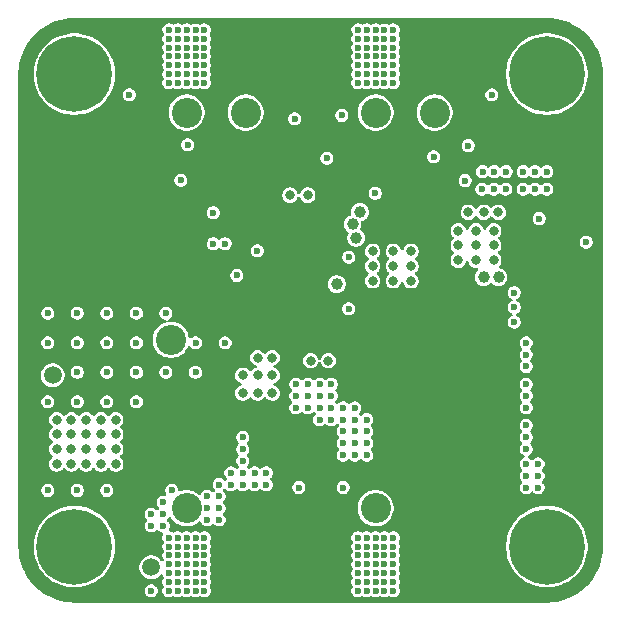
<source format=gbr>
%TF.GenerationSoftware,KiCad,Pcbnew,9.0.1*%
%TF.CreationDate,2025-07-05T19:11:37+01:00*%
%TF.ProjectId,PDB_AURA,5044425f-4155-4524-912e-6b696361645f,rev?*%
%TF.SameCoordinates,Original*%
%TF.FileFunction,Copper,L2,Inr*%
%TF.FilePolarity,Positive*%
%FSLAX46Y46*%
G04 Gerber Fmt 4.6, Leading zero omitted, Abs format (unit mm)*
G04 Created by KiCad (PCBNEW 9.0.1) date 2025-07-05 19:11:37*
%MOMM*%
%LPD*%
G01*
G04 APERTURE LIST*
%TA.AperFunction,ComponentPad*%
%ADD10C,2.550000*%
%TD*%
%TA.AperFunction,ComponentPad*%
%ADD11C,1.500000*%
%TD*%
%TA.AperFunction,ComponentPad*%
%ADD12C,0.800000*%
%TD*%
%TA.AperFunction,ComponentPad*%
%ADD13C,6.400000*%
%TD*%
%TA.AperFunction,ViaPad*%
%ADD14C,0.600000*%
%TD*%
%TA.AperFunction,ViaPad*%
%ADD15C,0.800000*%
%TD*%
%TA.AperFunction,ViaPad*%
%ADD16C,1.000000*%
%TD*%
G04 APERTURE END LIST*
D10*
%TO.N,GND*%
%TO.C,J304*%
X85500000Y-91750000D03*
%TO.N,+5V*%
X80500000Y-91750000D03*
D11*
%TO.N,GND*%
X88500000Y-96750000D03*
X77500000Y-96750000D03*
%TD*%
D10*
%TO.N,GND*%
%TO.C,J303*%
X69500000Y-91750000D03*
%TO.N,+BATT_FILT*%
X64500000Y-91750000D03*
D11*
%TO.N,GND*%
X72500000Y-96750000D03*
%TO.N,+BATT_FILT*%
X61500000Y-96750000D03*
%TD*%
D10*
%TO.N,/300_Connectors/VBAT_CH2*%
%TO.C,J301*%
X80500000Y-58250000D03*
%TO.N,+BATT_FILT*%
X85500000Y-58250000D03*
D11*
%TO.N,GND*%
X77500000Y-53250000D03*
X88500000Y-53250000D03*
%TD*%
D10*
%TO.N,/300_Connectors/VBAT_CH1*%
%TO.C,J300*%
X64500000Y-58250000D03*
%TO.N,+BATT_FILT*%
X69500000Y-58250000D03*
D11*
%TO.N,GND*%
X61500000Y-53250000D03*
X72500000Y-53250000D03*
%TD*%
D12*
%TO.N,unconnected-(H102-Pad1)_8*%
%TO.C,H102*%
X92600000Y-55000000D03*
%TO.N,unconnected-(H102-Pad1)_3*%
X93302944Y-53302944D03*
%TO.N,unconnected-(H102-Pad1)_2*%
X93302944Y-56697056D03*
%TO.N,unconnected-(H102-Pad1)_5*%
X95000000Y-52600000D03*
D13*
%TO.N,unconnected-(H102-Pad1)_6*%
X95000000Y-55000000D03*
D12*
%TO.N,unconnected-(H102-Pad1)_4*%
X95000000Y-57400000D03*
%TO.N,unconnected-(H102-Pad1)_7*%
X96697056Y-53302944D03*
%TO.N,unconnected-(H102-Pad1)*%
X96697056Y-56697056D03*
%TO.N,unconnected-(H102-Pad1)_1*%
X97400000Y-55000000D03*
%TD*%
D10*
%TO.N,+BATT*%
%TO.C,J100*%
X63162000Y-77500000D03*
%TO.N,GND*%
X63162000Y-72500000D03*
D11*
X53162000Y-69500000D03*
%TO.N,+BATT*%
X53162000Y-80500000D03*
%TD*%
D12*
%TO.N,unconnected-(H101-Pad1)_3*%
%TO.C,H101*%
X52600000Y-55000000D03*
%TO.N,unconnected-(H101-Pad1)_5*%
X53302944Y-53302944D03*
%TO.N,unconnected-(H101-Pad1)_1*%
X53302944Y-56697056D03*
%TO.N,unconnected-(H101-Pad1)*%
X55000000Y-52600000D03*
D13*
%TO.N,unconnected-(H101-Pad1)_7*%
X55000000Y-55000000D03*
D12*
%TO.N,unconnected-(H101-Pad1)_2*%
X55000000Y-57400000D03*
%TO.N,unconnected-(H101-Pad1)_8*%
X56697056Y-53302944D03*
%TO.N,unconnected-(H101-Pad1)_4*%
X56697056Y-56697056D03*
%TO.N,unconnected-(H101-Pad1)_6*%
X57400000Y-55000000D03*
%TD*%
%TO.N,unconnected-(H100-Pad1)_3*%
%TO.C,H100*%
X92600000Y-95000000D03*
%TO.N,unconnected-(H100-Pad1)_7*%
X93302944Y-93302944D03*
%TO.N,unconnected-(H100-Pad1)_1*%
X93302944Y-96697056D03*
%TO.N,unconnected-(H100-Pad1)_5*%
X95000000Y-92600000D03*
D13*
%TO.N,unconnected-(H100-Pad1)_2*%
X95000000Y-95000000D03*
D12*
%TO.N,unconnected-(H100-Pad1)_6*%
X95000000Y-97400000D03*
%TO.N,unconnected-(H100-Pad1)_8*%
X96697056Y-93302944D03*
%TO.N,unconnected-(H100-Pad1)_4*%
X96697056Y-96697056D03*
%TO.N,unconnected-(H100-Pad1)*%
X97400000Y-95000000D03*
%TD*%
%TO.N,unconnected-(H103-Pad1)_8*%
%TO.C,H103*%
X52600000Y-95000000D03*
%TO.N,unconnected-(H103-Pad1)_3*%
X53302944Y-93302944D03*
%TO.N,unconnected-(H103-Pad1)_5*%
X53302944Y-96697056D03*
%TO.N,unconnected-(H103-Pad1)_2*%
X55000000Y-92600000D03*
D13*
%TO.N,unconnected-(H103-Pad1)_4*%
X55000000Y-95000000D03*
D12*
%TO.N,unconnected-(H103-Pad1)_6*%
X55000000Y-97400000D03*
%TO.N,unconnected-(H103-Pad1)_1*%
X56697056Y-93302944D03*
%TO.N,unconnected-(H103-Pad1)*%
X56697056Y-96697056D03*
%TO.N,unconnected-(H103-Pad1)_7*%
X57400000Y-95000000D03*
%TD*%
D14*
%TO.N,GND*%
X90250000Y-84250000D03*
X91250000Y-83250000D03*
X91250000Y-84250000D03*
X73280000Y-92740000D03*
X86550000Y-63250000D03*
X85850000Y-63250000D03*
%TO.N,/300_Connectors/VGS_CH2*%
X88070000Y-64010000D03*
%TO.N,GND*%
X74070000Y-74733465D03*
%TO.N,+5V_VCC*%
X78220000Y-74880000D03*
D15*
%TO.N,GND*%
X81285000Y-65850000D03*
D14*
X85380000Y-61110000D03*
X85850000Y-63950000D03*
X85150000Y-63250000D03*
X85150000Y-63950000D03*
X69150000Y-63250000D03*
X70450000Y-63900000D03*
X70450000Y-63250000D03*
X69800000Y-63250000D03*
X69800000Y-63900000D03*
X69150000Y-63900000D03*
X90490000Y-61800000D03*
X84000000Y-53500000D03*
X52750000Y-72750000D03*
X68750000Y-55750000D03*
X94990000Y-61800000D03*
D15*
X56000000Y-63000000D03*
D14*
X90250000Y-95250000D03*
X75470000Y-96040000D03*
X68000000Y-52750000D03*
X69500000Y-95000000D03*
X66750000Y-65750000D03*
X57750000Y-67750000D03*
X84000000Y-97250000D03*
X69656140Y-67436186D03*
X87000000Y-95750000D03*
X84750000Y-51250000D03*
X68000000Y-54250000D03*
X65250000Y-72750000D03*
X92990000Y-61800000D03*
D15*
X76550000Y-77750000D03*
D14*
X86250000Y-52000000D03*
X85500000Y-55750000D03*
X91500000Y-60250000D03*
X70250000Y-51250000D03*
X95000000Y-60250000D03*
X57750000Y-70250000D03*
X60250000Y-70250000D03*
X85500000Y-94250000D03*
X89500000Y-60250000D03*
X77040000Y-59034330D03*
X68000000Y-53500000D03*
X97650000Y-86750000D03*
X76720000Y-91500000D03*
X69500000Y-94250000D03*
X62750000Y-67750000D03*
X66014772Y-69034653D03*
X68750000Y-52750000D03*
X84750000Y-95750000D03*
X68000000Y-98750000D03*
X60250000Y-60250000D03*
X52750000Y-60250000D03*
X94000000Y-60250000D03*
X87000000Y-98000000D03*
X75650000Y-72760000D03*
X84000000Y-52000000D03*
X84000000Y-55750000D03*
X85500000Y-97250000D03*
X85500000Y-54250000D03*
D15*
X58500000Y-61750000D03*
D14*
X87000000Y-53500000D03*
X84750000Y-54250000D03*
X91490000Y-61800000D03*
X68000000Y-97250000D03*
X67750000Y-72050000D03*
X75250000Y-55250000D03*
D15*
X56000000Y-61750000D03*
D14*
X90250000Y-52750000D03*
X68750000Y-51250000D03*
X84750000Y-55000000D03*
X71000000Y-95750000D03*
D15*
X56000000Y-65500000D03*
D14*
X68000000Y-98000000D03*
X70250000Y-94250000D03*
X57750000Y-72750000D03*
X86250000Y-51250000D03*
X84000000Y-95750000D03*
X84750000Y-55750000D03*
X84000000Y-94250000D03*
X86250000Y-97250000D03*
X71000000Y-55000000D03*
X87000000Y-55750000D03*
X76948406Y-61530000D03*
X97750000Y-77750000D03*
D15*
X58500000Y-63000000D03*
D14*
X87000000Y-52000000D03*
X69500000Y-95750000D03*
X68750000Y-98000000D03*
D15*
X57250000Y-63000000D03*
D14*
X86250000Y-54250000D03*
X97510000Y-61240000D03*
X60250000Y-97750000D03*
X70250000Y-97250000D03*
X97750000Y-57750000D03*
D15*
X74000000Y-69750000D03*
D14*
X96650000Y-90050000D03*
D15*
X53500000Y-64250000D03*
D14*
X70250000Y-96500000D03*
X85500000Y-98000000D03*
X73631116Y-59647414D03*
X84000000Y-52750000D03*
X71000000Y-55750000D03*
X60250000Y-67750000D03*
X71000000Y-96500000D03*
X68750000Y-94250000D03*
X71000000Y-52750000D03*
X77750000Y-55250000D03*
D15*
X54750000Y-64250000D03*
D14*
X96650000Y-89050000D03*
X55250000Y-67750000D03*
X85500000Y-95750000D03*
X86250000Y-55750000D03*
X97750000Y-90250000D03*
X84750000Y-95000000D03*
X68750000Y-96500000D03*
D15*
X76670000Y-66290000D03*
D14*
X85500000Y-95000000D03*
X70250000Y-53500000D03*
X68750000Y-95750000D03*
X86250000Y-98750000D03*
X73625000Y-62150000D03*
D15*
X53500000Y-65500000D03*
D14*
X97750000Y-60250000D03*
X87000000Y-52750000D03*
X86250000Y-98000000D03*
X68750000Y-52000000D03*
X90250000Y-97750000D03*
X84000000Y-55000000D03*
X69500000Y-52750000D03*
X72750000Y-55250000D03*
X87000000Y-98750000D03*
X55250000Y-70250000D03*
D15*
X58500000Y-64250000D03*
X58500000Y-65500000D03*
D14*
X87000000Y-97250000D03*
X84000000Y-98000000D03*
X71000000Y-54250000D03*
D15*
X54750000Y-61750000D03*
D14*
X70250000Y-98000000D03*
X88070000Y-62010000D03*
D15*
X56000000Y-64250000D03*
D14*
X68000000Y-51250000D03*
X68750000Y-54250000D03*
X74785717Y-97549875D03*
X85250000Y-80250000D03*
X71000000Y-98000000D03*
X60250000Y-72750000D03*
X93430000Y-68420000D03*
X57750000Y-60250000D03*
D15*
X53500000Y-61750000D03*
D14*
X66000000Y-89000000D03*
X71000000Y-98750000D03*
X68000000Y-96500000D03*
X77750000Y-95250000D03*
X84750000Y-52750000D03*
X84000000Y-54250000D03*
X68750000Y-97250000D03*
X68750000Y-95000000D03*
D15*
X83825000Y-65850000D03*
D14*
X86250000Y-53500000D03*
X69500000Y-52000000D03*
D15*
X54750000Y-65500000D03*
D14*
X69500000Y-53500000D03*
X69500000Y-54250000D03*
X55250000Y-72750000D03*
X88070000Y-63000000D03*
X68000000Y-55750000D03*
X86250000Y-95750000D03*
X71000000Y-97250000D03*
X76375000Y-58500000D03*
X61930000Y-62990000D03*
X69500000Y-55750000D03*
X85500000Y-53500000D03*
X87000000Y-96500000D03*
D15*
X57250000Y-61750000D03*
D14*
X70250000Y-52750000D03*
X85500000Y-52750000D03*
X84000000Y-98750000D03*
X87000000Y-51250000D03*
D15*
X82560000Y-66750000D03*
D14*
X89490000Y-61800000D03*
X68750000Y-98750000D03*
X78925000Y-71250000D03*
X69500000Y-98750000D03*
D15*
X74000000Y-71250000D03*
D14*
X85500000Y-51250000D03*
X70250000Y-54250000D03*
X86250000Y-55000000D03*
X97750000Y-79750000D03*
X96650000Y-88050000D03*
X75250000Y-52750000D03*
X69500000Y-55000000D03*
X70250000Y-98750000D03*
X97750000Y-78750000D03*
X85500000Y-98750000D03*
D15*
X57250000Y-65500000D03*
D14*
X72350000Y-72950000D03*
X71000000Y-51250000D03*
X84750000Y-96500000D03*
X69500000Y-51250000D03*
X97650000Y-81250000D03*
X93000000Y-60250000D03*
X68000000Y-55000000D03*
X84750000Y-52000000D03*
X97750000Y-87750000D03*
X68000000Y-95750000D03*
X93420000Y-70420000D03*
X71000000Y-94250000D03*
X75425000Y-91140000D03*
D15*
X83830000Y-66750000D03*
D14*
X55250000Y-60250000D03*
D15*
X53500000Y-63000000D03*
X54750000Y-63000000D03*
D14*
X93990000Y-61800000D03*
X70250000Y-52000000D03*
X96250000Y-61240000D03*
X65750000Y-66750000D03*
X70250000Y-95000000D03*
X69500000Y-96500000D03*
X71000000Y-52000000D03*
X63520000Y-85950000D03*
X68000000Y-95000000D03*
X69350000Y-69518329D03*
X84000000Y-96500000D03*
X90500000Y-60250000D03*
X87000000Y-54250000D03*
X82750000Y-80250000D03*
D15*
X74950000Y-77750000D03*
D14*
X71000000Y-53500000D03*
X71560918Y-71021075D03*
X86250000Y-96500000D03*
X86250000Y-95000000D03*
X87000000Y-55000000D03*
X87000000Y-94250000D03*
X87000000Y-95000000D03*
X70250000Y-55750000D03*
X86250000Y-94250000D03*
X85500000Y-55000000D03*
X68000000Y-94250000D03*
X85500000Y-96500000D03*
X70250000Y-95750000D03*
X84750000Y-94250000D03*
X84750000Y-98000000D03*
X68000000Y-52000000D03*
X84750000Y-98750000D03*
X61930000Y-62010000D03*
X84750000Y-53500000D03*
X84000000Y-95000000D03*
X68750000Y-55000000D03*
X69500000Y-97250000D03*
X84000000Y-51250000D03*
X62750000Y-70250000D03*
X92781866Y-71382494D03*
X52750000Y-67750000D03*
X86250000Y-52750000D03*
D15*
X71400000Y-66240000D03*
D14*
X84750000Y-97250000D03*
X68750000Y-53500000D03*
D15*
X82555000Y-65850000D03*
D14*
X97650000Y-82250000D03*
X69500000Y-98000000D03*
X71000000Y-95000000D03*
D15*
X81290000Y-66750000D03*
X57250000Y-64250000D03*
D14*
X70250000Y-55000000D03*
X60250000Y-52750000D03*
X80250000Y-77750000D03*
X85500000Y-52000000D03*
X60250000Y-92750000D03*
%TO.N,+5V*%
X93250000Y-79750000D03*
X93250000Y-88000000D03*
X93250000Y-84750000D03*
X93250000Y-83250000D03*
X94250000Y-89000000D03*
X80475000Y-65100000D03*
X93250000Y-82250000D03*
X93250000Y-77750000D03*
X93250000Y-85750000D03*
X94370000Y-67224998D03*
X94250000Y-88000000D03*
X93250000Y-78750000D03*
X94250000Y-90000000D03*
X93250000Y-89000000D03*
X93250000Y-86750000D03*
X93250000Y-81250000D03*
X67750000Y-69350000D03*
X93250000Y-90000000D03*
X68750000Y-72050000D03*
D16*
%TO.N,/200_Buck_Regulator/5V_SW*%
X78550000Y-67700000D03*
D15*
X83500000Y-71250000D03*
X80250000Y-71250000D03*
X83500000Y-70000000D03*
D16*
X89650000Y-72185000D03*
D15*
X83500000Y-72500000D03*
X80250000Y-70000000D03*
X82000000Y-71250000D03*
X80250000Y-72500000D03*
X82000000Y-72500000D03*
X82000000Y-70000000D03*
D14*
%TO.N,/200_Buck_Regulator/COMP_FB_C*%
X70492220Y-69967739D03*
X66760000Y-66730000D03*
%TO.N,/200_Buck_Regulator/5V_FB*%
X66750000Y-69350000D03*
%TO.N,+BATT*%
X60250000Y-77750000D03*
X60250000Y-75250000D03*
X52750000Y-90250000D03*
D15*
X57250000Y-84250000D03*
D14*
X65250000Y-80250000D03*
D15*
X58500000Y-85500000D03*
D14*
X55250000Y-77750000D03*
D15*
X57250000Y-88000000D03*
D14*
X57750000Y-75250000D03*
D15*
X57250000Y-85500000D03*
X54750000Y-88000000D03*
D14*
X55250000Y-75250000D03*
D15*
X56000000Y-84250000D03*
D14*
X67750000Y-77750000D03*
D15*
X56000000Y-86750000D03*
X58500000Y-86750000D03*
X53500000Y-88000000D03*
D14*
X55250000Y-82750000D03*
D15*
X58500000Y-84250000D03*
X53500000Y-84250000D03*
D14*
X52750000Y-75250000D03*
D15*
X53500000Y-86750000D03*
X54750000Y-84250000D03*
X56000000Y-85500000D03*
D14*
X57750000Y-90250000D03*
D15*
X54750000Y-86750000D03*
D14*
X57750000Y-82750000D03*
X55250000Y-80250000D03*
X52750000Y-77750000D03*
X65250000Y-77750000D03*
X60250000Y-82750000D03*
X57750000Y-80250000D03*
D15*
X58500000Y-88000000D03*
D14*
X62750000Y-80250000D03*
X60250000Y-80250000D03*
X55250000Y-90250000D03*
X62750000Y-75250000D03*
D15*
X54750000Y-85500000D03*
X57250000Y-86750000D03*
D14*
X57750000Y-77750000D03*
D15*
X53500000Y-85500000D03*
X56000000Y-88000000D03*
D14*
X52750000Y-82750000D03*
%TO.N,MSFT_1*%
X64000000Y-64000000D03*
%TO.N,MSFT_2*%
X88350000Y-61050000D03*
%TO.N,+3V3*%
X92250000Y-73500000D03*
X74000000Y-90000000D03*
X77750000Y-90000000D03*
%TO.N,INA_IN+*%
X78750000Y-86250000D03*
X75750000Y-82250000D03*
X77750000Y-87250000D03*
X75750000Y-84250000D03*
X75750000Y-83250000D03*
X77750000Y-83250000D03*
X76750000Y-84250000D03*
X79750000Y-87250000D03*
X77750000Y-85250000D03*
X74750000Y-82250000D03*
X74750000Y-83250000D03*
X73750000Y-82250000D03*
D15*
X71750000Y-82000000D03*
X76500000Y-79250000D03*
X71750000Y-80500000D03*
X70500000Y-79000000D03*
X70500000Y-80500000D03*
D14*
X73750000Y-81250000D03*
D15*
X75000000Y-79250000D03*
D14*
X74750000Y-81250000D03*
X79750000Y-85250000D03*
D15*
X69250000Y-82000000D03*
D14*
X77750000Y-86250000D03*
X76750000Y-82250000D03*
D15*
X70500000Y-82000000D03*
D14*
X79750000Y-86250000D03*
X78750000Y-87250000D03*
D15*
X69250000Y-80500000D03*
D14*
X79750000Y-84250000D03*
X77750000Y-84250000D03*
X78750000Y-85250000D03*
X76750000Y-83250000D03*
X73750000Y-83250000D03*
X78750000Y-84250000D03*
X78750000Y-83250000D03*
X75750000Y-81250000D03*
X76750000Y-81250000D03*
D15*
X71750000Y-79000000D03*
D14*
%TO.N,SCL*%
X92250000Y-76000000D03*
%TO.N,SDA*%
X92250000Y-74750000D03*
%TO.N,+5V_VCC*%
X78219341Y-70500000D03*
D16*
%TO.N,/200_Buck_Regulator/5V_HO*%
X78860955Y-68859014D03*
X90910000Y-72180000D03*
%TO.N,/200_Buck_Regulator/5V_LO*%
X77200000Y-72775000D03*
X79172775Y-66674253D03*
D14*
%TO.N,/300_Connectors/VGS_CH1*%
X64580000Y-60990000D03*
X73640000Y-58790000D03*
%TO.N,/300_Connectors/MSFT_2_R*%
X77640000Y-58500000D03*
X85410000Y-62010000D03*
%TO.N,/300_Connectors/VGS_CH2*%
X76360000Y-62130000D03*
%TO.N,+BATT_FILT*%
X66000000Y-98750000D03*
X81250000Y-52000000D03*
X68250000Y-89750000D03*
X79000000Y-97250000D03*
X79750000Y-53500000D03*
X79000000Y-94250000D03*
X64500000Y-52000000D03*
X82000000Y-94250000D03*
X90500000Y-64750000D03*
X80500000Y-55000000D03*
X63750000Y-98750000D03*
X79750000Y-55750000D03*
X61500000Y-98750000D03*
X82000000Y-97250000D03*
X65250000Y-53500000D03*
X63750000Y-94250000D03*
X82000000Y-98750000D03*
X80500000Y-53500000D03*
X59650000Y-56750000D03*
X81250000Y-97250000D03*
X81250000Y-95750000D03*
X63750000Y-96500000D03*
X80500000Y-95750000D03*
X81250000Y-53500000D03*
X81250000Y-98750000D03*
X63000000Y-97250000D03*
X65250000Y-97250000D03*
X82000000Y-95750000D03*
X63000000Y-95750000D03*
X82000000Y-55000000D03*
D15*
X88350000Y-66700000D03*
D14*
X89550000Y-63250000D03*
X81250000Y-94250000D03*
D15*
X89650000Y-66700000D03*
D14*
X63000000Y-52000000D03*
D15*
X89000000Y-70750000D03*
X87500000Y-68250000D03*
D14*
X79000000Y-52000000D03*
X61500000Y-92250000D03*
X66000000Y-97250000D03*
X91550000Y-63250000D03*
X80500000Y-97250000D03*
X79000000Y-95000000D03*
X80500000Y-94250000D03*
X93000000Y-64750000D03*
X80500000Y-52750000D03*
X94000000Y-63250000D03*
X63000000Y-53500000D03*
X64500000Y-53500000D03*
X79750000Y-94250000D03*
X62500000Y-92250000D03*
X79750000Y-97250000D03*
X79750000Y-52750000D03*
X65250000Y-96500000D03*
X64500000Y-52750000D03*
X66000000Y-53500000D03*
X82000000Y-52750000D03*
X79000000Y-98750000D03*
X64500000Y-94250000D03*
X63000000Y-55750000D03*
X79000000Y-55000000D03*
X63750000Y-52750000D03*
X91500000Y-64750000D03*
X80500000Y-98750000D03*
X66000000Y-55000000D03*
X65250000Y-95750000D03*
D15*
X89000000Y-68250000D03*
D14*
X79750000Y-95750000D03*
X93000000Y-63250000D03*
X90550000Y-63250000D03*
X79750000Y-96500000D03*
X81250000Y-95000000D03*
X71250000Y-88750000D03*
X79000000Y-95750000D03*
X63750000Y-52000000D03*
X67250000Y-92750000D03*
X66000000Y-94250000D03*
X80500000Y-52000000D03*
X94000000Y-64750000D03*
X64500000Y-95750000D03*
X66000000Y-95750000D03*
X63750000Y-54250000D03*
X63750000Y-53500000D03*
X65250000Y-95000000D03*
D15*
X90500000Y-70750000D03*
D14*
X81250000Y-98000000D03*
X82000000Y-53500000D03*
X63750000Y-98000000D03*
X63000000Y-96500000D03*
X63250000Y-90250000D03*
X64500000Y-98750000D03*
X66000000Y-55750000D03*
X80500000Y-95000000D03*
X66000000Y-95000000D03*
X95000000Y-63250000D03*
X62500000Y-91250000D03*
X65250000Y-98750000D03*
X70250000Y-89750000D03*
X63000000Y-98750000D03*
X62500000Y-93250000D03*
X82000000Y-51250000D03*
D15*
X90500000Y-68250000D03*
D14*
X80500000Y-55750000D03*
X81250000Y-51250000D03*
X63750000Y-55750000D03*
X79000000Y-54250000D03*
X80500000Y-54250000D03*
X81250000Y-55750000D03*
X65250000Y-55000000D03*
X66250000Y-91750000D03*
X79000000Y-51250000D03*
X79750000Y-98750000D03*
X79750000Y-54250000D03*
X65250000Y-52000000D03*
X66250000Y-90750000D03*
X80500000Y-98000000D03*
X63000000Y-52750000D03*
X98340000Y-69220000D03*
X66000000Y-52750000D03*
X63000000Y-98000000D03*
D15*
X74750000Y-65250000D03*
D14*
X79000000Y-52750000D03*
X66000000Y-52000000D03*
X63000000Y-55000000D03*
X63750000Y-95000000D03*
X81250000Y-52750000D03*
X65250000Y-98000000D03*
X63750000Y-97250000D03*
X81250000Y-96500000D03*
X67250000Y-90750000D03*
D15*
X90900000Y-66700000D03*
D14*
X71250000Y-89750000D03*
X61500000Y-93250000D03*
X90350000Y-56750000D03*
X63750000Y-55000000D03*
X80500000Y-51250000D03*
X79750000Y-98000000D03*
X82000000Y-98000000D03*
X80500000Y-96500000D03*
X63000000Y-95000000D03*
X82000000Y-95000000D03*
X66000000Y-51250000D03*
X69250000Y-87750000D03*
X64500000Y-54250000D03*
X68250000Y-88750000D03*
X66250000Y-92750000D03*
X79000000Y-98000000D03*
X63750000Y-51250000D03*
X64500000Y-51250000D03*
X95000000Y-64750000D03*
X82000000Y-55750000D03*
X79750000Y-52000000D03*
X67250000Y-89750000D03*
X63000000Y-54250000D03*
X66000000Y-54250000D03*
X82000000Y-54250000D03*
X81250000Y-54250000D03*
X64500000Y-97250000D03*
X81250000Y-55000000D03*
X69250000Y-89750000D03*
D15*
X87500000Y-69500000D03*
X87500000Y-70750000D03*
D14*
X64500000Y-55000000D03*
X82000000Y-52000000D03*
X69250000Y-85750000D03*
X82000000Y-96500000D03*
X64500000Y-55750000D03*
X69250000Y-88750000D03*
X69250000Y-86750000D03*
X64500000Y-95000000D03*
X65250000Y-51250000D03*
X63750000Y-95750000D03*
X79000000Y-53500000D03*
X67250000Y-91750000D03*
X65250000Y-55750000D03*
X64500000Y-98000000D03*
X89500000Y-64750000D03*
X63000000Y-51250000D03*
X79000000Y-55750000D03*
X65250000Y-52750000D03*
X66000000Y-96500000D03*
X79750000Y-51250000D03*
X64500000Y-96500000D03*
D15*
X90500000Y-69500000D03*
D14*
X79750000Y-55000000D03*
X65250000Y-54250000D03*
D15*
X89000000Y-69500000D03*
D14*
X65250000Y-94250000D03*
X70250000Y-88750000D03*
X79000000Y-96500000D03*
D15*
X73250000Y-65250000D03*
D14*
X66000000Y-98000000D03*
X79750000Y-95000000D03*
X63000000Y-94250000D03*
%TD*%
%TA.AperFunction,Conductor*%
%TO.N,GND*%
G36*
X95002702Y-50250618D02*
G01*
X95015967Y-50251197D01*
X95408558Y-50268337D01*
X95419293Y-50269277D01*
X95819386Y-50321950D01*
X95830010Y-50323823D01*
X96223993Y-50411167D01*
X96234405Y-50413956D01*
X96619279Y-50535307D01*
X96629414Y-50538996D01*
X97002232Y-50693423D01*
X97012024Y-50697989D01*
X97230117Y-50811521D01*
X97369942Y-50884309D01*
X97379310Y-50889717D01*
X97719638Y-51106530D01*
X97728499Y-51112735D01*
X98048627Y-51358378D01*
X98056914Y-51365332D01*
X98354412Y-51637938D01*
X98362061Y-51645587D01*
X98634667Y-51943085D01*
X98641621Y-51951372D01*
X98887264Y-52271500D01*
X98893469Y-52280361D01*
X99110282Y-52620689D01*
X99115690Y-52630057D01*
X99302007Y-52987969D01*
X99306579Y-52997773D01*
X99460997Y-53370570D01*
X99464696Y-53380733D01*
X99569298Y-53712488D01*
X99586037Y-53765575D01*
X99588837Y-53776025D01*
X99676173Y-54169977D01*
X99678051Y-54180629D01*
X99730720Y-54580683D01*
X99731663Y-54591460D01*
X99747324Y-54950172D01*
X99749382Y-54997297D01*
X99749500Y-55002706D01*
X99749500Y-94997293D01*
X99749382Y-95002702D01*
X99731663Y-95408539D01*
X99730720Y-95419316D01*
X99678051Y-95819370D01*
X99676173Y-95830022D01*
X99588837Y-96223974D01*
X99586037Y-96234424D01*
X99464697Y-96619264D01*
X99460997Y-96629429D01*
X99306579Y-97002226D01*
X99302007Y-97012030D01*
X99115690Y-97369942D01*
X99110282Y-97379310D01*
X98893469Y-97719638D01*
X98887264Y-97728499D01*
X98641621Y-98048627D01*
X98634667Y-98056914D01*
X98362061Y-98354412D01*
X98354412Y-98362061D01*
X98056914Y-98634667D01*
X98048627Y-98641621D01*
X97728499Y-98887264D01*
X97719638Y-98893469D01*
X97379310Y-99110282D01*
X97369942Y-99115690D01*
X97012030Y-99302007D01*
X97002226Y-99306579D01*
X96629429Y-99460997D01*
X96619264Y-99464697D01*
X96234424Y-99586037D01*
X96223974Y-99588837D01*
X95830022Y-99676173D01*
X95819370Y-99678051D01*
X95419316Y-99730720D01*
X95408539Y-99731663D01*
X95002703Y-99749382D01*
X94997294Y-99749500D01*
X55002706Y-99749500D01*
X54997297Y-99749382D01*
X54591460Y-99731663D01*
X54580685Y-99730720D01*
X54380656Y-99704385D01*
X54180629Y-99678051D01*
X54169977Y-99676173D01*
X53915393Y-99619733D01*
X53776022Y-99588836D01*
X53765579Y-99586038D01*
X53380733Y-99464696D01*
X53370570Y-99460997D01*
X52997773Y-99306579D01*
X52987969Y-99302007D01*
X52630057Y-99115690D01*
X52620689Y-99110282D01*
X52280361Y-98893469D01*
X52271506Y-98887269D01*
X52048093Y-98715838D01*
X51998163Y-98677525D01*
X60949500Y-98677525D01*
X60949500Y-98822475D01*
X60987016Y-98962485D01*
X60987017Y-98962488D01*
X61059488Y-99088011D01*
X61059490Y-99088013D01*
X61059491Y-99088015D01*
X61161985Y-99190509D01*
X61161986Y-99190510D01*
X61161988Y-99190511D01*
X61287511Y-99262982D01*
X61287512Y-99262982D01*
X61287515Y-99262984D01*
X61427525Y-99300500D01*
X61427528Y-99300500D01*
X61572472Y-99300500D01*
X61572475Y-99300500D01*
X61712485Y-99262984D01*
X61838015Y-99190509D01*
X61940509Y-99088015D01*
X62012984Y-98962485D01*
X62050500Y-98822475D01*
X62050500Y-98677525D01*
X62012984Y-98537515D01*
X61954951Y-98437000D01*
X61940511Y-98411988D01*
X61940506Y-98411982D01*
X61838017Y-98309493D01*
X61838011Y-98309488D01*
X61712488Y-98237017D01*
X61712489Y-98237017D01*
X61701006Y-98233940D01*
X61572475Y-98199500D01*
X61427525Y-98199500D01*
X61298993Y-98233940D01*
X61287511Y-98237017D01*
X61161988Y-98309488D01*
X61161982Y-98309493D01*
X61059493Y-98411982D01*
X61059488Y-98411988D01*
X60987017Y-98537511D01*
X60987016Y-98537515D01*
X60949500Y-98677525D01*
X51998163Y-98677525D01*
X51951372Y-98641621D01*
X51943085Y-98634667D01*
X51645587Y-98362061D01*
X51637938Y-98354412D01*
X51365332Y-98056914D01*
X51358378Y-98048627D01*
X51112735Y-97728499D01*
X51106530Y-97719638D01*
X51004660Y-97559735D01*
X50889716Y-97379309D01*
X50884309Y-97369942D01*
X50784143Y-97177525D01*
X50697989Y-97012024D01*
X50693420Y-97002226D01*
X50666403Y-96937001D01*
X50538996Y-96629414D01*
X50535307Y-96619279D01*
X50413956Y-96234405D01*
X50411167Y-96223993D01*
X50323823Y-95830010D01*
X50321950Y-95819386D01*
X50269277Y-95419293D01*
X50268337Y-95408558D01*
X50250618Y-95002701D01*
X50250500Y-94997293D01*
X50250500Y-94830488D01*
X51549500Y-94830488D01*
X51549500Y-95169512D01*
X51553733Y-95212486D01*
X51582729Y-95506901D01*
X51647003Y-95830022D01*
X51648871Y-95839414D01*
X51656138Y-95863371D01*
X51747284Y-96163841D01*
X51877024Y-96477060D01*
X51877026Y-96477065D01*
X52036831Y-96776039D01*
X52036842Y-96776057D01*
X52225184Y-97057930D01*
X52225194Y-97057944D01*
X52440269Y-97320014D01*
X52679985Y-97559730D01*
X52679990Y-97559734D01*
X52679991Y-97559735D01*
X52942061Y-97774810D01*
X53223949Y-97963162D01*
X53223958Y-97963167D01*
X53223960Y-97963168D01*
X53522934Y-98122973D01*
X53522936Y-98122973D01*
X53522942Y-98122977D01*
X53836160Y-98252716D01*
X54160586Y-98351129D01*
X54493096Y-98417270D01*
X54830488Y-98450500D01*
X54830491Y-98450500D01*
X55169509Y-98450500D01*
X55169512Y-98450500D01*
X55506904Y-98417270D01*
X55839414Y-98351129D01*
X56163840Y-98252716D01*
X56477058Y-98122977D01*
X56776051Y-97963162D01*
X57057939Y-97774810D01*
X57320009Y-97559735D01*
X57559735Y-97320009D01*
X57774810Y-97057939D01*
X57914724Y-96848543D01*
X60499499Y-96848543D01*
X60537947Y-97041829D01*
X60537950Y-97041839D01*
X60613364Y-97223907D01*
X60613371Y-97223920D01*
X60722860Y-97387781D01*
X60722863Y-97387785D01*
X60862214Y-97527136D01*
X60862218Y-97527139D01*
X61026079Y-97636628D01*
X61026092Y-97636635D01*
X61147686Y-97687000D01*
X61208165Y-97712051D01*
X61208169Y-97712051D01*
X61208170Y-97712052D01*
X61401456Y-97750500D01*
X61401459Y-97750500D01*
X61598543Y-97750500D01*
X61728582Y-97724632D01*
X61791835Y-97712051D01*
X61973914Y-97636632D01*
X62137782Y-97527139D01*
X62275010Y-97389910D01*
X62336331Y-97356427D01*
X62406023Y-97361411D01*
X62461957Y-97403282D01*
X62473216Y-97421380D01*
X62479103Y-97432956D01*
X62487016Y-97462485D01*
X62546687Y-97565839D01*
X62548187Y-97568787D01*
X62554028Y-97600015D01*
X62561521Y-97630900D01*
X62560472Y-97634469D01*
X62561033Y-97637465D01*
X62555855Y-97650195D01*
X62545048Y-97687000D01*
X62487017Y-97787511D01*
X62487016Y-97787515D01*
X62449500Y-97927525D01*
X62449500Y-98072475D01*
X62483537Y-98199500D01*
X62487017Y-98212488D01*
X62545048Y-98313000D01*
X62561521Y-98380900D01*
X62545048Y-98437000D01*
X62487017Y-98537511D01*
X62487016Y-98537515D01*
X62449500Y-98677525D01*
X62449500Y-98822475D01*
X62487016Y-98962485D01*
X62487017Y-98962488D01*
X62559488Y-99088011D01*
X62559490Y-99088013D01*
X62559491Y-99088015D01*
X62661985Y-99190509D01*
X62661986Y-99190510D01*
X62661988Y-99190511D01*
X62787511Y-99262982D01*
X62787512Y-99262982D01*
X62787515Y-99262984D01*
X62927525Y-99300500D01*
X62927528Y-99300500D01*
X63072472Y-99300500D01*
X63072475Y-99300500D01*
X63212485Y-99262984D01*
X63313002Y-99204950D01*
X63380899Y-99188478D01*
X63436997Y-99204949D01*
X63537515Y-99262984D01*
X63677525Y-99300500D01*
X63677528Y-99300500D01*
X63822472Y-99300500D01*
X63822475Y-99300500D01*
X63962485Y-99262984D01*
X64063002Y-99204950D01*
X64130899Y-99188478D01*
X64186997Y-99204949D01*
X64287515Y-99262984D01*
X64427525Y-99300500D01*
X64427528Y-99300500D01*
X64572472Y-99300500D01*
X64572475Y-99300500D01*
X64712485Y-99262984D01*
X64813002Y-99204950D01*
X64880899Y-99188478D01*
X64936997Y-99204949D01*
X65037515Y-99262984D01*
X65177525Y-99300500D01*
X65177528Y-99300500D01*
X65322472Y-99300500D01*
X65322475Y-99300500D01*
X65462485Y-99262984D01*
X65563002Y-99204950D01*
X65630899Y-99188478D01*
X65686997Y-99204949D01*
X65787515Y-99262984D01*
X65927525Y-99300500D01*
X65927528Y-99300500D01*
X66072472Y-99300500D01*
X66072475Y-99300500D01*
X66212485Y-99262984D01*
X66338015Y-99190509D01*
X66440509Y-99088015D01*
X66512984Y-98962485D01*
X66550500Y-98822475D01*
X66550500Y-98677525D01*
X66512984Y-98537515D01*
X66454950Y-98436997D01*
X66438478Y-98369101D01*
X66454951Y-98313000D01*
X66512984Y-98212485D01*
X66550500Y-98072475D01*
X66550500Y-97927525D01*
X66512984Y-97787515D01*
X66454950Y-97686997D01*
X66438478Y-97619101D01*
X66454951Y-97563000D01*
X66512984Y-97462485D01*
X66550500Y-97322475D01*
X66550500Y-97177525D01*
X66512984Y-97037515D01*
X66454950Y-96936997D01*
X66438478Y-96869101D01*
X66454951Y-96813000D01*
X66512984Y-96712485D01*
X66550500Y-96572475D01*
X66550500Y-96427525D01*
X66512984Y-96287515D01*
X66454950Y-96186997D01*
X66438478Y-96119101D01*
X66454951Y-96063000D01*
X66512984Y-95962485D01*
X66550500Y-95822475D01*
X66550500Y-95677525D01*
X66512984Y-95537515D01*
X66454950Y-95436997D01*
X66438478Y-95369101D01*
X66454951Y-95313000D01*
X66512984Y-95212485D01*
X66550500Y-95072475D01*
X66550500Y-94927525D01*
X66512984Y-94787515D01*
X66454950Y-94686997D01*
X66438478Y-94619101D01*
X66454951Y-94563000D01*
X66512984Y-94462485D01*
X66550500Y-94322475D01*
X66550500Y-94177525D01*
X78449500Y-94177525D01*
X78449500Y-94322475D01*
X78487016Y-94462485D01*
X78487017Y-94462488D01*
X78545048Y-94563000D01*
X78561521Y-94630900D01*
X78545048Y-94687000D01*
X78487017Y-94787511D01*
X78487016Y-94787515D01*
X78449500Y-94927525D01*
X78449500Y-95072475D01*
X78487016Y-95212485D01*
X78487017Y-95212488D01*
X78545048Y-95313000D01*
X78561521Y-95380900D01*
X78545048Y-95437000D01*
X78487017Y-95537511D01*
X78487016Y-95537515D01*
X78449500Y-95677525D01*
X78449500Y-95822475D01*
X78487016Y-95962485D01*
X78487017Y-95962488D01*
X78545048Y-96063000D01*
X78561521Y-96130900D01*
X78545048Y-96187000D01*
X78487017Y-96287511D01*
X78487016Y-96287515D01*
X78449500Y-96427525D01*
X78449500Y-96572475D01*
X78470664Y-96651459D01*
X78487017Y-96712488D01*
X78545048Y-96813000D01*
X78561521Y-96880900D01*
X78545048Y-96937000D01*
X78487017Y-97037511D01*
X78487016Y-97037515D01*
X78449500Y-97177525D01*
X78449500Y-97322475D01*
X78476002Y-97421380D01*
X78487017Y-97462488D01*
X78545048Y-97563000D01*
X78561521Y-97630900D01*
X78545048Y-97687000D01*
X78487017Y-97787511D01*
X78487016Y-97787515D01*
X78449500Y-97927525D01*
X78449500Y-98072475D01*
X78483537Y-98199500D01*
X78487017Y-98212488D01*
X78545048Y-98313000D01*
X78561521Y-98380900D01*
X78545048Y-98437000D01*
X78487017Y-98537511D01*
X78487016Y-98537515D01*
X78449500Y-98677525D01*
X78449500Y-98822475D01*
X78487016Y-98962485D01*
X78487017Y-98962488D01*
X78559488Y-99088011D01*
X78559490Y-99088013D01*
X78559491Y-99088015D01*
X78661985Y-99190509D01*
X78661986Y-99190510D01*
X78661988Y-99190511D01*
X78787511Y-99262982D01*
X78787512Y-99262982D01*
X78787515Y-99262984D01*
X78927525Y-99300500D01*
X78927528Y-99300500D01*
X79072472Y-99300500D01*
X79072475Y-99300500D01*
X79212485Y-99262984D01*
X79313002Y-99204950D01*
X79380899Y-99188478D01*
X79436997Y-99204949D01*
X79537515Y-99262984D01*
X79677525Y-99300500D01*
X79677528Y-99300500D01*
X79822472Y-99300500D01*
X79822475Y-99300500D01*
X79962485Y-99262984D01*
X80063002Y-99204950D01*
X80130899Y-99188478D01*
X80186997Y-99204949D01*
X80287515Y-99262984D01*
X80427525Y-99300500D01*
X80427528Y-99300500D01*
X80572472Y-99300500D01*
X80572475Y-99300500D01*
X80712485Y-99262984D01*
X80813002Y-99204950D01*
X80880899Y-99188478D01*
X80936997Y-99204949D01*
X81037515Y-99262984D01*
X81177525Y-99300500D01*
X81177528Y-99300500D01*
X81322472Y-99300500D01*
X81322475Y-99300500D01*
X81462485Y-99262984D01*
X81563002Y-99204950D01*
X81630899Y-99188478D01*
X81686997Y-99204949D01*
X81787515Y-99262984D01*
X81927525Y-99300500D01*
X81927528Y-99300500D01*
X82072472Y-99300500D01*
X82072475Y-99300500D01*
X82212485Y-99262984D01*
X82338015Y-99190509D01*
X82440509Y-99088015D01*
X82512984Y-98962485D01*
X82550500Y-98822475D01*
X82550500Y-98677525D01*
X82512984Y-98537515D01*
X82454950Y-98436997D01*
X82438478Y-98369101D01*
X82454951Y-98313000D01*
X82512984Y-98212485D01*
X82550500Y-98072475D01*
X82550500Y-97927525D01*
X82512984Y-97787515D01*
X82454950Y-97686997D01*
X82438478Y-97619101D01*
X82454951Y-97563000D01*
X82512984Y-97462485D01*
X82550500Y-97322475D01*
X82550500Y-97177525D01*
X82512984Y-97037515D01*
X82454950Y-96936997D01*
X82438478Y-96869101D01*
X82454951Y-96813000D01*
X82512984Y-96712485D01*
X82550500Y-96572475D01*
X82550500Y-96427525D01*
X82512984Y-96287515D01*
X82454950Y-96186997D01*
X82438478Y-96119101D01*
X82454951Y-96063000D01*
X82512984Y-95962485D01*
X82550500Y-95822475D01*
X82550500Y-95677525D01*
X82512984Y-95537515D01*
X82454950Y-95436997D01*
X82438478Y-95369101D01*
X82454951Y-95313000D01*
X82512984Y-95212485D01*
X82550500Y-95072475D01*
X82550500Y-94927525D01*
X82524499Y-94830488D01*
X91549500Y-94830488D01*
X91549500Y-95169512D01*
X91553733Y-95212486D01*
X91582729Y-95506901D01*
X91647003Y-95830022D01*
X91648871Y-95839414D01*
X91656138Y-95863371D01*
X91747284Y-96163841D01*
X91877024Y-96477060D01*
X91877026Y-96477065D01*
X92036831Y-96776039D01*
X92036842Y-96776057D01*
X92225184Y-97057930D01*
X92225194Y-97057944D01*
X92440269Y-97320014D01*
X92679985Y-97559730D01*
X92679990Y-97559734D01*
X92679991Y-97559735D01*
X92942061Y-97774810D01*
X93223949Y-97963162D01*
X93223958Y-97963167D01*
X93223960Y-97963168D01*
X93522934Y-98122973D01*
X93522936Y-98122973D01*
X93522942Y-98122977D01*
X93836160Y-98252716D01*
X94160586Y-98351129D01*
X94493096Y-98417270D01*
X94830488Y-98450500D01*
X94830491Y-98450500D01*
X95169509Y-98450500D01*
X95169512Y-98450500D01*
X95506904Y-98417270D01*
X95839414Y-98351129D01*
X96163840Y-98252716D01*
X96477058Y-98122977D01*
X96776051Y-97963162D01*
X97057939Y-97774810D01*
X97320009Y-97559735D01*
X97559735Y-97320009D01*
X97774810Y-97057939D01*
X97963162Y-96776051D01*
X98122977Y-96477058D01*
X98252716Y-96163840D01*
X98351129Y-95839414D01*
X98417270Y-95506904D01*
X98450500Y-95169512D01*
X98450500Y-94830488D01*
X98417270Y-94493096D01*
X98351129Y-94160586D01*
X98252716Y-93836160D01*
X98122977Y-93522942D01*
X97963162Y-93223949D01*
X97774810Y-92942061D01*
X97559735Y-92679991D01*
X97559734Y-92679990D01*
X97559730Y-92679985D01*
X97320014Y-92440269D01*
X97057944Y-92225194D01*
X97057943Y-92225193D01*
X97057939Y-92225190D01*
X96776051Y-92036838D01*
X96776046Y-92036835D01*
X96776039Y-92036831D01*
X96477065Y-91877026D01*
X96477060Y-91877024D01*
X96163841Y-91747284D01*
X95973382Y-91689509D01*
X95839414Y-91648871D01*
X95839411Y-91648870D01*
X95839410Y-91648870D01*
X95506901Y-91582729D01*
X95269199Y-91559318D01*
X95169512Y-91549500D01*
X94830488Y-91549500D01*
X94739738Y-91558437D01*
X94493098Y-91582729D01*
X94160589Y-91648870D01*
X93836158Y-91747284D01*
X93522939Y-91877024D01*
X93522934Y-91877026D01*
X93223960Y-92036831D01*
X93223942Y-92036842D01*
X92942069Y-92225184D01*
X92942055Y-92225194D01*
X92679985Y-92440269D01*
X92440269Y-92679985D01*
X92225194Y-92942055D01*
X92225184Y-92942069D01*
X92036842Y-93223942D01*
X92036831Y-93223960D01*
X91877026Y-93522934D01*
X91877024Y-93522939D01*
X91747284Y-93836158D01*
X91648870Y-94160589D01*
X91582729Y-94493098D01*
X91567582Y-94646894D01*
X91549500Y-94830488D01*
X82524499Y-94830488D01*
X82512984Y-94787515D01*
X82451646Y-94681275D01*
X82448972Y-94675241D01*
X82445220Y-94646894D01*
X82438478Y-94619101D01*
X82440590Y-94611905D01*
X82439806Y-94605976D01*
X82446529Y-94591681D01*
X82454951Y-94563000D01*
X82512984Y-94462485D01*
X82550500Y-94322475D01*
X82550500Y-94177525D01*
X82512984Y-94037515D01*
X82440509Y-93911985D01*
X82338015Y-93809491D01*
X82338013Y-93809490D01*
X82338011Y-93809488D01*
X82212488Y-93737017D01*
X82212489Y-93737017D01*
X82201006Y-93733940D01*
X82072475Y-93699500D01*
X81927525Y-93699500D01*
X81798993Y-93733940D01*
X81787511Y-93737017D01*
X81687000Y-93795048D01*
X81619100Y-93811521D01*
X81563000Y-93795048D01*
X81462488Y-93737017D01*
X81462489Y-93737017D01*
X81451006Y-93733940D01*
X81322475Y-93699500D01*
X81177525Y-93699500D01*
X81048993Y-93733940D01*
X81037511Y-93737017D01*
X80937000Y-93795048D01*
X80869100Y-93811521D01*
X80813000Y-93795048D01*
X80712488Y-93737017D01*
X80712489Y-93737017D01*
X80701006Y-93733940D01*
X80572475Y-93699500D01*
X80427525Y-93699500D01*
X80298993Y-93733940D01*
X80287511Y-93737017D01*
X80187000Y-93795048D01*
X80119100Y-93811521D01*
X80063000Y-93795048D01*
X79962488Y-93737017D01*
X79962489Y-93737017D01*
X79951006Y-93733940D01*
X79822475Y-93699500D01*
X79677525Y-93699500D01*
X79548993Y-93733940D01*
X79537511Y-93737017D01*
X79437000Y-93795048D01*
X79369100Y-93811521D01*
X79313000Y-93795048D01*
X79212488Y-93737017D01*
X79212489Y-93737017D01*
X79201006Y-93733940D01*
X79072475Y-93699500D01*
X78927525Y-93699500D01*
X78798993Y-93733940D01*
X78787511Y-93737017D01*
X78661988Y-93809488D01*
X78661982Y-93809493D01*
X78559493Y-93911982D01*
X78559488Y-93911988D01*
X78487017Y-94037511D01*
X78487016Y-94037515D01*
X78449500Y-94177525D01*
X66550500Y-94177525D01*
X66512984Y-94037515D01*
X66440509Y-93911985D01*
X66338015Y-93809491D01*
X66338013Y-93809490D01*
X66338011Y-93809488D01*
X66212488Y-93737017D01*
X66212489Y-93737017D01*
X66201006Y-93733940D01*
X66072475Y-93699500D01*
X65927525Y-93699500D01*
X65798993Y-93733940D01*
X65787511Y-93737017D01*
X65687000Y-93795048D01*
X65619100Y-93811521D01*
X65563000Y-93795048D01*
X65462488Y-93737017D01*
X65462489Y-93737017D01*
X65451006Y-93733940D01*
X65322475Y-93699500D01*
X65177525Y-93699500D01*
X65048993Y-93733940D01*
X65037511Y-93737017D01*
X64937000Y-93795048D01*
X64869100Y-93811521D01*
X64813000Y-93795048D01*
X64712488Y-93737017D01*
X64712489Y-93737017D01*
X64701006Y-93733940D01*
X64572475Y-93699500D01*
X64427525Y-93699500D01*
X64298993Y-93733940D01*
X64287511Y-93737017D01*
X64187000Y-93795048D01*
X64119100Y-93811521D01*
X64063000Y-93795048D01*
X63962488Y-93737017D01*
X63962489Y-93737017D01*
X63951006Y-93733940D01*
X63822475Y-93699500D01*
X63677525Y-93699500D01*
X63548993Y-93733940D01*
X63537511Y-93737017D01*
X63437000Y-93795048D01*
X63369100Y-93811521D01*
X63313000Y-93795048D01*
X63212488Y-93737017D01*
X63212489Y-93737017D01*
X63198613Y-93733299D01*
X63072475Y-93699500D01*
X63072473Y-93699500D01*
X63064624Y-93697397D01*
X63065065Y-93695748D01*
X63010102Y-93671431D01*
X62971633Y-93613105D01*
X62970805Y-93543240D01*
X62982799Y-93514765D01*
X63012984Y-93462485D01*
X63050500Y-93322475D01*
X63050500Y-93177525D01*
X63012984Y-93037515D01*
X62969665Y-92962485D01*
X62940511Y-92911988D01*
X62940506Y-92911982D01*
X62866205Y-92837681D01*
X62864992Y-92835460D01*
X62862819Y-92834160D01*
X62848335Y-92804955D01*
X62832720Y-92776358D01*
X62832900Y-92773832D01*
X62831776Y-92771565D01*
X62835378Y-92739177D01*
X62837704Y-92706666D01*
X62839307Y-92703861D01*
X62839501Y-92702124D01*
X62844928Y-92694033D01*
X62857623Y-92671837D01*
X62861664Y-92666859D01*
X62940509Y-92588015D01*
X62976990Y-92524826D01*
X62983190Y-92517192D01*
X63004183Y-92502731D01*
X63022632Y-92485140D01*
X63032474Y-92483242D01*
X63040729Y-92477557D01*
X63066205Y-92476741D01*
X63091239Y-92471916D01*
X63100545Y-92475641D01*
X63110563Y-92475321D01*
X63132438Y-92488409D01*
X63156104Y-92497884D01*
X63163677Y-92507101D01*
X63170520Y-92511195D01*
X63175815Y-92521871D01*
X63189937Y-92539058D01*
X63195276Y-92549536D01*
X63336414Y-92743796D01*
X63506204Y-92913586D01*
X63700464Y-93054724D01*
X63755409Y-93082720D01*
X63914406Y-93163734D01*
X63914408Y-93163734D01*
X63914411Y-93163736D01*
X64142778Y-93237937D01*
X64379941Y-93275500D01*
X64379942Y-93275500D01*
X64620058Y-93275500D01*
X64620059Y-93275500D01*
X64857222Y-93237937D01*
X65085589Y-93163736D01*
X65299536Y-93054724D01*
X65493796Y-92913586D01*
X65523417Y-92883964D01*
X65584736Y-92850481D01*
X65654428Y-92855465D01*
X65710362Y-92897335D01*
X65730870Y-92939550D01*
X65737016Y-92962486D01*
X65737017Y-92962488D01*
X65809488Y-93088011D01*
X65809490Y-93088013D01*
X65809491Y-93088015D01*
X65911985Y-93190509D01*
X65911986Y-93190510D01*
X65911988Y-93190511D01*
X66037511Y-93262982D01*
X66037512Y-93262982D01*
X66037515Y-93262984D01*
X66177525Y-93300500D01*
X66177528Y-93300500D01*
X66322472Y-93300500D01*
X66322475Y-93300500D01*
X66462485Y-93262984D01*
X66588015Y-93190509D01*
X66662319Y-93116205D01*
X66723642Y-93082720D01*
X66793334Y-93087704D01*
X66837681Y-93116205D01*
X66911985Y-93190509D01*
X66911986Y-93190510D01*
X66911988Y-93190511D01*
X67037511Y-93262982D01*
X67037512Y-93262982D01*
X67037515Y-93262984D01*
X67177525Y-93300500D01*
X67177528Y-93300500D01*
X67322472Y-93300500D01*
X67322475Y-93300500D01*
X67462485Y-93262984D01*
X67588015Y-93190509D01*
X67690509Y-93088015D01*
X67762984Y-92962485D01*
X67800500Y-92822475D01*
X67800500Y-92677525D01*
X67762984Y-92537515D01*
X67751250Y-92517192D01*
X67690511Y-92411988D01*
X67690506Y-92411982D01*
X67616205Y-92337681D01*
X67582720Y-92276358D01*
X67587704Y-92206666D01*
X67616205Y-92162319D01*
X67690509Y-92088015D01*
X67762984Y-91962485D01*
X67800500Y-91822475D01*
X67800500Y-91677525D01*
X67787750Y-91629941D01*
X78974500Y-91629941D01*
X78974500Y-91870059D01*
X79009020Y-92088011D01*
X79012063Y-92107222D01*
X79086265Y-92335593D01*
X79173654Y-92507101D01*
X79195276Y-92549536D01*
X79336414Y-92743796D01*
X79506204Y-92913586D01*
X79700464Y-93054724D01*
X79755409Y-93082720D01*
X79914406Y-93163734D01*
X79914408Y-93163734D01*
X79914411Y-93163736D01*
X80142778Y-93237937D01*
X80379941Y-93275500D01*
X80379942Y-93275500D01*
X80620058Y-93275500D01*
X80620059Y-93275500D01*
X80857222Y-93237937D01*
X81085589Y-93163736D01*
X81299536Y-93054724D01*
X81493796Y-92913586D01*
X81663586Y-92743796D01*
X81804724Y-92549536D01*
X81913736Y-92335589D01*
X81987937Y-92107222D01*
X82025500Y-91870059D01*
X82025500Y-91629941D01*
X81987937Y-91392778D01*
X81913736Y-91164411D01*
X81913734Y-91164408D01*
X81913734Y-91164406D01*
X81822307Y-90984973D01*
X81804724Y-90950464D01*
X81663586Y-90756204D01*
X81493796Y-90586414D01*
X81299536Y-90445276D01*
X81290174Y-90440506D01*
X81085593Y-90336265D01*
X80857222Y-90262063D01*
X80781059Y-90250000D01*
X80620059Y-90224500D01*
X80379941Y-90224500D01*
X80300912Y-90237017D01*
X80142777Y-90262063D01*
X79914406Y-90336265D01*
X79700463Y-90445276D01*
X79506201Y-90586416D01*
X79336416Y-90756201D01*
X79195276Y-90950463D01*
X79086265Y-91164406D01*
X79012063Y-91392777D01*
X78981141Y-91588011D01*
X78974500Y-91629941D01*
X67787750Y-91629941D01*
X67762984Y-91537515D01*
X67719665Y-91462485D01*
X67690511Y-91411988D01*
X67690506Y-91411982D01*
X67616205Y-91337681D01*
X67582720Y-91276358D01*
X67587704Y-91206666D01*
X67616205Y-91162319D01*
X67690509Y-91088015D01*
X67762984Y-90962485D01*
X67800500Y-90822475D01*
X67800500Y-90677525D01*
X67762984Y-90537515D01*
X67719665Y-90462485D01*
X67690511Y-90411988D01*
X67690506Y-90411982D01*
X67616205Y-90337681D01*
X67611866Y-90329735D01*
X67604619Y-90324310D01*
X67595384Y-90299550D01*
X67582720Y-90276358D01*
X67583365Y-90267328D01*
X67580202Y-90258846D01*
X67585818Y-90233025D01*
X67587704Y-90206666D01*
X67593522Y-90197612D01*
X67595054Y-90190573D01*
X67616205Y-90162319D01*
X67662319Y-90116205D01*
X67723642Y-90082720D01*
X67793334Y-90087704D01*
X67837681Y-90116205D01*
X67911985Y-90190509D01*
X67911986Y-90190510D01*
X67911988Y-90190511D01*
X68037511Y-90262982D01*
X68037512Y-90262982D01*
X68037515Y-90262984D01*
X68177525Y-90300500D01*
X68177528Y-90300500D01*
X68322472Y-90300500D01*
X68322475Y-90300500D01*
X68462485Y-90262984D01*
X68588015Y-90190509D01*
X68662319Y-90116205D01*
X68723642Y-90082720D01*
X68793334Y-90087704D01*
X68837681Y-90116205D01*
X68911985Y-90190509D01*
X68911986Y-90190510D01*
X68911988Y-90190511D01*
X69037511Y-90262982D01*
X69037512Y-90262982D01*
X69037515Y-90262984D01*
X69177525Y-90300500D01*
X69177528Y-90300500D01*
X69322472Y-90300500D01*
X69322475Y-90300500D01*
X69462485Y-90262984D01*
X69588015Y-90190509D01*
X69662319Y-90116205D01*
X69723642Y-90082720D01*
X69793334Y-90087704D01*
X69837681Y-90116205D01*
X69911985Y-90190509D01*
X69911986Y-90190510D01*
X69911988Y-90190511D01*
X70037511Y-90262982D01*
X70037512Y-90262982D01*
X70037515Y-90262984D01*
X70177525Y-90300500D01*
X70177528Y-90300500D01*
X70322472Y-90300500D01*
X70322475Y-90300500D01*
X70462485Y-90262984D01*
X70588015Y-90190509D01*
X70662319Y-90116205D01*
X70723642Y-90082720D01*
X70793334Y-90087704D01*
X70837681Y-90116205D01*
X70911985Y-90190509D01*
X70911986Y-90190510D01*
X70911988Y-90190511D01*
X71037511Y-90262982D01*
X71037512Y-90262982D01*
X71037515Y-90262984D01*
X71177525Y-90300500D01*
X71177528Y-90300500D01*
X71322472Y-90300500D01*
X71322475Y-90300500D01*
X71462485Y-90262984D01*
X71588015Y-90190509D01*
X71690509Y-90088015D01*
X71762984Y-89962485D01*
X71772352Y-89927525D01*
X73449500Y-89927525D01*
X73449500Y-90072475D01*
X73485457Y-90206666D01*
X73487017Y-90212488D01*
X73559488Y-90338011D01*
X73559490Y-90338013D01*
X73559491Y-90338015D01*
X73661985Y-90440509D01*
X73661986Y-90440510D01*
X73661988Y-90440511D01*
X73787511Y-90512982D01*
X73787512Y-90512982D01*
X73787515Y-90512984D01*
X73927525Y-90550500D01*
X73927528Y-90550500D01*
X74072472Y-90550500D01*
X74072475Y-90550500D01*
X74212485Y-90512984D01*
X74338015Y-90440509D01*
X74440509Y-90338015D01*
X74512984Y-90212485D01*
X74550500Y-90072475D01*
X74550500Y-89927525D01*
X77199500Y-89927525D01*
X77199500Y-90072475D01*
X77235457Y-90206666D01*
X77237017Y-90212488D01*
X77309488Y-90338011D01*
X77309490Y-90338013D01*
X77309491Y-90338015D01*
X77411985Y-90440509D01*
X77411986Y-90440510D01*
X77411988Y-90440511D01*
X77537511Y-90512982D01*
X77537512Y-90512982D01*
X77537515Y-90512984D01*
X77677525Y-90550500D01*
X77677528Y-90550500D01*
X77822472Y-90550500D01*
X77822475Y-90550500D01*
X77962485Y-90512984D01*
X78088015Y-90440509D01*
X78190509Y-90338015D01*
X78262984Y-90212485D01*
X78300500Y-90072475D01*
X78300500Y-89927525D01*
X78262984Y-89787515D01*
X78233828Y-89737016D01*
X78190511Y-89661988D01*
X78190506Y-89661982D01*
X78088017Y-89559493D01*
X78088011Y-89559488D01*
X77962488Y-89487017D01*
X77962489Y-89487017D01*
X77951006Y-89483940D01*
X77822475Y-89449500D01*
X77677525Y-89449500D01*
X77548993Y-89483940D01*
X77537511Y-89487017D01*
X77411988Y-89559488D01*
X77411982Y-89559493D01*
X77309493Y-89661982D01*
X77309488Y-89661988D01*
X77237017Y-89787511D01*
X77237016Y-89787515D01*
X77199500Y-89927525D01*
X74550500Y-89927525D01*
X74512984Y-89787515D01*
X74483828Y-89737016D01*
X74440511Y-89661988D01*
X74440506Y-89661982D01*
X74338017Y-89559493D01*
X74338011Y-89559488D01*
X74212488Y-89487017D01*
X74212489Y-89487017D01*
X74201006Y-89483940D01*
X74072475Y-89449500D01*
X73927525Y-89449500D01*
X73798993Y-89483940D01*
X73787511Y-89487017D01*
X73661988Y-89559488D01*
X73661982Y-89559493D01*
X73559493Y-89661982D01*
X73559488Y-89661988D01*
X73487017Y-89787511D01*
X73487016Y-89787515D01*
X73449500Y-89927525D01*
X71772352Y-89927525D01*
X71800500Y-89822475D01*
X71800500Y-89677525D01*
X71762984Y-89537515D01*
X71756542Y-89526358D01*
X71690511Y-89411988D01*
X71690506Y-89411982D01*
X71616205Y-89337681D01*
X71582720Y-89276358D01*
X71587704Y-89206666D01*
X71616205Y-89162319D01*
X71690509Y-89088015D01*
X71762984Y-88962485D01*
X71800500Y-88822475D01*
X71800500Y-88677525D01*
X71762984Y-88537515D01*
X71756542Y-88526358D01*
X71690511Y-88411988D01*
X71690506Y-88411982D01*
X71588017Y-88309493D01*
X71588011Y-88309488D01*
X71462488Y-88237017D01*
X71462489Y-88237017D01*
X71446269Y-88232671D01*
X71322475Y-88199500D01*
X71177525Y-88199500D01*
X71053731Y-88232671D01*
X71037511Y-88237017D01*
X70911988Y-88309488D01*
X70911982Y-88309493D01*
X70837681Y-88383795D01*
X70776358Y-88417280D01*
X70706666Y-88412296D01*
X70662319Y-88383795D01*
X70588017Y-88309493D01*
X70588011Y-88309488D01*
X70462488Y-88237017D01*
X70462489Y-88237017D01*
X70446269Y-88232671D01*
X70322475Y-88199500D01*
X70177525Y-88199500D01*
X70053731Y-88232671D01*
X70037511Y-88237017D01*
X69911988Y-88309488D01*
X69911982Y-88309493D01*
X69837681Y-88383795D01*
X69829735Y-88388133D01*
X69824310Y-88395381D01*
X69799550Y-88404615D01*
X69776358Y-88417280D01*
X69767328Y-88416634D01*
X69758846Y-88419798D01*
X69733025Y-88414181D01*
X69706666Y-88412296D01*
X69697612Y-88406477D01*
X69690573Y-88404946D01*
X69662319Y-88383795D01*
X69616205Y-88337681D01*
X69582720Y-88276358D01*
X69587704Y-88206666D01*
X69616205Y-88162319D01*
X69690509Y-88088015D01*
X69762984Y-87962485D01*
X69800500Y-87822475D01*
X69800500Y-87677525D01*
X69762984Y-87537515D01*
X69733828Y-87487016D01*
X69690511Y-87411988D01*
X69690506Y-87411982D01*
X69616205Y-87337681D01*
X69582720Y-87276358D01*
X69587704Y-87206666D01*
X69616205Y-87162319D01*
X69638731Y-87139793D01*
X69690509Y-87088015D01*
X69762984Y-86962485D01*
X69800500Y-86822475D01*
X69800500Y-86677525D01*
X69762984Y-86537515D01*
X69719665Y-86462485D01*
X69690511Y-86411988D01*
X69690506Y-86411982D01*
X69616205Y-86337681D01*
X69582720Y-86276358D01*
X69587704Y-86206666D01*
X69616205Y-86162319D01*
X69633687Y-86144837D01*
X69690509Y-86088015D01*
X69762984Y-85962485D01*
X69800500Y-85822475D01*
X69800500Y-85677525D01*
X69762984Y-85537515D01*
X69719665Y-85462485D01*
X69690511Y-85411988D01*
X69690506Y-85411982D01*
X69588017Y-85309493D01*
X69588011Y-85309488D01*
X69462488Y-85237017D01*
X69462489Y-85237017D01*
X69451006Y-85233940D01*
X69322475Y-85199500D01*
X69177525Y-85199500D01*
X69048993Y-85233940D01*
X69037511Y-85237017D01*
X68911988Y-85309488D01*
X68911982Y-85309493D01*
X68809493Y-85411982D01*
X68809488Y-85411988D01*
X68737017Y-85537511D01*
X68737016Y-85537515D01*
X68699500Y-85677525D01*
X68699500Y-85822475D01*
X68737016Y-85962485D01*
X68737017Y-85962488D01*
X68809488Y-86088011D01*
X68809493Y-86088017D01*
X68883795Y-86162319D01*
X68917280Y-86223642D01*
X68912296Y-86293334D01*
X68883795Y-86337681D01*
X68809493Y-86411982D01*
X68809488Y-86411988D01*
X68737017Y-86537511D01*
X68737016Y-86537515D01*
X68699500Y-86677525D01*
X68699500Y-86822475D01*
X68737016Y-86962485D01*
X68737017Y-86962488D01*
X68809488Y-87088011D01*
X68809493Y-87088017D01*
X68883795Y-87162319D01*
X68917280Y-87223642D01*
X68912296Y-87293334D01*
X68883795Y-87337681D01*
X68809493Y-87411982D01*
X68809488Y-87411988D01*
X68737017Y-87537511D01*
X68737016Y-87537515D01*
X68699500Y-87677525D01*
X68699500Y-87822475D01*
X68727649Y-87927527D01*
X68737017Y-87962488D01*
X68809488Y-88088011D01*
X68809493Y-88088017D01*
X68883795Y-88162319D01*
X68888133Y-88170264D01*
X68895381Y-88175690D01*
X68904615Y-88200449D01*
X68917280Y-88223642D01*
X68916634Y-88232671D01*
X68919798Y-88241154D01*
X68914181Y-88266974D01*
X68912296Y-88293334D01*
X68906477Y-88302387D01*
X68904946Y-88309427D01*
X68883795Y-88337681D01*
X68837681Y-88383795D01*
X68776358Y-88417280D01*
X68706666Y-88412296D01*
X68662319Y-88383795D01*
X68588017Y-88309493D01*
X68588011Y-88309488D01*
X68462488Y-88237017D01*
X68462489Y-88237017D01*
X68446269Y-88232671D01*
X68322475Y-88199500D01*
X68177525Y-88199500D01*
X68053731Y-88232671D01*
X68037511Y-88237017D01*
X67911988Y-88309488D01*
X67911982Y-88309493D01*
X67809493Y-88411982D01*
X67809488Y-88411988D01*
X67737017Y-88537511D01*
X67737016Y-88537515D01*
X67699500Y-88677525D01*
X67699500Y-88822475D01*
X67727649Y-88927527D01*
X67737017Y-88962488D01*
X67809488Y-89088011D01*
X67809493Y-89088017D01*
X67883795Y-89162319D01*
X67888133Y-89170264D01*
X67895381Y-89175690D01*
X67904615Y-89200449D01*
X67917280Y-89223642D01*
X67916634Y-89232671D01*
X67919798Y-89241154D01*
X67914181Y-89266974D01*
X67912296Y-89293334D01*
X67906477Y-89302387D01*
X67904946Y-89309427D01*
X67883795Y-89337681D01*
X67837681Y-89383795D01*
X67776358Y-89417280D01*
X67706666Y-89412296D01*
X67662319Y-89383795D01*
X67588017Y-89309493D01*
X67588011Y-89309488D01*
X67462488Y-89237017D01*
X67462489Y-89237017D01*
X67446269Y-89232671D01*
X67322475Y-89199500D01*
X67177525Y-89199500D01*
X67053731Y-89232671D01*
X67037511Y-89237017D01*
X66911988Y-89309488D01*
X66911982Y-89309493D01*
X66809493Y-89411982D01*
X66809488Y-89411988D01*
X66737017Y-89537511D01*
X66737016Y-89537515D01*
X66699500Y-89677525D01*
X66699500Y-89822475D01*
X66727649Y-89927527D01*
X66737017Y-89962488D01*
X66809488Y-90088011D01*
X66809493Y-90088017D01*
X66883795Y-90162319D01*
X66888133Y-90170264D01*
X66895381Y-90175690D01*
X66904615Y-90200449D01*
X66917280Y-90223642D01*
X66916634Y-90232671D01*
X66919798Y-90241154D01*
X66914181Y-90266974D01*
X66912296Y-90293334D01*
X66906477Y-90302387D01*
X66904946Y-90309427D01*
X66883795Y-90337681D01*
X66837681Y-90383795D01*
X66776358Y-90417280D01*
X66706666Y-90412296D01*
X66662319Y-90383795D01*
X66588017Y-90309493D01*
X66588011Y-90309488D01*
X66462488Y-90237017D01*
X66462489Y-90237017D01*
X66451006Y-90233940D01*
X66322475Y-90199500D01*
X66177525Y-90199500D01*
X66048993Y-90233940D01*
X66037511Y-90237017D01*
X65911988Y-90309488D01*
X65911982Y-90309493D01*
X65809493Y-90411982D01*
X65809488Y-90411988D01*
X65737017Y-90537511D01*
X65737017Y-90537512D01*
X65730870Y-90560450D01*
X65694502Y-90620109D01*
X65631654Y-90650636D01*
X65562279Y-90642338D01*
X65523415Y-90616033D01*
X65493798Y-90586416D01*
X65493796Y-90586414D01*
X65299536Y-90445276D01*
X65290174Y-90440506D01*
X65085593Y-90336265D01*
X64857222Y-90262063D01*
X64781059Y-90250000D01*
X64620059Y-90224500D01*
X64379941Y-90224500D01*
X64313817Y-90234973D01*
X64142776Y-90262063D01*
X64142773Y-90262063D01*
X63962818Y-90320535D01*
X63892977Y-90322530D01*
X63833144Y-90286450D01*
X63802316Y-90223749D01*
X63800500Y-90202604D01*
X63800500Y-90177527D01*
X63800500Y-90177525D01*
X63762984Y-90037515D01*
X63719666Y-89962487D01*
X63690511Y-89911988D01*
X63690506Y-89911982D01*
X63588017Y-89809493D01*
X63588011Y-89809488D01*
X63462488Y-89737017D01*
X63462489Y-89737017D01*
X63451006Y-89733940D01*
X63322475Y-89699500D01*
X63177525Y-89699500D01*
X63048993Y-89733940D01*
X63037511Y-89737017D01*
X62911988Y-89809488D01*
X62911982Y-89809493D01*
X62809493Y-89911982D01*
X62809488Y-89911988D01*
X62737017Y-90037511D01*
X62737016Y-90037515D01*
X62699500Y-90177525D01*
X62699500Y-90322475D01*
X62731128Y-90440511D01*
X62737017Y-90462488D01*
X62779332Y-90535779D01*
X62795805Y-90603679D01*
X62772953Y-90669706D01*
X62718031Y-90712896D01*
X62648478Y-90719538D01*
X62639862Y-90717556D01*
X62572475Y-90699500D01*
X62427525Y-90699500D01*
X62298993Y-90733940D01*
X62287511Y-90737017D01*
X62161988Y-90809488D01*
X62161982Y-90809493D01*
X62059493Y-90911982D01*
X62059488Y-90911988D01*
X61987017Y-91037511D01*
X61987016Y-91037515D01*
X61949500Y-91177525D01*
X61949500Y-91322475D01*
X61987016Y-91462485D01*
X61987017Y-91462488D01*
X62059488Y-91588011D01*
X62059493Y-91588017D01*
X62133795Y-91662319D01*
X62138133Y-91670264D01*
X62145381Y-91675690D01*
X62154615Y-91700449D01*
X62167280Y-91723642D01*
X62166634Y-91732671D01*
X62169798Y-91741154D01*
X62164181Y-91766974D01*
X62162296Y-91793334D01*
X62156477Y-91802387D01*
X62154946Y-91809427D01*
X62133795Y-91837681D01*
X62087681Y-91883795D01*
X62026358Y-91917280D01*
X61956666Y-91912296D01*
X61912319Y-91883795D01*
X61838017Y-91809493D01*
X61838011Y-91809488D01*
X61712488Y-91737017D01*
X61712489Y-91737017D01*
X61696269Y-91732671D01*
X61572475Y-91699500D01*
X61427525Y-91699500D01*
X61303731Y-91732671D01*
X61287511Y-91737017D01*
X61161988Y-91809488D01*
X61161982Y-91809493D01*
X61059493Y-91911982D01*
X61059488Y-91911988D01*
X60987017Y-92037511D01*
X60987016Y-92037515D01*
X60949500Y-92177525D01*
X60949500Y-92322475D01*
X60981062Y-92440265D01*
X60987017Y-92462488D01*
X61059488Y-92588011D01*
X61059493Y-92588017D01*
X61133795Y-92662319D01*
X61167280Y-92723642D01*
X61162296Y-92793334D01*
X61133795Y-92837681D01*
X61059493Y-92911982D01*
X61059488Y-92911988D01*
X60987017Y-93037511D01*
X60987016Y-93037515D01*
X60949500Y-93177525D01*
X60949500Y-93322475D01*
X60987016Y-93462485D01*
X60987017Y-93462488D01*
X61059488Y-93588011D01*
X61059490Y-93588013D01*
X61059491Y-93588015D01*
X61161985Y-93690509D01*
X61161986Y-93690510D01*
X61161988Y-93690511D01*
X61287511Y-93762982D01*
X61287512Y-93762982D01*
X61287515Y-93762984D01*
X61427525Y-93800500D01*
X61427528Y-93800500D01*
X61572472Y-93800500D01*
X61572475Y-93800500D01*
X61712485Y-93762984D01*
X61838015Y-93690509D01*
X61912319Y-93616205D01*
X61973642Y-93582720D01*
X62043334Y-93587704D01*
X62087681Y-93616205D01*
X62161985Y-93690509D01*
X62161986Y-93690510D01*
X62161988Y-93690511D01*
X62287511Y-93762982D01*
X62287512Y-93762982D01*
X62287515Y-93762984D01*
X62427525Y-93800500D01*
X62427528Y-93800500D01*
X62435376Y-93802603D01*
X62434933Y-93804253D01*
X62489885Y-93828558D01*
X62528361Y-93886879D01*
X62529198Y-93956744D01*
X62517198Y-93985237D01*
X62487017Y-94037511D01*
X62487016Y-94037515D01*
X62449500Y-94177525D01*
X62449500Y-94322475D01*
X62487016Y-94462485D01*
X62487017Y-94462488D01*
X62545048Y-94563000D01*
X62561521Y-94630900D01*
X62545048Y-94687000D01*
X62487017Y-94787511D01*
X62487016Y-94787515D01*
X62449500Y-94927525D01*
X62449500Y-95072475D01*
X62487016Y-95212485D01*
X62487017Y-95212488D01*
X62545048Y-95313000D01*
X62561521Y-95380900D01*
X62545048Y-95437000D01*
X62487017Y-95537511D01*
X62487016Y-95537515D01*
X62449500Y-95677525D01*
X62449500Y-95822475D01*
X62487016Y-95962485D01*
X62487017Y-95962488D01*
X62545048Y-96063000D01*
X62547879Y-96074669D01*
X62554843Y-96084450D01*
X62555963Y-96107991D01*
X62561521Y-96130900D01*
X62557676Y-96143992D01*
X62558164Y-96154241D01*
X62545045Y-96187006D01*
X62543725Y-96189292D01*
X62493155Y-96237505D01*
X62424547Y-96250724D01*
X62359684Y-96224752D01*
X62333239Y-96196177D01*
X62277139Y-96112218D01*
X62277136Y-96112214D01*
X62137785Y-95972863D01*
X62137781Y-95972860D01*
X61973920Y-95863371D01*
X61973907Y-95863364D01*
X61791839Y-95787950D01*
X61791829Y-95787947D01*
X61598543Y-95749500D01*
X61598541Y-95749500D01*
X61401459Y-95749500D01*
X61401457Y-95749500D01*
X61208170Y-95787947D01*
X61208160Y-95787950D01*
X61026092Y-95863364D01*
X61026079Y-95863371D01*
X60862218Y-95972860D01*
X60862214Y-95972863D01*
X60722863Y-96112214D01*
X60722860Y-96112218D01*
X60613371Y-96276079D01*
X60613364Y-96276092D01*
X60537950Y-96458160D01*
X60537947Y-96458170D01*
X60499500Y-96651456D01*
X60499500Y-96651459D01*
X60499500Y-96848541D01*
X60499500Y-96848543D01*
X60499499Y-96848543D01*
X57914724Y-96848543D01*
X57963162Y-96776051D01*
X58122977Y-96477058D01*
X58252716Y-96163840D01*
X58351129Y-95839414D01*
X58417270Y-95506904D01*
X58450500Y-95169512D01*
X58450500Y-94830488D01*
X58417270Y-94493096D01*
X58351129Y-94160586D01*
X58252716Y-93836160D01*
X58122977Y-93522942D01*
X57963162Y-93223949D01*
X57774810Y-92942061D01*
X57559735Y-92679991D01*
X57559734Y-92679990D01*
X57559730Y-92679985D01*
X57320014Y-92440269D01*
X57057944Y-92225194D01*
X57057943Y-92225193D01*
X57057939Y-92225190D01*
X56776051Y-92036838D01*
X56776046Y-92036835D01*
X56776039Y-92036831D01*
X56477065Y-91877026D01*
X56477060Y-91877024D01*
X56163841Y-91747284D01*
X55973382Y-91689509D01*
X55839414Y-91648871D01*
X55839411Y-91648870D01*
X55839410Y-91648870D01*
X55506901Y-91582729D01*
X55269199Y-91559318D01*
X55169512Y-91549500D01*
X54830488Y-91549500D01*
X54739738Y-91558437D01*
X54493098Y-91582729D01*
X54160589Y-91648870D01*
X53836158Y-91747284D01*
X53522939Y-91877024D01*
X53522934Y-91877026D01*
X53223960Y-92036831D01*
X53223942Y-92036842D01*
X52942069Y-92225184D01*
X52942055Y-92225194D01*
X52679985Y-92440269D01*
X52440269Y-92679985D01*
X52225194Y-92942055D01*
X52225184Y-92942069D01*
X52036842Y-93223942D01*
X52036831Y-93223960D01*
X51877026Y-93522934D01*
X51877024Y-93522939D01*
X51747284Y-93836158D01*
X51648870Y-94160589D01*
X51582729Y-94493098D01*
X51567582Y-94646894D01*
X51549500Y-94830488D01*
X50250500Y-94830488D01*
X50250500Y-90177525D01*
X52199500Y-90177525D01*
X52199500Y-90322475D01*
X52231128Y-90440511D01*
X52237017Y-90462488D01*
X52309488Y-90588011D01*
X52309490Y-90588013D01*
X52309491Y-90588015D01*
X52411985Y-90690509D01*
X52411986Y-90690510D01*
X52411988Y-90690511D01*
X52537511Y-90762982D01*
X52537512Y-90762982D01*
X52537515Y-90762984D01*
X52677525Y-90800500D01*
X52677528Y-90800500D01*
X52822472Y-90800500D01*
X52822475Y-90800500D01*
X52962485Y-90762984D01*
X53088015Y-90690509D01*
X53190509Y-90588015D01*
X53262984Y-90462485D01*
X53300500Y-90322475D01*
X53300500Y-90177525D01*
X54699500Y-90177525D01*
X54699500Y-90322475D01*
X54731128Y-90440511D01*
X54737017Y-90462488D01*
X54809488Y-90588011D01*
X54809490Y-90588013D01*
X54809491Y-90588015D01*
X54911985Y-90690509D01*
X54911986Y-90690510D01*
X54911988Y-90690511D01*
X55037511Y-90762982D01*
X55037512Y-90762982D01*
X55037515Y-90762984D01*
X55177525Y-90800500D01*
X55177528Y-90800500D01*
X55322472Y-90800500D01*
X55322475Y-90800500D01*
X55462485Y-90762984D01*
X55588015Y-90690509D01*
X55690509Y-90588015D01*
X55762984Y-90462485D01*
X55800500Y-90322475D01*
X55800500Y-90177525D01*
X57199500Y-90177525D01*
X57199500Y-90322475D01*
X57231128Y-90440511D01*
X57237017Y-90462488D01*
X57309488Y-90588011D01*
X57309490Y-90588013D01*
X57309491Y-90588015D01*
X57411985Y-90690509D01*
X57411986Y-90690510D01*
X57411988Y-90690511D01*
X57537511Y-90762982D01*
X57537512Y-90762982D01*
X57537515Y-90762984D01*
X57677525Y-90800500D01*
X57677528Y-90800500D01*
X57822472Y-90800500D01*
X57822475Y-90800500D01*
X57962485Y-90762984D01*
X58088015Y-90690509D01*
X58190509Y-90588015D01*
X58262984Y-90462485D01*
X58300500Y-90322475D01*
X58300500Y-90177525D01*
X58262984Y-90037515D01*
X58219666Y-89962487D01*
X58190511Y-89911988D01*
X58190506Y-89911982D01*
X58088017Y-89809493D01*
X58088011Y-89809488D01*
X57962488Y-89737017D01*
X57962489Y-89737017D01*
X57951006Y-89733940D01*
X57822475Y-89699500D01*
X57677525Y-89699500D01*
X57548993Y-89733940D01*
X57537511Y-89737017D01*
X57411988Y-89809488D01*
X57411982Y-89809493D01*
X57309493Y-89911982D01*
X57309488Y-89911988D01*
X57237017Y-90037511D01*
X57237016Y-90037515D01*
X57199500Y-90177525D01*
X55800500Y-90177525D01*
X55762984Y-90037515D01*
X55719666Y-89962487D01*
X55690511Y-89911988D01*
X55690506Y-89911982D01*
X55588017Y-89809493D01*
X55588011Y-89809488D01*
X55462488Y-89737017D01*
X55462489Y-89737017D01*
X55451006Y-89733940D01*
X55322475Y-89699500D01*
X55177525Y-89699500D01*
X55048993Y-89733940D01*
X55037511Y-89737017D01*
X54911988Y-89809488D01*
X54911982Y-89809493D01*
X54809493Y-89911982D01*
X54809488Y-89911988D01*
X54737017Y-90037511D01*
X54737016Y-90037515D01*
X54699500Y-90177525D01*
X53300500Y-90177525D01*
X53262984Y-90037515D01*
X53219666Y-89962487D01*
X53190511Y-89911988D01*
X53190506Y-89911982D01*
X53088017Y-89809493D01*
X53088011Y-89809488D01*
X52962488Y-89737017D01*
X52962489Y-89737017D01*
X52951006Y-89733940D01*
X52822475Y-89699500D01*
X52677525Y-89699500D01*
X52548993Y-89733940D01*
X52537511Y-89737017D01*
X52411988Y-89809488D01*
X52411982Y-89809493D01*
X52309493Y-89911982D01*
X52309488Y-89911988D01*
X52237017Y-90037511D01*
X52237016Y-90037515D01*
X52199500Y-90177525D01*
X50250500Y-90177525D01*
X50250500Y-84314071D01*
X52849499Y-84314071D01*
X52874497Y-84439738D01*
X52874499Y-84439744D01*
X52923533Y-84558124D01*
X52923538Y-84558133D01*
X52994723Y-84664668D01*
X52994726Y-84664672D01*
X53085327Y-84755273D01*
X53085334Y-84755278D01*
X53110207Y-84771899D01*
X53155012Y-84825512D01*
X53163718Y-84894837D01*
X53133562Y-84957864D01*
X53110207Y-84978101D01*
X53085334Y-84994721D01*
X53085327Y-84994726D01*
X52994726Y-85085327D01*
X52994723Y-85085331D01*
X52923538Y-85191866D01*
X52923533Y-85191875D01*
X52874499Y-85310255D01*
X52874497Y-85310261D01*
X52849500Y-85435928D01*
X52849500Y-85435931D01*
X52849500Y-85564069D01*
X52849500Y-85564071D01*
X52849499Y-85564071D01*
X52874497Y-85689738D01*
X52874499Y-85689744D01*
X52923533Y-85808124D01*
X52923538Y-85808133D01*
X52994723Y-85914668D01*
X52994726Y-85914672D01*
X53085327Y-86005273D01*
X53085334Y-86005278D01*
X53110207Y-86021899D01*
X53155012Y-86075512D01*
X53163718Y-86144837D01*
X53133562Y-86207864D01*
X53110207Y-86228101D01*
X53085334Y-86244721D01*
X53085327Y-86244726D01*
X52994726Y-86335327D01*
X52994723Y-86335331D01*
X52923538Y-86441866D01*
X52923533Y-86441875D01*
X52874499Y-86560255D01*
X52874497Y-86560261D01*
X52849500Y-86685928D01*
X52849500Y-86685931D01*
X52849500Y-86814069D01*
X52849500Y-86814071D01*
X52849499Y-86814071D01*
X52874497Y-86939738D01*
X52874499Y-86939744D01*
X52923533Y-87058124D01*
X52923538Y-87058133D01*
X52994723Y-87164668D01*
X52994726Y-87164672D01*
X53085327Y-87255273D01*
X53085334Y-87255278D01*
X53110207Y-87271899D01*
X53155012Y-87325512D01*
X53163718Y-87394837D01*
X53133562Y-87457864D01*
X53110207Y-87478101D01*
X53085334Y-87494721D01*
X53085327Y-87494726D01*
X52994726Y-87585327D01*
X52994723Y-87585331D01*
X52923538Y-87691866D01*
X52923533Y-87691875D01*
X52874499Y-87810255D01*
X52874497Y-87810261D01*
X52849500Y-87935928D01*
X52849500Y-87935931D01*
X52849500Y-88064069D01*
X52849500Y-88064071D01*
X52849499Y-88064071D01*
X52874497Y-88189738D01*
X52874499Y-88189744D01*
X52923533Y-88308124D01*
X52923538Y-88308133D01*
X52994723Y-88414668D01*
X52994726Y-88414672D01*
X53085327Y-88505273D01*
X53085331Y-88505276D01*
X53191866Y-88576461D01*
X53191872Y-88576464D01*
X53191873Y-88576465D01*
X53310256Y-88625501D01*
X53310260Y-88625501D01*
X53310261Y-88625502D01*
X53435928Y-88650500D01*
X53435931Y-88650500D01*
X53564071Y-88650500D01*
X53648615Y-88633682D01*
X53689744Y-88625501D01*
X53808127Y-88576465D01*
X53914669Y-88505276D01*
X54005276Y-88414669D01*
X54021898Y-88389793D01*
X54075510Y-88344988D01*
X54144835Y-88336281D01*
X54207863Y-88366435D01*
X54228102Y-88389793D01*
X54244723Y-88414668D01*
X54244726Y-88414672D01*
X54335327Y-88505273D01*
X54335331Y-88505276D01*
X54441866Y-88576461D01*
X54441872Y-88576464D01*
X54441873Y-88576465D01*
X54560256Y-88625501D01*
X54560260Y-88625501D01*
X54560261Y-88625502D01*
X54685928Y-88650500D01*
X54685931Y-88650500D01*
X54814071Y-88650500D01*
X54898615Y-88633682D01*
X54939744Y-88625501D01*
X55058127Y-88576465D01*
X55164669Y-88505276D01*
X55255276Y-88414669D01*
X55271898Y-88389793D01*
X55325510Y-88344988D01*
X55394835Y-88336281D01*
X55457863Y-88366435D01*
X55478102Y-88389793D01*
X55494723Y-88414668D01*
X55494726Y-88414672D01*
X55585327Y-88505273D01*
X55585331Y-88505276D01*
X55691866Y-88576461D01*
X55691872Y-88576464D01*
X55691873Y-88576465D01*
X55810256Y-88625501D01*
X55810260Y-88625501D01*
X55810261Y-88625502D01*
X55935928Y-88650500D01*
X55935931Y-88650500D01*
X56064071Y-88650500D01*
X56148615Y-88633682D01*
X56189744Y-88625501D01*
X56308127Y-88576465D01*
X56414669Y-88505276D01*
X56505276Y-88414669D01*
X56521898Y-88389793D01*
X56575510Y-88344988D01*
X56644835Y-88336281D01*
X56707863Y-88366435D01*
X56728102Y-88389793D01*
X56744723Y-88414668D01*
X56744726Y-88414672D01*
X56835327Y-88505273D01*
X56835331Y-88505276D01*
X56941866Y-88576461D01*
X56941872Y-88576464D01*
X56941873Y-88576465D01*
X57060256Y-88625501D01*
X57060260Y-88625501D01*
X57060261Y-88625502D01*
X57185928Y-88650500D01*
X57185931Y-88650500D01*
X57314071Y-88650500D01*
X57398615Y-88633682D01*
X57439744Y-88625501D01*
X57558127Y-88576465D01*
X57664669Y-88505276D01*
X57755276Y-88414669D01*
X57771898Y-88389793D01*
X57825510Y-88344988D01*
X57894835Y-88336281D01*
X57957863Y-88366435D01*
X57978102Y-88389793D01*
X57994723Y-88414668D01*
X57994726Y-88414672D01*
X58085327Y-88505273D01*
X58085331Y-88505276D01*
X58191866Y-88576461D01*
X58191872Y-88576464D01*
X58191873Y-88576465D01*
X58310256Y-88625501D01*
X58310260Y-88625501D01*
X58310261Y-88625502D01*
X58435928Y-88650500D01*
X58435931Y-88650500D01*
X58564071Y-88650500D01*
X58648615Y-88633682D01*
X58689744Y-88625501D01*
X58808127Y-88576465D01*
X58914669Y-88505276D01*
X59005276Y-88414669D01*
X59076465Y-88308127D01*
X59125501Y-88189744D01*
X59133682Y-88148615D01*
X59150500Y-88064071D01*
X59150500Y-87935928D01*
X59125502Y-87810261D01*
X59125501Y-87810260D01*
X59125501Y-87810256D01*
X59076465Y-87691873D01*
X59076464Y-87691872D01*
X59076461Y-87691866D01*
X59005276Y-87585331D01*
X59005273Y-87585327D01*
X58914672Y-87494726D01*
X58914668Y-87494723D01*
X58889793Y-87478102D01*
X58844988Y-87424490D01*
X58836281Y-87355165D01*
X58866435Y-87292137D01*
X58889793Y-87271898D01*
X58903133Y-87262984D01*
X58914669Y-87255276D01*
X59005276Y-87164669D01*
X59076465Y-87058127D01*
X59125501Y-86939744D01*
X59148828Y-86822475D01*
X59150500Y-86814071D01*
X59150500Y-86685928D01*
X59125502Y-86560261D01*
X59125501Y-86560260D01*
X59125501Y-86560256D01*
X59076465Y-86441873D01*
X59076464Y-86441872D01*
X59076461Y-86441866D01*
X59005276Y-86335331D01*
X59005273Y-86335327D01*
X58914672Y-86244726D01*
X58914668Y-86244723D01*
X58889793Y-86228102D01*
X58844988Y-86174490D01*
X58836281Y-86105165D01*
X58866435Y-86042137D01*
X58889793Y-86021898D01*
X58900077Y-86015026D01*
X58914669Y-86005276D01*
X59005276Y-85914669D01*
X59076465Y-85808127D01*
X59125501Y-85689744D01*
X59133682Y-85648615D01*
X59150500Y-85564071D01*
X59150500Y-85435928D01*
X59125502Y-85310261D01*
X59125501Y-85310260D01*
X59125501Y-85310256D01*
X59087574Y-85218692D01*
X59076466Y-85191875D01*
X59076461Y-85191866D01*
X59005276Y-85085331D01*
X59005273Y-85085327D01*
X58914672Y-84994726D01*
X58914668Y-84994723D01*
X58889793Y-84978102D01*
X58844988Y-84924490D01*
X58836281Y-84855165D01*
X58866435Y-84792137D01*
X58889793Y-84771898D01*
X58909179Y-84758944D01*
X58914669Y-84755276D01*
X59005276Y-84664669D01*
X59076465Y-84558127D01*
X59125501Y-84439744D01*
X59148828Y-84322475D01*
X59150500Y-84314071D01*
X59150500Y-84185928D01*
X59125502Y-84060261D01*
X59125501Y-84060260D01*
X59125501Y-84060256D01*
X59076465Y-83941873D01*
X59076464Y-83941872D01*
X59076461Y-83941866D01*
X59005276Y-83835331D01*
X59005273Y-83835327D01*
X58914672Y-83744726D01*
X58914668Y-83744723D01*
X58808133Y-83673538D01*
X58808124Y-83673533D01*
X58689744Y-83624499D01*
X58689738Y-83624497D01*
X58564071Y-83599500D01*
X58564069Y-83599500D01*
X58435931Y-83599500D01*
X58435929Y-83599500D01*
X58310261Y-83624497D01*
X58310255Y-83624499D01*
X58191875Y-83673533D01*
X58191866Y-83673538D01*
X58085331Y-83744723D01*
X58085327Y-83744726D01*
X57994726Y-83835327D01*
X57994721Y-83835334D01*
X57978101Y-83860207D01*
X57924488Y-83905012D01*
X57855163Y-83913718D01*
X57792136Y-83883562D01*
X57771899Y-83860207D01*
X57755278Y-83835334D01*
X57755273Y-83835327D01*
X57664672Y-83744726D01*
X57664668Y-83744723D01*
X57558133Y-83673538D01*
X57558124Y-83673533D01*
X57439744Y-83624499D01*
X57439738Y-83624497D01*
X57314071Y-83599500D01*
X57314069Y-83599500D01*
X57185931Y-83599500D01*
X57185929Y-83599500D01*
X57060261Y-83624497D01*
X57060255Y-83624499D01*
X56941875Y-83673533D01*
X56941866Y-83673538D01*
X56835331Y-83744723D01*
X56835327Y-83744726D01*
X56744726Y-83835327D01*
X56744721Y-83835334D01*
X56728101Y-83860207D01*
X56674488Y-83905012D01*
X56605163Y-83913718D01*
X56542136Y-83883562D01*
X56521899Y-83860207D01*
X56505278Y-83835334D01*
X56505273Y-83835327D01*
X56414672Y-83744726D01*
X56414668Y-83744723D01*
X56308133Y-83673538D01*
X56308124Y-83673533D01*
X56189744Y-83624499D01*
X56189738Y-83624497D01*
X56064071Y-83599500D01*
X56064069Y-83599500D01*
X55935931Y-83599500D01*
X55935929Y-83599500D01*
X55810261Y-83624497D01*
X55810255Y-83624499D01*
X55691875Y-83673533D01*
X55691866Y-83673538D01*
X55585331Y-83744723D01*
X55585327Y-83744726D01*
X55494726Y-83835327D01*
X55494721Y-83835334D01*
X55478101Y-83860207D01*
X55424488Y-83905012D01*
X55355163Y-83913718D01*
X55292136Y-83883562D01*
X55271899Y-83860207D01*
X55255278Y-83835334D01*
X55255273Y-83835327D01*
X55164672Y-83744726D01*
X55164668Y-83744723D01*
X55058133Y-83673538D01*
X55058124Y-83673533D01*
X54939744Y-83624499D01*
X54939738Y-83624497D01*
X54814071Y-83599500D01*
X54814069Y-83599500D01*
X54685931Y-83599500D01*
X54685929Y-83599500D01*
X54560261Y-83624497D01*
X54560255Y-83624499D01*
X54441875Y-83673533D01*
X54441866Y-83673538D01*
X54335331Y-83744723D01*
X54335327Y-83744726D01*
X54244726Y-83835327D01*
X54244721Y-83835334D01*
X54228101Y-83860207D01*
X54174488Y-83905012D01*
X54105163Y-83913718D01*
X54042136Y-83883562D01*
X54021899Y-83860207D01*
X54005278Y-83835334D01*
X54005273Y-83835327D01*
X53914672Y-83744726D01*
X53914668Y-83744723D01*
X53808133Y-83673538D01*
X53808124Y-83673533D01*
X53689744Y-83624499D01*
X53689738Y-83624497D01*
X53564071Y-83599500D01*
X53564069Y-83599500D01*
X53435931Y-83599500D01*
X53435929Y-83599500D01*
X53310261Y-83624497D01*
X53310255Y-83624499D01*
X53191875Y-83673533D01*
X53191866Y-83673538D01*
X53085331Y-83744723D01*
X53085327Y-83744726D01*
X52994726Y-83835327D01*
X52994723Y-83835331D01*
X52923538Y-83941866D01*
X52923533Y-83941875D01*
X52874499Y-84060255D01*
X52874497Y-84060261D01*
X52849500Y-84185928D01*
X52849500Y-84185931D01*
X52849500Y-84314069D01*
X52849500Y-84314071D01*
X52849499Y-84314071D01*
X50250500Y-84314071D01*
X50250500Y-82677525D01*
X52199500Y-82677525D01*
X52199500Y-82822475D01*
X52225578Y-82919798D01*
X52237017Y-82962488D01*
X52309488Y-83088011D01*
X52309490Y-83088013D01*
X52309491Y-83088015D01*
X52411985Y-83190509D01*
X52411986Y-83190510D01*
X52411988Y-83190511D01*
X52537511Y-83262982D01*
X52537512Y-83262982D01*
X52537515Y-83262984D01*
X52677525Y-83300500D01*
X52677528Y-83300500D01*
X52822472Y-83300500D01*
X52822475Y-83300500D01*
X52962485Y-83262984D01*
X53088015Y-83190509D01*
X53190509Y-83088015D01*
X53262984Y-82962485D01*
X53300500Y-82822475D01*
X53300500Y-82677525D01*
X54699500Y-82677525D01*
X54699500Y-82822475D01*
X54725578Y-82919798D01*
X54737017Y-82962488D01*
X54809488Y-83088011D01*
X54809490Y-83088013D01*
X54809491Y-83088015D01*
X54911985Y-83190509D01*
X54911986Y-83190510D01*
X54911988Y-83190511D01*
X55037511Y-83262982D01*
X55037512Y-83262982D01*
X55037515Y-83262984D01*
X55177525Y-83300500D01*
X55177528Y-83300500D01*
X55322472Y-83300500D01*
X55322475Y-83300500D01*
X55462485Y-83262984D01*
X55588015Y-83190509D01*
X55690509Y-83088015D01*
X55762984Y-82962485D01*
X55800500Y-82822475D01*
X55800500Y-82677525D01*
X57199500Y-82677525D01*
X57199500Y-82822475D01*
X57225578Y-82919798D01*
X57237017Y-82962488D01*
X57309488Y-83088011D01*
X57309490Y-83088013D01*
X57309491Y-83088015D01*
X57411985Y-83190509D01*
X57411986Y-83190510D01*
X57411988Y-83190511D01*
X57537511Y-83262982D01*
X57537512Y-83262982D01*
X57537515Y-83262984D01*
X57677525Y-83300500D01*
X57677528Y-83300500D01*
X57822472Y-83300500D01*
X57822475Y-83300500D01*
X57962485Y-83262984D01*
X58088015Y-83190509D01*
X58190509Y-83088015D01*
X58262984Y-82962485D01*
X58300500Y-82822475D01*
X58300500Y-82677525D01*
X59699500Y-82677525D01*
X59699500Y-82822475D01*
X59725578Y-82919798D01*
X59737017Y-82962488D01*
X59809488Y-83088011D01*
X59809490Y-83088013D01*
X59809491Y-83088015D01*
X59911985Y-83190509D01*
X59911986Y-83190510D01*
X59911988Y-83190511D01*
X60037511Y-83262982D01*
X60037512Y-83262982D01*
X60037515Y-83262984D01*
X60177525Y-83300500D01*
X60177528Y-83300500D01*
X60322472Y-83300500D01*
X60322475Y-83300500D01*
X60462485Y-83262984D01*
X60588015Y-83190509D01*
X60690509Y-83088015D01*
X60762984Y-82962485D01*
X60800500Y-82822475D01*
X60800500Y-82677525D01*
X60762984Y-82537515D01*
X60719665Y-82462485D01*
X60690511Y-82411988D01*
X60690506Y-82411982D01*
X60588017Y-82309493D01*
X60588011Y-82309488D01*
X60462488Y-82237017D01*
X60462489Y-82237017D01*
X60451006Y-82233940D01*
X60322475Y-82199500D01*
X60177525Y-82199500D01*
X60048993Y-82233940D01*
X60037511Y-82237017D01*
X59911988Y-82309488D01*
X59911982Y-82309493D01*
X59809493Y-82411982D01*
X59809488Y-82411988D01*
X59737017Y-82537511D01*
X59737016Y-82537515D01*
X59699500Y-82677525D01*
X58300500Y-82677525D01*
X58262984Y-82537515D01*
X58219665Y-82462485D01*
X58190511Y-82411988D01*
X58190506Y-82411982D01*
X58088017Y-82309493D01*
X58088011Y-82309488D01*
X57962488Y-82237017D01*
X57962489Y-82237017D01*
X57951006Y-82233940D01*
X57822475Y-82199500D01*
X57677525Y-82199500D01*
X57548993Y-82233940D01*
X57537511Y-82237017D01*
X57411988Y-82309488D01*
X57411982Y-82309493D01*
X57309493Y-82411982D01*
X57309488Y-82411988D01*
X57237017Y-82537511D01*
X57237016Y-82537515D01*
X57199500Y-82677525D01*
X55800500Y-82677525D01*
X55762984Y-82537515D01*
X55719665Y-82462485D01*
X55690511Y-82411988D01*
X55690506Y-82411982D01*
X55588017Y-82309493D01*
X55588011Y-82309488D01*
X55462488Y-82237017D01*
X55462489Y-82237017D01*
X55451006Y-82233940D01*
X55322475Y-82199500D01*
X55177525Y-82199500D01*
X55048993Y-82233940D01*
X55037511Y-82237017D01*
X54911988Y-82309488D01*
X54911982Y-82309493D01*
X54809493Y-82411982D01*
X54809488Y-82411988D01*
X54737017Y-82537511D01*
X54737016Y-82537515D01*
X54699500Y-82677525D01*
X53300500Y-82677525D01*
X53262984Y-82537515D01*
X53219665Y-82462485D01*
X53190511Y-82411988D01*
X53190506Y-82411982D01*
X53088017Y-82309493D01*
X53088011Y-82309488D01*
X52962488Y-82237017D01*
X52962489Y-82237017D01*
X52951006Y-82233940D01*
X52822475Y-82199500D01*
X52677525Y-82199500D01*
X52548993Y-82233940D01*
X52537511Y-82237017D01*
X52411988Y-82309488D01*
X52411982Y-82309493D01*
X52309493Y-82411982D01*
X52309488Y-82411988D01*
X52237017Y-82537511D01*
X52237016Y-82537515D01*
X52199500Y-82677525D01*
X50250500Y-82677525D01*
X50250500Y-80598543D01*
X52161499Y-80598543D01*
X52199947Y-80791829D01*
X52199950Y-80791839D01*
X52275364Y-80973907D01*
X52275371Y-80973920D01*
X52384860Y-81137781D01*
X52384863Y-81137785D01*
X52524214Y-81277136D01*
X52524218Y-81277139D01*
X52688079Y-81386628D01*
X52688092Y-81386635D01*
X52870160Y-81462049D01*
X52870165Y-81462051D01*
X52870169Y-81462051D01*
X52870170Y-81462052D01*
X53063456Y-81500500D01*
X53063459Y-81500500D01*
X53260543Y-81500500D01*
X53390582Y-81474632D01*
X53453835Y-81462051D01*
X53635914Y-81386632D01*
X53799782Y-81277139D01*
X53939139Y-81137782D01*
X54048632Y-80973914D01*
X54124051Y-80791835D01*
X54144207Y-80690506D01*
X54162500Y-80598543D01*
X54162500Y-80401456D01*
X54124051Y-80208166D01*
X54124051Y-80208165D01*
X54111360Y-80177525D01*
X54699500Y-80177525D01*
X54699500Y-80322475D01*
X54720664Y-80401459D01*
X54737017Y-80462488D01*
X54809488Y-80588011D01*
X54809490Y-80588013D01*
X54809491Y-80588015D01*
X54911985Y-80690509D01*
X54911986Y-80690510D01*
X54911988Y-80690511D01*
X55037511Y-80762982D01*
X55037512Y-80762982D01*
X55037515Y-80762984D01*
X55177525Y-80800500D01*
X55177528Y-80800500D01*
X55322472Y-80800500D01*
X55322475Y-80800500D01*
X55462485Y-80762984D01*
X55588015Y-80690509D01*
X55690509Y-80588015D01*
X55762984Y-80462485D01*
X55800500Y-80322475D01*
X55800500Y-80177525D01*
X57199500Y-80177525D01*
X57199500Y-80322475D01*
X57220664Y-80401459D01*
X57237017Y-80462488D01*
X57309488Y-80588011D01*
X57309490Y-80588013D01*
X57309491Y-80588015D01*
X57411985Y-80690509D01*
X57411986Y-80690510D01*
X57411988Y-80690511D01*
X57537511Y-80762982D01*
X57537512Y-80762982D01*
X57537515Y-80762984D01*
X57677525Y-80800500D01*
X57677528Y-80800500D01*
X57822472Y-80800500D01*
X57822475Y-80800500D01*
X57962485Y-80762984D01*
X58088015Y-80690509D01*
X58190509Y-80588015D01*
X58262984Y-80462485D01*
X58300500Y-80322475D01*
X58300500Y-80177525D01*
X59699500Y-80177525D01*
X59699500Y-80322475D01*
X59720664Y-80401459D01*
X59737017Y-80462488D01*
X59809488Y-80588011D01*
X59809490Y-80588013D01*
X59809491Y-80588015D01*
X59911985Y-80690509D01*
X59911986Y-80690510D01*
X59911988Y-80690511D01*
X60037511Y-80762982D01*
X60037512Y-80762982D01*
X60037515Y-80762984D01*
X60177525Y-80800500D01*
X60177528Y-80800500D01*
X60322472Y-80800500D01*
X60322475Y-80800500D01*
X60462485Y-80762984D01*
X60588015Y-80690509D01*
X60690509Y-80588015D01*
X60762984Y-80462485D01*
X60800500Y-80322475D01*
X60800500Y-80177525D01*
X62199500Y-80177525D01*
X62199500Y-80322475D01*
X62220664Y-80401459D01*
X62237017Y-80462488D01*
X62309488Y-80588011D01*
X62309490Y-80588013D01*
X62309491Y-80588015D01*
X62411985Y-80690509D01*
X62411986Y-80690510D01*
X62411988Y-80690511D01*
X62537511Y-80762982D01*
X62537512Y-80762982D01*
X62537515Y-80762984D01*
X62677525Y-80800500D01*
X62677528Y-80800500D01*
X62822472Y-80800500D01*
X62822475Y-80800500D01*
X62962485Y-80762984D01*
X63088015Y-80690509D01*
X63190509Y-80588015D01*
X63262984Y-80462485D01*
X63300500Y-80322475D01*
X63300500Y-80177525D01*
X64699500Y-80177525D01*
X64699500Y-80322475D01*
X64720664Y-80401459D01*
X64737017Y-80462488D01*
X64809488Y-80588011D01*
X64809490Y-80588013D01*
X64809491Y-80588015D01*
X64911985Y-80690509D01*
X64911986Y-80690510D01*
X64911988Y-80690511D01*
X65037511Y-80762982D01*
X65037512Y-80762982D01*
X65037515Y-80762984D01*
X65177525Y-80800500D01*
X65177528Y-80800500D01*
X65322472Y-80800500D01*
X65322475Y-80800500D01*
X65462485Y-80762984D01*
X65588015Y-80690509D01*
X65690509Y-80588015D01*
X65704333Y-80564071D01*
X68599499Y-80564071D01*
X68624497Y-80689738D01*
X68624499Y-80689744D01*
X68673533Y-80808124D01*
X68673538Y-80808133D01*
X68744723Y-80914668D01*
X68744726Y-80914672D01*
X68835327Y-81005273D01*
X68835331Y-81005276D01*
X68941866Y-81076461D01*
X68941872Y-81076464D01*
X68941873Y-81076465D01*
X69060256Y-81125501D01*
X69060258Y-81125501D01*
X69060260Y-81125502D01*
X69074743Y-81128383D01*
X69136653Y-81160769D01*
X69171227Y-81221485D01*
X69167486Y-81291254D01*
X69126619Y-81347926D01*
X69074743Y-81371617D01*
X69060260Y-81374497D01*
X69060255Y-81374499D01*
X68941875Y-81423533D01*
X68941866Y-81423538D01*
X68835331Y-81494723D01*
X68835327Y-81494726D01*
X68744726Y-81585327D01*
X68744723Y-81585331D01*
X68673538Y-81691866D01*
X68673533Y-81691875D01*
X68624499Y-81810255D01*
X68624497Y-81810261D01*
X68599500Y-81935928D01*
X68599500Y-81935931D01*
X68599500Y-82064069D01*
X68599500Y-82064071D01*
X68599499Y-82064071D01*
X68624497Y-82189738D01*
X68624499Y-82189744D01*
X68673533Y-82308124D01*
X68673538Y-82308133D01*
X68744723Y-82414668D01*
X68744726Y-82414672D01*
X68835327Y-82505273D01*
X68835331Y-82505276D01*
X68941866Y-82576461D01*
X68941872Y-82576464D01*
X68941873Y-82576465D01*
X69060256Y-82625501D01*
X69060260Y-82625501D01*
X69060261Y-82625502D01*
X69185928Y-82650500D01*
X69185931Y-82650500D01*
X69314071Y-82650500D01*
X69398615Y-82633682D01*
X69439744Y-82625501D01*
X69558127Y-82576465D01*
X69664669Y-82505276D01*
X69755276Y-82414669D01*
X69771898Y-82389793D01*
X69825510Y-82344988D01*
X69894835Y-82336281D01*
X69957863Y-82366435D01*
X69978102Y-82389793D01*
X69994723Y-82414668D01*
X69994726Y-82414672D01*
X70085327Y-82505273D01*
X70085331Y-82505276D01*
X70191866Y-82576461D01*
X70191872Y-82576464D01*
X70191873Y-82576465D01*
X70310256Y-82625501D01*
X70310260Y-82625501D01*
X70310261Y-82625502D01*
X70435928Y-82650500D01*
X70435931Y-82650500D01*
X70564071Y-82650500D01*
X70648615Y-82633682D01*
X70689744Y-82625501D01*
X70808127Y-82576465D01*
X70914669Y-82505276D01*
X71005276Y-82414669D01*
X71021898Y-82389793D01*
X71075510Y-82344988D01*
X71144835Y-82336281D01*
X71207863Y-82366435D01*
X71228102Y-82389793D01*
X71244723Y-82414668D01*
X71244726Y-82414672D01*
X71335327Y-82505273D01*
X71335331Y-82505276D01*
X71441866Y-82576461D01*
X71441872Y-82576464D01*
X71441873Y-82576465D01*
X71560256Y-82625501D01*
X71560260Y-82625501D01*
X71560261Y-82625502D01*
X71685928Y-82650500D01*
X71685931Y-82650500D01*
X71814071Y-82650500D01*
X71898615Y-82633682D01*
X71939744Y-82625501D01*
X72058127Y-82576465D01*
X72164669Y-82505276D01*
X72255276Y-82414669D01*
X72326465Y-82308127D01*
X72375501Y-82189744D01*
X72400500Y-82064069D01*
X72400500Y-81935931D01*
X72400500Y-81935928D01*
X72375502Y-81810261D01*
X72375501Y-81810260D01*
X72375501Y-81810256D01*
X72337574Y-81718692D01*
X72326466Y-81691875D01*
X72326461Y-81691866D01*
X72255276Y-81585331D01*
X72255273Y-81585327D01*
X72164672Y-81494726D01*
X72164668Y-81494723D01*
X72058133Y-81423538D01*
X72058124Y-81423533D01*
X71939744Y-81374499D01*
X71939738Y-81374497D01*
X71925257Y-81371617D01*
X71863347Y-81339232D01*
X71828772Y-81278516D01*
X71832512Y-81208747D01*
X71855027Y-81177525D01*
X73199500Y-81177525D01*
X73199500Y-81322475D01*
X73226580Y-81423538D01*
X73237017Y-81462488D01*
X73309488Y-81588011D01*
X73309493Y-81588017D01*
X73383795Y-81662319D01*
X73417280Y-81723642D01*
X73412296Y-81793334D01*
X73383795Y-81837681D01*
X73309493Y-81911982D01*
X73309488Y-81911988D01*
X73237017Y-82037511D01*
X73237016Y-82037515D01*
X73199500Y-82177525D01*
X73199500Y-82322475D01*
X73237016Y-82462485D01*
X73237017Y-82462488D01*
X73309488Y-82588011D01*
X73309493Y-82588017D01*
X73383795Y-82662319D01*
X73417280Y-82723642D01*
X73412296Y-82793334D01*
X73383795Y-82837681D01*
X73309493Y-82911982D01*
X73309488Y-82911988D01*
X73237017Y-83037511D01*
X73237016Y-83037515D01*
X73199500Y-83177525D01*
X73199500Y-83322475D01*
X73237016Y-83462485D01*
X73237017Y-83462488D01*
X73309488Y-83588011D01*
X73309490Y-83588013D01*
X73309491Y-83588015D01*
X73411985Y-83690509D01*
X73411986Y-83690510D01*
X73411988Y-83690511D01*
X73537511Y-83762982D01*
X73537512Y-83762982D01*
X73537515Y-83762984D01*
X73677525Y-83800500D01*
X73677528Y-83800500D01*
X73822472Y-83800500D01*
X73822475Y-83800500D01*
X73962485Y-83762984D01*
X74088015Y-83690509D01*
X74162319Y-83616205D01*
X74223642Y-83582720D01*
X74293334Y-83587704D01*
X74337681Y-83616205D01*
X74411985Y-83690509D01*
X74411986Y-83690510D01*
X74411988Y-83690511D01*
X74537511Y-83762982D01*
X74537512Y-83762982D01*
X74537515Y-83762984D01*
X74677525Y-83800500D01*
X74677528Y-83800500D01*
X74822472Y-83800500D01*
X74822475Y-83800500D01*
X74962485Y-83762984D01*
X75088015Y-83690509D01*
X75162319Y-83616205D01*
X75170264Y-83611866D01*
X75175690Y-83604619D01*
X75200449Y-83595384D01*
X75223642Y-83582720D01*
X75232671Y-83583365D01*
X75241154Y-83580202D01*
X75266974Y-83585818D01*
X75293334Y-83587704D01*
X75302387Y-83593522D01*
X75309427Y-83595054D01*
X75337681Y-83616205D01*
X75383795Y-83662319D01*
X75417280Y-83723642D01*
X75412296Y-83793334D01*
X75383795Y-83837681D01*
X75309493Y-83911982D01*
X75309488Y-83911988D01*
X75237017Y-84037511D01*
X75237016Y-84037515D01*
X75199500Y-84177525D01*
X75199500Y-84322475D01*
X75237016Y-84462485D01*
X75237017Y-84462488D01*
X75309488Y-84588011D01*
X75309490Y-84588013D01*
X75309491Y-84588015D01*
X75411985Y-84690509D01*
X75411986Y-84690510D01*
X75411988Y-84690511D01*
X75537511Y-84762982D01*
X75537512Y-84762982D01*
X75537515Y-84762984D01*
X75677525Y-84800500D01*
X75677528Y-84800500D01*
X75822472Y-84800500D01*
X75822475Y-84800500D01*
X75962485Y-84762984D01*
X76088015Y-84690509D01*
X76162319Y-84616205D01*
X76223642Y-84582720D01*
X76293334Y-84587704D01*
X76337681Y-84616205D01*
X76411985Y-84690509D01*
X76411986Y-84690510D01*
X76411988Y-84690511D01*
X76537511Y-84762982D01*
X76537512Y-84762982D01*
X76537515Y-84762984D01*
X76677525Y-84800500D01*
X76677528Y-84800500D01*
X76822472Y-84800500D01*
X76822475Y-84800500D01*
X76962485Y-84762984D01*
X77088015Y-84690509D01*
X77162319Y-84616205D01*
X77170264Y-84611866D01*
X77175690Y-84604619D01*
X77200449Y-84595384D01*
X77223642Y-84582720D01*
X77232671Y-84583365D01*
X77241154Y-84580202D01*
X77266974Y-84585818D01*
X77293334Y-84587704D01*
X77302387Y-84593522D01*
X77309427Y-84595054D01*
X77337681Y-84616205D01*
X77383795Y-84662319D01*
X77417280Y-84723642D01*
X77412296Y-84793334D01*
X77383795Y-84837681D01*
X77309493Y-84911982D01*
X77309488Y-84911988D01*
X77237017Y-85037511D01*
X77237016Y-85037515D01*
X77199500Y-85177525D01*
X77199500Y-85322475D01*
X77229900Y-85435928D01*
X77237017Y-85462488D01*
X77309488Y-85588011D01*
X77309493Y-85588017D01*
X77383795Y-85662319D01*
X77417280Y-85723642D01*
X77412296Y-85793334D01*
X77383795Y-85837681D01*
X77309493Y-85911982D01*
X77309488Y-85911988D01*
X77237017Y-86037511D01*
X77232583Y-86054055D01*
X77199500Y-86177525D01*
X77199500Y-86322475D01*
X77223949Y-86413718D01*
X77237017Y-86462488D01*
X77309488Y-86588011D01*
X77309493Y-86588017D01*
X77383795Y-86662319D01*
X77417280Y-86723642D01*
X77412296Y-86793334D01*
X77383795Y-86837681D01*
X77309493Y-86911982D01*
X77309488Y-86911988D01*
X77237017Y-87037511D01*
X77237016Y-87037515D01*
X77199500Y-87177525D01*
X77199500Y-87322475D01*
X77230529Y-87438274D01*
X77237017Y-87462488D01*
X77309488Y-87588011D01*
X77309490Y-87588013D01*
X77309491Y-87588015D01*
X77411985Y-87690509D01*
X77411986Y-87690510D01*
X77411988Y-87690511D01*
X77537511Y-87762982D01*
X77537512Y-87762982D01*
X77537515Y-87762984D01*
X77677525Y-87800500D01*
X77677528Y-87800500D01*
X77822472Y-87800500D01*
X77822475Y-87800500D01*
X77962485Y-87762984D01*
X78088015Y-87690509D01*
X78162319Y-87616205D01*
X78223642Y-87582720D01*
X78293334Y-87587704D01*
X78337681Y-87616205D01*
X78411985Y-87690509D01*
X78411986Y-87690510D01*
X78411988Y-87690511D01*
X78537511Y-87762982D01*
X78537512Y-87762982D01*
X78537515Y-87762984D01*
X78677525Y-87800500D01*
X78677528Y-87800500D01*
X78822472Y-87800500D01*
X78822475Y-87800500D01*
X78962485Y-87762984D01*
X79088015Y-87690509D01*
X79162319Y-87616205D01*
X79223642Y-87582720D01*
X79293334Y-87587704D01*
X79337681Y-87616205D01*
X79411985Y-87690509D01*
X79411986Y-87690510D01*
X79411988Y-87690511D01*
X79537511Y-87762982D01*
X79537512Y-87762982D01*
X79537515Y-87762984D01*
X79677525Y-87800500D01*
X79677528Y-87800500D01*
X79822472Y-87800500D01*
X79822475Y-87800500D01*
X79962485Y-87762984D01*
X80088015Y-87690509D01*
X80190509Y-87588015D01*
X80262984Y-87462485D01*
X80300500Y-87322475D01*
X80300500Y-87177525D01*
X80262984Y-87037515D01*
X80219665Y-86962485D01*
X80190511Y-86911988D01*
X80190506Y-86911982D01*
X80116205Y-86837681D01*
X80082720Y-86776358D01*
X80087704Y-86706666D01*
X80116205Y-86662319D01*
X80190509Y-86588015D01*
X80262984Y-86462485D01*
X80300500Y-86322475D01*
X80300500Y-86177525D01*
X80262984Y-86037515D01*
X80253967Y-86021898D01*
X80190511Y-85911988D01*
X80190506Y-85911982D01*
X80116205Y-85837681D01*
X80082720Y-85776358D01*
X80087704Y-85706666D01*
X80116205Y-85662319D01*
X80190509Y-85588015D01*
X80262984Y-85462485D01*
X80300500Y-85322475D01*
X80300500Y-85177525D01*
X80262984Y-85037515D01*
X80219778Y-84962681D01*
X80190511Y-84911988D01*
X80190506Y-84911982D01*
X80116205Y-84837681D01*
X80111890Y-84829779D01*
X80104678Y-84824389D01*
X80095406Y-84799591D01*
X80082720Y-84776358D01*
X80083362Y-84767377D01*
X80080209Y-84758944D01*
X80085815Y-84733073D01*
X80087704Y-84706666D01*
X80093491Y-84697652D01*
X80095007Y-84690660D01*
X80104831Y-84677525D01*
X92699500Y-84677525D01*
X92699500Y-84822475D01*
X92735778Y-84957864D01*
X92737017Y-84962488D01*
X92809488Y-85088011D01*
X92809493Y-85088017D01*
X92883795Y-85162319D01*
X92917280Y-85223642D01*
X92912296Y-85293334D01*
X92883795Y-85337681D01*
X92809493Y-85411982D01*
X92809488Y-85411988D01*
X92737017Y-85537511D01*
X92737016Y-85537515D01*
X92699500Y-85677525D01*
X92699500Y-85822475D01*
X92737016Y-85962485D01*
X92737017Y-85962488D01*
X92809488Y-86088011D01*
X92809493Y-86088017D01*
X92883795Y-86162319D01*
X92917280Y-86223642D01*
X92912296Y-86293334D01*
X92883795Y-86337681D01*
X92809493Y-86411982D01*
X92809488Y-86411988D01*
X92737017Y-86537511D01*
X92737016Y-86537515D01*
X92699500Y-86677525D01*
X92699500Y-86822475D01*
X92737016Y-86962485D01*
X92737017Y-86962488D01*
X92809488Y-87088011D01*
X92809490Y-87088013D01*
X92809491Y-87088015D01*
X92911985Y-87190509D01*
X92911986Y-87190510D01*
X92911988Y-87190511D01*
X93044553Y-87267048D01*
X93042971Y-87269787D01*
X93085774Y-87304281D01*
X93107838Y-87370575D01*
X93090558Y-87438274D01*
X93043859Y-87481751D01*
X93044553Y-87482952D01*
X92911988Y-87559488D01*
X92911982Y-87559493D01*
X92809493Y-87661982D01*
X92809488Y-87661988D01*
X92737017Y-87787511D01*
X92737016Y-87787515D01*
X92699500Y-87927525D01*
X92699500Y-88072475D01*
X92733537Y-88199500D01*
X92737017Y-88212488D01*
X92809488Y-88338011D01*
X92809493Y-88338017D01*
X92883795Y-88412319D01*
X92917280Y-88473642D01*
X92912296Y-88543334D01*
X92883795Y-88587681D01*
X92809493Y-88661982D01*
X92809488Y-88661988D01*
X92737017Y-88787511D01*
X92737016Y-88787515D01*
X92699500Y-88927525D01*
X92699500Y-89072475D01*
X92733537Y-89199500D01*
X92737017Y-89212488D01*
X92809488Y-89338011D01*
X92809493Y-89338017D01*
X92883795Y-89412319D01*
X92917280Y-89473642D01*
X92912296Y-89543334D01*
X92883795Y-89587681D01*
X92809493Y-89661982D01*
X92809488Y-89661988D01*
X92737017Y-89787511D01*
X92737016Y-89787515D01*
X92699500Y-89927525D01*
X92699500Y-90072475D01*
X92735457Y-90206666D01*
X92737017Y-90212488D01*
X92809488Y-90338011D01*
X92809490Y-90338013D01*
X92809491Y-90338015D01*
X92911985Y-90440509D01*
X92911986Y-90440510D01*
X92911988Y-90440511D01*
X93037511Y-90512982D01*
X93037512Y-90512982D01*
X93037515Y-90512984D01*
X93177525Y-90550500D01*
X93177528Y-90550500D01*
X93322472Y-90550500D01*
X93322475Y-90550500D01*
X93462485Y-90512984D01*
X93588015Y-90440509D01*
X93662319Y-90366205D01*
X93723642Y-90332720D01*
X93793334Y-90337704D01*
X93837681Y-90366205D01*
X93911985Y-90440509D01*
X93911986Y-90440510D01*
X93911988Y-90440511D01*
X94037511Y-90512982D01*
X94037512Y-90512982D01*
X94037515Y-90512984D01*
X94177525Y-90550500D01*
X94177528Y-90550500D01*
X94322472Y-90550500D01*
X94322475Y-90550500D01*
X94462485Y-90512984D01*
X94588015Y-90440509D01*
X94690509Y-90338015D01*
X94762984Y-90212485D01*
X94800500Y-90072475D01*
X94800500Y-89927525D01*
X94762984Y-89787515D01*
X94733828Y-89737016D01*
X94690511Y-89661988D01*
X94690506Y-89661982D01*
X94616205Y-89587681D01*
X94582720Y-89526358D01*
X94587704Y-89456666D01*
X94616205Y-89412319D01*
X94644729Y-89383795D01*
X94690509Y-89338015D01*
X94762984Y-89212485D01*
X94800500Y-89072475D01*
X94800500Y-88927525D01*
X94762984Y-88787515D01*
X94690509Y-88661985D01*
X94616205Y-88587681D01*
X94582720Y-88526358D01*
X94587704Y-88456666D01*
X94616205Y-88412319D01*
X94644729Y-88383795D01*
X94690509Y-88338015D01*
X94762984Y-88212485D01*
X94800500Y-88072475D01*
X94800500Y-87927525D01*
X94762984Y-87787515D01*
X94706977Y-87690509D01*
X94690511Y-87661988D01*
X94690506Y-87661982D01*
X94588017Y-87559493D01*
X94588011Y-87559488D01*
X94462488Y-87487017D01*
X94462489Y-87487017D01*
X94437077Y-87480208D01*
X94322475Y-87449500D01*
X94177525Y-87449500D01*
X94062923Y-87480208D01*
X94037511Y-87487017D01*
X93911988Y-87559488D01*
X93911982Y-87559493D01*
X93837681Y-87633795D01*
X93776358Y-87667280D01*
X93706666Y-87662296D01*
X93662319Y-87633795D01*
X93588017Y-87559493D01*
X93588011Y-87559488D01*
X93455447Y-87482952D01*
X93457031Y-87480208D01*
X93414244Y-87445746D01*
X93392162Y-87379457D01*
X93409424Y-87311753D01*
X93456136Y-87268241D01*
X93455447Y-87267048D01*
X93560030Y-87206666D01*
X93588015Y-87190509D01*
X93690509Y-87088015D01*
X93762984Y-86962485D01*
X93800500Y-86822475D01*
X93800500Y-86677525D01*
X93762984Y-86537515D01*
X93719665Y-86462485D01*
X93690511Y-86411988D01*
X93690506Y-86411982D01*
X93616205Y-86337681D01*
X93582720Y-86276358D01*
X93587704Y-86206666D01*
X93616205Y-86162319D01*
X93633687Y-86144837D01*
X93690509Y-86088015D01*
X93762984Y-85962485D01*
X93800500Y-85822475D01*
X93800500Y-85677525D01*
X93762984Y-85537515D01*
X93719665Y-85462485D01*
X93690511Y-85411988D01*
X93690506Y-85411982D01*
X93616205Y-85337681D01*
X93582720Y-85276358D01*
X93587704Y-85206666D01*
X93616205Y-85162319D01*
X93649528Y-85128996D01*
X93690509Y-85088015D01*
X93762984Y-84962485D01*
X93800500Y-84822475D01*
X93800500Y-84677525D01*
X93762984Y-84537515D01*
X93719665Y-84462485D01*
X93690511Y-84411988D01*
X93690506Y-84411982D01*
X93588017Y-84309493D01*
X93588011Y-84309488D01*
X93462488Y-84237017D01*
X93462489Y-84237017D01*
X93451006Y-84233940D01*
X93322475Y-84199500D01*
X93177525Y-84199500D01*
X93048993Y-84233940D01*
X93037511Y-84237017D01*
X92911988Y-84309488D01*
X92911982Y-84309493D01*
X92809493Y-84411982D01*
X92809488Y-84411988D01*
X92737017Y-84537511D01*
X92737016Y-84537515D01*
X92699500Y-84677525D01*
X80104831Y-84677525D01*
X80116023Y-84662561D01*
X80116133Y-84662390D01*
X80190509Y-84588015D01*
X80262984Y-84462485D01*
X80300500Y-84322475D01*
X80300500Y-84177525D01*
X80262984Y-84037515D01*
X80190509Y-83911985D01*
X80088015Y-83809491D01*
X80088013Y-83809490D01*
X80088011Y-83809488D01*
X79962488Y-83737017D01*
X79962489Y-83737017D01*
X79951006Y-83733940D01*
X79822475Y-83699500D01*
X79677525Y-83699500D01*
X79548993Y-83733940D01*
X79537511Y-83737017D01*
X79411988Y-83809488D01*
X79411982Y-83809493D01*
X79337681Y-83883795D01*
X79329735Y-83888133D01*
X79324310Y-83895381D01*
X79299550Y-83904615D01*
X79276358Y-83917280D01*
X79267328Y-83916634D01*
X79258846Y-83919798D01*
X79233025Y-83914181D01*
X79206666Y-83912296D01*
X79197612Y-83906477D01*
X79190573Y-83904946D01*
X79162319Y-83883795D01*
X79116205Y-83837681D01*
X79082720Y-83776358D01*
X79087704Y-83706666D01*
X79116205Y-83662319D01*
X79190509Y-83588015D01*
X79262984Y-83462485D01*
X79300500Y-83322475D01*
X79300500Y-83177525D01*
X79262984Y-83037515D01*
X79219665Y-82962485D01*
X79190511Y-82911988D01*
X79190506Y-82911982D01*
X79088017Y-82809493D01*
X79088011Y-82809488D01*
X78962488Y-82737017D01*
X78962489Y-82737017D01*
X78951006Y-82733940D01*
X78822475Y-82699500D01*
X78677525Y-82699500D01*
X78548993Y-82733940D01*
X78537511Y-82737017D01*
X78411988Y-82809488D01*
X78411982Y-82809493D01*
X78337681Y-82883795D01*
X78276358Y-82917280D01*
X78206666Y-82912296D01*
X78162319Y-82883795D01*
X78088017Y-82809493D01*
X78088011Y-82809488D01*
X77962488Y-82737017D01*
X77962489Y-82737017D01*
X77951006Y-82733940D01*
X77822475Y-82699500D01*
X77677525Y-82699500D01*
X77548993Y-82733940D01*
X77537511Y-82737017D01*
X77411988Y-82809488D01*
X77411982Y-82809493D01*
X77337681Y-82883795D01*
X77329735Y-82888133D01*
X77324310Y-82895381D01*
X77299550Y-82904615D01*
X77276358Y-82917280D01*
X77267328Y-82916634D01*
X77258846Y-82919798D01*
X77233025Y-82914181D01*
X77206666Y-82912296D01*
X77197612Y-82906477D01*
X77190573Y-82904946D01*
X77162319Y-82883795D01*
X77116205Y-82837681D01*
X77082720Y-82776358D01*
X77087704Y-82706666D01*
X77116205Y-82662319D01*
X77153024Y-82625500D01*
X77190509Y-82588015D01*
X77262984Y-82462485D01*
X77300500Y-82322475D01*
X77300500Y-82177525D01*
X77262984Y-82037515D01*
X77204334Y-81935931D01*
X77190511Y-81911988D01*
X77190506Y-81911982D01*
X77116205Y-81837681D01*
X77082720Y-81776358D01*
X77087704Y-81706666D01*
X77116205Y-81662319D01*
X77144962Y-81633562D01*
X77190509Y-81588015D01*
X77262984Y-81462485D01*
X77300500Y-81322475D01*
X77300500Y-81177525D01*
X92699500Y-81177525D01*
X92699500Y-81322475D01*
X92726580Y-81423538D01*
X92737017Y-81462488D01*
X92809488Y-81588011D01*
X92809493Y-81588017D01*
X92883795Y-81662319D01*
X92917280Y-81723642D01*
X92912296Y-81793334D01*
X92883795Y-81837681D01*
X92809493Y-81911982D01*
X92809488Y-81911988D01*
X92737017Y-82037511D01*
X92737016Y-82037515D01*
X92699500Y-82177525D01*
X92699500Y-82322475D01*
X92737016Y-82462485D01*
X92737017Y-82462488D01*
X92809488Y-82588011D01*
X92809493Y-82588017D01*
X92883795Y-82662319D01*
X92917280Y-82723642D01*
X92912296Y-82793334D01*
X92883795Y-82837681D01*
X92809493Y-82911982D01*
X92809488Y-82911988D01*
X92737017Y-83037511D01*
X92737016Y-83037515D01*
X92699500Y-83177525D01*
X92699500Y-83322475D01*
X92737016Y-83462485D01*
X92737017Y-83462488D01*
X92809488Y-83588011D01*
X92809490Y-83588013D01*
X92809491Y-83588015D01*
X92911985Y-83690509D01*
X92911986Y-83690510D01*
X92911988Y-83690511D01*
X93037511Y-83762982D01*
X93037512Y-83762982D01*
X93037515Y-83762984D01*
X93177525Y-83800500D01*
X93177528Y-83800500D01*
X93322472Y-83800500D01*
X93322475Y-83800500D01*
X93462485Y-83762984D01*
X93588015Y-83690509D01*
X93690509Y-83588015D01*
X93762984Y-83462485D01*
X93800500Y-83322475D01*
X93800500Y-83177525D01*
X93762984Y-83037515D01*
X93719665Y-82962485D01*
X93690511Y-82911988D01*
X93690506Y-82911982D01*
X93616205Y-82837681D01*
X93582720Y-82776358D01*
X93587704Y-82706666D01*
X93616205Y-82662319D01*
X93653024Y-82625500D01*
X93690509Y-82588015D01*
X93762984Y-82462485D01*
X93800500Y-82322475D01*
X93800500Y-82177525D01*
X93762984Y-82037515D01*
X93704334Y-81935931D01*
X93690511Y-81911988D01*
X93690506Y-81911982D01*
X93616205Y-81837681D01*
X93582720Y-81776358D01*
X93587704Y-81706666D01*
X93616205Y-81662319D01*
X93644962Y-81633562D01*
X93690509Y-81588015D01*
X93762984Y-81462485D01*
X93800500Y-81322475D01*
X93800500Y-81177525D01*
X93762984Y-81037515D01*
X93726267Y-80973920D01*
X93690511Y-80911988D01*
X93690506Y-80911982D01*
X93588017Y-80809493D01*
X93588011Y-80809488D01*
X93462488Y-80737017D01*
X93462489Y-80737017D01*
X93451006Y-80733940D01*
X93322475Y-80699500D01*
X93177525Y-80699500D01*
X93048993Y-80733940D01*
X93037511Y-80737017D01*
X92911988Y-80809488D01*
X92911982Y-80809493D01*
X92809493Y-80911982D01*
X92809488Y-80911988D01*
X92737017Y-81037511D01*
X92737016Y-81037515D01*
X92699500Y-81177525D01*
X77300500Y-81177525D01*
X77262984Y-81037515D01*
X77226267Y-80973920D01*
X77190511Y-80911988D01*
X77190506Y-80911982D01*
X77088017Y-80809493D01*
X77088011Y-80809488D01*
X76962488Y-80737017D01*
X76962489Y-80737017D01*
X76951006Y-80733940D01*
X76822475Y-80699500D01*
X76677525Y-80699500D01*
X76548993Y-80733940D01*
X76537511Y-80737017D01*
X76411988Y-80809488D01*
X76411982Y-80809493D01*
X76337681Y-80883795D01*
X76276358Y-80917280D01*
X76206666Y-80912296D01*
X76162319Y-80883795D01*
X76088017Y-80809493D01*
X76088011Y-80809488D01*
X75962488Y-80737017D01*
X75962489Y-80737017D01*
X75951006Y-80733940D01*
X75822475Y-80699500D01*
X75677525Y-80699500D01*
X75548993Y-80733940D01*
X75537511Y-80737017D01*
X75411988Y-80809488D01*
X75411982Y-80809493D01*
X75337681Y-80883795D01*
X75276358Y-80917280D01*
X75206666Y-80912296D01*
X75162319Y-80883795D01*
X75088017Y-80809493D01*
X75088011Y-80809488D01*
X74962488Y-80737017D01*
X74962489Y-80737017D01*
X74951006Y-80733940D01*
X74822475Y-80699500D01*
X74677525Y-80699500D01*
X74548993Y-80733940D01*
X74537511Y-80737017D01*
X74411988Y-80809488D01*
X74411982Y-80809493D01*
X74337681Y-80883795D01*
X74276358Y-80917280D01*
X74206666Y-80912296D01*
X74162319Y-80883795D01*
X74088017Y-80809493D01*
X74088011Y-80809488D01*
X73962488Y-80737017D01*
X73962489Y-80737017D01*
X73951006Y-80733940D01*
X73822475Y-80699500D01*
X73677525Y-80699500D01*
X73548993Y-80733940D01*
X73537511Y-80737017D01*
X73411988Y-80809488D01*
X73411982Y-80809493D01*
X73309493Y-80911982D01*
X73309488Y-80911988D01*
X73237017Y-81037511D01*
X73237016Y-81037515D01*
X73199500Y-81177525D01*
X71855027Y-81177525D01*
X71873379Y-81152075D01*
X71901619Y-81135596D01*
X71913077Y-81130805D01*
X71939744Y-81125501D01*
X72058127Y-81076465D01*
X72164669Y-81005276D01*
X72255276Y-80914669D01*
X72326465Y-80808127D01*
X72375501Y-80689744D01*
X72393643Y-80598541D01*
X72400500Y-80564071D01*
X72400500Y-80435928D01*
X72375502Y-80310261D01*
X72375501Y-80310260D01*
X72375501Y-80310256D01*
X72337574Y-80218692D01*
X72326466Y-80191875D01*
X72326461Y-80191866D01*
X72255276Y-80085331D01*
X72255273Y-80085327D01*
X72164672Y-79994726D01*
X72164668Y-79994723D01*
X72058133Y-79923538D01*
X72058124Y-79923533D01*
X71939744Y-79874499D01*
X71939738Y-79874497D01*
X71925257Y-79871617D01*
X71863347Y-79839232D01*
X71828772Y-79778516D01*
X71832512Y-79708747D01*
X71873379Y-79652075D01*
X71925257Y-79628383D01*
X71933784Y-79626686D01*
X71939744Y-79625501D01*
X72058127Y-79576465D01*
X72164669Y-79505276D01*
X72255276Y-79414669D01*
X72322493Y-79314071D01*
X74349499Y-79314071D01*
X74374497Y-79439738D01*
X74374499Y-79439744D01*
X74423533Y-79558124D01*
X74423538Y-79558133D01*
X74494723Y-79664668D01*
X74494726Y-79664672D01*
X74585327Y-79755273D01*
X74585331Y-79755276D01*
X74691866Y-79826461D01*
X74691872Y-79826464D01*
X74691873Y-79826465D01*
X74810256Y-79875501D01*
X74810260Y-79875501D01*
X74810261Y-79875502D01*
X74935928Y-79900500D01*
X74935931Y-79900500D01*
X75064071Y-79900500D01*
X75148615Y-79883682D01*
X75189744Y-79875501D01*
X75308127Y-79826465D01*
X75414669Y-79755276D01*
X75505276Y-79664669D01*
X75576465Y-79558127D01*
X75625501Y-79439744D01*
X75628383Y-79425257D01*
X75660768Y-79363347D01*
X75721484Y-79328772D01*
X75791253Y-79332512D01*
X75847925Y-79373379D01*
X75871617Y-79425257D01*
X75874497Y-79439738D01*
X75874499Y-79439744D01*
X75923533Y-79558124D01*
X75923538Y-79558133D01*
X75994723Y-79664668D01*
X75994726Y-79664672D01*
X76085327Y-79755273D01*
X76085331Y-79755276D01*
X76191866Y-79826461D01*
X76191872Y-79826464D01*
X76191873Y-79826465D01*
X76310256Y-79875501D01*
X76310260Y-79875501D01*
X76310261Y-79875502D01*
X76435928Y-79900500D01*
X76435931Y-79900500D01*
X76564071Y-79900500D01*
X76648615Y-79883682D01*
X76689744Y-79875501D01*
X76808127Y-79826465D01*
X76914669Y-79755276D01*
X77005276Y-79664669D01*
X77076465Y-79558127D01*
X77125501Y-79439744D01*
X77138702Y-79373379D01*
X77150500Y-79314071D01*
X77150500Y-79185928D01*
X77125502Y-79060261D01*
X77125501Y-79060260D01*
X77125501Y-79060256D01*
X77076465Y-78941873D01*
X77076464Y-78941872D01*
X77076461Y-78941866D01*
X77005276Y-78835331D01*
X77005273Y-78835327D01*
X76914672Y-78744726D01*
X76914668Y-78744723D01*
X76808133Y-78673538D01*
X76808124Y-78673533D01*
X76689744Y-78624499D01*
X76689738Y-78624497D01*
X76564071Y-78599500D01*
X76564069Y-78599500D01*
X76435931Y-78599500D01*
X76435929Y-78599500D01*
X76310261Y-78624497D01*
X76310255Y-78624499D01*
X76191875Y-78673533D01*
X76191866Y-78673538D01*
X76085331Y-78744723D01*
X76085327Y-78744726D01*
X75994726Y-78835327D01*
X75994723Y-78835331D01*
X75923538Y-78941866D01*
X75923533Y-78941875D01*
X75874499Y-79060255D01*
X75874497Y-79060260D01*
X75871617Y-79074743D01*
X75839231Y-79136653D01*
X75778515Y-79171227D01*
X75708746Y-79167486D01*
X75652074Y-79126619D01*
X75628383Y-79074743D01*
X75625502Y-79060260D01*
X75625501Y-79060258D01*
X75625501Y-79060256D01*
X75576465Y-78941873D01*
X75576464Y-78941872D01*
X75576461Y-78941866D01*
X75505276Y-78835331D01*
X75505273Y-78835327D01*
X75414672Y-78744726D01*
X75414668Y-78744723D01*
X75308133Y-78673538D01*
X75308124Y-78673533D01*
X75189744Y-78624499D01*
X75189738Y-78624497D01*
X75064071Y-78599500D01*
X75064069Y-78599500D01*
X74935931Y-78599500D01*
X74935929Y-78599500D01*
X74810261Y-78624497D01*
X74810255Y-78624499D01*
X74691875Y-78673533D01*
X74691866Y-78673538D01*
X74585331Y-78744723D01*
X74585327Y-78744726D01*
X74494726Y-78835327D01*
X74494723Y-78835331D01*
X74423538Y-78941866D01*
X74423533Y-78941875D01*
X74374499Y-79060255D01*
X74374497Y-79060261D01*
X74349500Y-79185928D01*
X74349500Y-79185931D01*
X74349500Y-79314069D01*
X74349500Y-79314071D01*
X74349499Y-79314071D01*
X72322493Y-79314071D01*
X72326465Y-79308127D01*
X72375501Y-79189744D01*
X72377399Y-79180202D01*
X72382284Y-79155647D01*
X72400500Y-79064071D01*
X72400500Y-78935928D01*
X72375502Y-78810261D01*
X72375501Y-78810260D01*
X72375501Y-78810256D01*
X72326465Y-78691873D01*
X72326464Y-78691872D01*
X72326461Y-78691866D01*
X72255276Y-78585331D01*
X72255273Y-78585327D01*
X72164672Y-78494726D01*
X72164668Y-78494723D01*
X72058133Y-78423538D01*
X72058124Y-78423533D01*
X71939744Y-78374499D01*
X71939738Y-78374497D01*
X71814071Y-78349500D01*
X71814069Y-78349500D01*
X71685931Y-78349500D01*
X71685929Y-78349500D01*
X71560261Y-78374497D01*
X71560255Y-78374499D01*
X71441875Y-78423533D01*
X71441866Y-78423538D01*
X71335331Y-78494723D01*
X71335327Y-78494726D01*
X71244726Y-78585327D01*
X71244721Y-78585334D01*
X71228101Y-78610207D01*
X71174488Y-78655012D01*
X71105163Y-78663718D01*
X71042136Y-78633562D01*
X71021899Y-78610207D01*
X71005278Y-78585334D01*
X71005273Y-78585327D01*
X70914672Y-78494726D01*
X70914668Y-78494723D01*
X70808133Y-78423538D01*
X70808124Y-78423533D01*
X70689744Y-78374499D01*
X70689738Y-78374497D01*
X70564071Y-78349500D01*
X70564069Y-78349500D01*
X70435931Y-78349500D01*
X70435929Y-78349500D01*
X70310261Y-78374497D01*
X70310255Y-78374499D01*
X70191875Y-78423533D01*
X70191866Y-78423538D01*
X70085331Y-78494723D01*
X70085327Y-78494726D01*
X69994726Y-78585327D01*
X69994723Y-78585331D01*
X69923538Y-78691866D01*
X69923533Y-78691875D01*
X69874499Y-78810255D01*
X69874497Y-78810261D01*
X69849500Y-78935928D01*
X69849500Y-78935931D01*
X69849500Y-79064069D01*
X69849500Y-79064071D01*
X69849499Y-79064071D01*
X69874497Y-79189738D01*
X69874499Y-79189744D01*
X69923533Y-79308124D01*
X69923538Y-79308133D01*
X69994723Y-79414668D01*
X69994726Y-79414672D01*
X70085327Y-79505273D01*
X70085331Y-79505276D01*
X70191866Y-79576461D01*
X70191872Y-79576464D01*
X70191873Y-79576465D01*
X70310256Y-79625501D01*
X70310258Y-79625501D01*
X70310260Y-79625502D01*
X70324743Y-79628383D01*
X70386653Y-79660769D01*
X70421227Y-79721485D01*
X70417486Y-79791254D01*
X70376619Y-79847926D01*
X70324743Y-79871617D01*
X70310260Y-79874497D01*
X70310255Y-79874499D01*
X70191875Y-79923533D01*
X70191866Y-79923538D01*
X70085331Y-79994723D01*
X70085327Y-79994726D01*
X69994726Y-80085327D01*
X69994721Y-80085334D01*
X69978101Y-80110207D01*
X69924488Y-80155012D01*
X69855163Y-80163718D01*
X69792136Y-80133562D01*
X69771899Y-80110207D01*
X69755278Y-80085334D01*
X69755273Y-80085327D01*
X69664672Y-79994726D01*
X69664668Y-79994723D01*
X69558133Y-79923538D01*
X69558124Y-79923533D01*
X69439744Y-79874499D01*
X69439738Y-79874497D01*
X69314071Y-79849500D01*
X69314069Y-79849500D01*
X69185931Y-79849500D01*
X69185929Y-79849500D01*
X69060261Y-79874497D01*
X69060255Y-79874499D01*
X68941875Y-79923533D01*
X68941866Y-79923538D01*
X68835331Y-79994723D01*
X68835327Y-79994726D01*
X68744726Y-80085327D01*
X68744723Y-80085331D01*
X68673538Y-80191866D01*
X68673533Y-80191875D01*
X68624499Y-80310255D01*
X68624497Y-80310261D01*
X68599500Y-80435928D01*
X68599500Y-80435931D01*
X68599500Y-80564069D01*
X68599500Y-80564071D01*
X68599499Y-80564071D01*
X65704333Y-80564071D01*
X65762984Y-80462485D01*
X65800500Y-80322475D01*
X65800500Y-80177525D01*
X65762984Y-80037515D01*
X65756385Y-80026086D01*
X65690511Y-79911988D01*
X65690506Y-79911982D01*
X65588017Y-79809493D01*
X65588011Y-79809488D01*
X65462488Y-79737017D01*
X65462489Y-79737017D01*
X65451006Y-79733940D01*
X65322475Y-79699500D01*
X65177525Y-79699500D01*
X65048993Y-79733940D01*
X65037511Y-79737017D01*
X64911988Y-79809488D01*
X64911982Y-79809493D01*
X64809493Y-79911982D01*
X64809488Y-79911988D01*
X64737017Y-80037511D01*
X64737016Y-80037515D01*
X64699500Y-80177525D01*
X63300500Y-80177525D01*
X63262984Y-80037515D01*
X63256385Y-80026086D01*
X63190511Y-79911988D01*
X63190506Y-79911982D01*
X63088017Y-79809493D01*
X63088011Y-79809488D01*
X62962488Y-79737017D01*
X62962489Y-79737017D01*
X62951006Y-79733940D01*
X62822475Y-79699500D01*
X62677525Y-79699500D01*
X62548993Y-79733940D01*
X62537511Y-79737017D01*
X62411988Y-79809488D01*
X62411982Y-79809493D01*
X62309493Y-79911982D01*
X62309488Y-79911988D01*
X62237017Y-80037511D01*
X62237016Y-80037515D01*
X62199500Y-80177525D01*
X60800500Y-80177525D01*
X60762984Y-80037515D01*
X60756385Y-80026086D01*
X60690511Y-79911988D01*
X60690506Y-79911982D01*
X60588017Y-79809493D01*
X60588011Y-79809488D01*
X60462488Y-79737017D01*
X60462489Y-79737017D01*
X60451006Y-79733940D01*
X60322475Y-79699500D01*
X60177525Y-79699500D01*
X60048993Y-79733940D01*
X60037511Y-79737017D01*
X59911988Y-79809488D01*
X59911982Y-79809493D01*
X59809493Y-79911982D01*
X59809488Y-79911988D01*
X59737017Y-80037511D01*
X59737016Y-80037515D01*
X59699500Y-80177525D01*
X58300500Y-80177525D01*
X58262984Y-80037515D01*
X58256385Y-80026086D01*
X58190511Y-79911988D01*
X58190506Y-79911982D01*
X58088017Y-79809493D01*
X58088011Y-79809488D01*
X57962488Y-79737017D01*
X57962489Y-79737017D01*
X57951006Y-79733940D01*
X57822475Y-79699500D01*
X57677525Y-79699500D01*
X57548993Y-79733940D01*
X57537511Y-79737017D01*
X57411988Y-79809488D01*
X57411982Y-79809493D01*
X57309493Y-79911982D01*
X57309488Y-79911988D01*
X57237017Y-80037511D01*
X57237016Y-80037515D01*
X57199500Y-80177525D01*
X55800500Y-80177525D01*
X55762984Y-80037515D01*
X55756385Y-80026086D01*
X55690511Y-79911988D01*
X55690506Y-79911982D01*
X55588017Y-79809493D01*
X55588011Y-79809488D01*
X55462488Y-79737017D01*
X55462489Y-79737017D01*
X55451006Y-79733940D01*
X55322475Y-79699500D01*
X55177525Y-79699500D01*
X55048993Y-79733940D01*
X55037511Y-79737017D01*
X54911988Y-79809488D01*
X54911982Y-79809493D01*
X54809493Y-79911982D01*
X54809488Y-79911988D01*
X54737017Y-80037511D01*
X54737016Y-80037515D01*
X54699500Y-80177525D01*
X54111360Y-80177525D01*
X54083476Y-80110207D01*
X54048635Y-80026092D01*
X54048628Y-80026079D01*
X53939139Y-79862218D01*
X53939136Y-79862214D01*
X53799785Y-79722863D01*
X53799781Y-79722860D01*
X53635920Y-79613371D01*
X53635907Y-79613364D01*
X53453839Y-79537950D01*
X53453829Y-79537947D01*
X53260543Y-79499500D01*
X53260541Y-79499500D01*
X53063459Y-79499500D01*
X53063457Y-79499500D01*
X52870170Y-79537947D01*
X52870160Y-79537950D01*
X52688092Y-79613364D01*
X52688079Y-79613371D01*
X52524218Y-79722860D01*
X52524214Y-79722863D01*
X52384863Y-79862214D01*
X52384860Y-79862218D01*
X52275371Y-80026079D01*
X52275364Y-80026092D01*
X52199950Y-80208160D01*
X52199947Y-80208170D01*
X52161500Y-80401456D01*
X52161500Y-80401459D01*
X52161500Y-80598541D01*
X52161500Y-80598543D01*
X52161499Y-80598543D01*
X50250500Y-80598543D01*
X50250500Y-77677525D01*
X52199500Y-77677525D01*
X52199500Y-77822475D01*
X52208811Y-77857222D01*
X52237017Y-77962488D01*
X52309488Y-78088011D01*
X52309490Y-78088013D01*
X52309491Y-78088015D01*
X52411985Y-78190509D01*
X52411986Y-78190510D01*
X52411988Y-78190511D01*
X52537511Y-78262982D01*
X52537512Y-78262982D01*
X52537515Y-78262984D01*
X52677525Y-78300500D01*
X52677528Y-78300500D01*
X52822472Y-78300500D01*
X52822475Y-78300500D01*
X52962485Y-78262984D01*
X53088015Y-78190509D01*
X53190509Y-78088015D01*
X53262984Y-77962485D01*
X53300500Y-77822475D01*
X53300500Y-77677525D01*
X54699500Y-77677525D01*
X54699500Y-77822475D01*
X54708811Y-77857222D01*
X54737017Y-77962488D01*
X54809488Y-78088011D01*
X54809490Y-78088013D01*
X54809491Y-78088015D01*
X54911985Y-78190509D01*
X54911986Y-78190510D01*
X54911988Y-78190511D01*
X55037511Y-78262982D01*
X55037512Y-78262982D01*
X55037515Y-78262984D01*
X55177525Y-78300500D01*
X55177528Y-78300500D01*
X55322472Y-78300500D01*
X55322475Y-78300500D01*
X55462485Y-78262984D01*
X55588015Y-78190509D01*
X55690509Y-78088015D01*
X55762984Y-77962485D01*
X55800500Y-77822475D01*
X55800500Y-77677525D01*
X57199500Y-77677525D01*
X57199500Y-77822475D01*
X57208811Y-77857222D01*
X57237017Y-77962488D01*
X57309488Y-78088011D01*
X57309490Y-78088013D01*
X57309491Y-78088015D01*
X57411985Y-78190509D01*
X57411986Y-78190510D01*
X57411988Y-78190511D01*
X57537511Y-78262982D01*
X57537512Y-78262982D01*
X57537515Y-78262984D01*
X57677525Y-78300500D01*
X57677528Y-78300500D01*
X57822472Y-78300500D01*
X57822475Y-78300500D01*
X57962485Y-78262984D01*
X58088015Y-78190509D01*
X58190509Y-78088015D01*
X58262984Y-77962485D01*
X58300500Y-77822475D01*
X58300500Y-77677525D01*
X59699500Y-77677525D01*
X59699500Y-77822475D01*
X59708811Y-77857222D01*
X59737017Y-77962488D01*
X59809488Y-78088011D01*
X59809490Y-78088013D01*
X59809491Y-78088015D01*
X59911985Y-78190509D01*
X59911986Y-78190510D01*
X59911988Y-78190511D01*
X60037511Y-78262982D01*
X60037512Y-78262982D01*
X60037515Y-78262984D01*
X60177525Y-78300500D01*
X60177528Y-78300500D01*
X60322472Y-78300500D01*
X60322475Y-78300500D01*
X60462485Y-78262984D01*
X60588015Y-78190509D01*
X60690509Y-78088015D01*
X60762984Y-77962485D01*
X60800500Y-77822475D01*
X60800500Y-77677525D01*
X60762984Y-77537515D01*
X60690509Y-77411985D01*
X60658465Y-77379941D01*
X61636500Y-77379941D01*
X61636500Y-77620058D01*
X61674063Y-77857222D01*
X61748265Y-78085593D01*
X61809956Y-78206666D01*
X61857276Y-78299536D01*
X61998414Y-78493796D01*
X62168204Y-78663586D01*
X62362464Y-78804724D01*
X62463543Y-78856226D01*
X62576406Y-78913734D01*
X62576408Y-78913734D01*
X62576411Y-78913736D01*
X62804778Y-78987937D01*
X63041941Y-79025500D01*
X63041942Y-79025500D01*
X63282058Y-79025500D01*
X63282059Y-79025500D01*
X63519222Y-78987937D01*
X63747589Y-78913736D01*
X63961536Y-78804724D01*
X64155796Y-78663586D01*
X64325586Y-78493796D01*
X64466724Y-78299536D01*
X64575736Y-78085589D01*
X64575738Y-78085582D01*
X64576567Y-78083582D01*
X64577088Y-78082934D01*
X64577948Y-78081248D01*
X64578301Y-78081428D01*
X64620400Y-78029172D01*
X64686690Y-78007097D01*
X64754392Y-78024366D01*
X64798521Y-78069015D01*
X64809491Y-78088015D01*
X64911985Y-78190509D01*
X64911986Y-78190510D01*
X64911988Y-78190511D01*
X65037511Y-78262982D01*
X65037512Y-78262982D01*
X65037515Y-78262984D01*
X65177525Y-78300500D01*
X65177528Y-78300500D01*
X65322472Y-78300500D01*
X65322475Y-78300500D01*
X65462485Y-78262984D01*
X65588015Y-78190509D01*
X65690509Y-78088015D01*
X65762984Y-77962485D01*
X65800500Y-77822475D01*
X65800500Y-77677525D01*
X67199500Y-77677525D01*
X67199500Y-77822475D01*
X67208811Y-77857222D01*
X67237017Y-77962488D01*
X67309488Y-78088011D01*
X67309490Y-78088013D01*
X67309491Y-78088015D01*
X67411985Y-78190509D01*
X67411986Y-78190510D01*
X67411988Y-78190511D01*
X67537511Y-78262982D01*
X67537512Y-78262982D01*
X67537515Y-78262984D01*
X67677525Y-78300500D01*
X67677528Y-78300500D01*
X67822472Y-78300500D01*
X67822475Y-78300500D01*
X67962485Y-78262984D01*
X68088015Y-78190509D01*
X68190509Y-78088015D01*
X68262984Y-77962485D01*
X68300500Y-77822475D01*
X68300500Y-77677525D01*
X92699500Y-77677525D01*
X92699500Y-77822475D01*
X92708811Y-77857222D01*
X92737017Y-77962488D01*
X92809488Y-78088011D01*
X92809493Y-78088017D01*
X92883795Y-78162319D01*
X92917280Y-78223642D01*
X92912296Y-78293334D01*
X92883795Y-78337681D01*
X92809493Y-78411982D01*
X92809488Y-78411988D01*
X92737017Y-78537511D01*
X92737016Y-78537515D01*
X92699500Y-78677525D01*
X92699500Y-78822475D01*
X92723953Y-78913734D01*
X92737017Y-78962488D01*
X92809488Y-79088011D01*
X92809493Y-79088017D01*
X92883795Y-79162319D01*
X92917280Y-79223642D01*
X92912296Y-79293334D01*
X92883795Y-79337681D01*
X92809493Y-79411982D01*
X92809488Y-79411988D01*
X92737017Y-79537511D01*
X92737016Y-79537515D01*
X92699500Y-79677525D01*
X92699500Y-79822475D01*
X92726580Y-79923538D01*
X92737017Y-79962488D01*
X92809488Y-80088011D01*
X92809490Y-80088013D01*
X92809491Y-80088015D01*
X92911985Y-80190509D01*
X92911986Y-80190510D01*
X92911988Y-80190511D01*
X93037511Y-80262982D01*
X93037512Y-80262982D01*
X93037515Y-80262984D01*
X93177525Y-80300500D01*
X93177528Y-80300500D01*
X93322472Y-80300500D01*
X93322475Y-80300500D01*
X93462485Y-80262984D01*
X93588015Y-80190509D01*
X93690509Y-80088015D01*
X93762984Y-79962485D01*
X93800500Y-79822475D01*
X93800500Y-79677525D01*
X93762984Y-79537515D01*
X93706532Y-79439738D01*
X93690511Y-79411988D01*
X93690506Y-79411982D01*
X93616205Y-79337681D01*
X93582720Y-79276358D01*
X93587704Y-79206666D01*
X93616205Y-79162319D01*
X93651905Y-79126619D01*
X93690509Y-79088015D01*
X93762984Y-78962485D01*
X93800500Y-78822475D01*
X93800500Y-78677525D01*
X93762984Y-78537515D01*
X93697177Y-78423535D01*
X93690511Y-78411988D01*
X93690506Y-78411982D01*
X93616205Y-78337681D01*
X93582720Y-78276358D01*
X93587704Y-78206666D01*
X93616205Y-78162319D01*
X93690509Y-78088015D01*
X93762984Y-77962485D01*
X93800500Y-77822475D01*
X93800500Y-77677525D01*
X93762984Y-77537515D01*
X93690512Y-77411991D01*
X93690511Y-77411988D01*
X93690506Y-77411982D01*
X93588017Y-77309493D01*
X93588011Y-77309488D01*
X93462488Y-77237017D01*
X93462489Y-77237017D01*
X93451006Y-77233940D01*
X93322475Y-77199500D01*
X93177525Y-77199500D01*
X93048993Y-77233940D01*
X93037511Y-77237017D01*
X92911988Y-77309488D01*
X92911982Y-77309493D01*
X92809493Y-77411982D01*
X92809488Y-77411988D01*
X92737017Y-77537511D01*
X92737016Y-77537515D01*
X92699500Y-77677525D01*
X68300500Y-77677525D01*
X68262984Y-77537515D01*
X68190512Y-77411991D01*
X68190511Y-77411988D01*
X68190506Y-77411982D01*
X68088017Y-77309493D01*
X68088011Y-77309488D01*
X67962488Y-77237017D01*
X67962489Y-77237017D01*
X67951006Y-77233940D01*
X67822475Y-77199500D01*
X67677525Y-77199500D01*
X67548993Y-77233940D01*
X67537511Y-77237017D01*
X67411988Y-77309488D01*
X67411982Y-77309493D01*
X67309493Y-77411982D01*
X67309488Y-77411988D01*
X67237017Y-77537511D01*
X67237016Y-77537515D01*
X67199500Y-77677525D01*
X65800500Y-77677525D01*
X65762984Y-77537515D01*
X65690512Y-77411991D01*
X65690511Y-77411988D01*
X65690506Y-77411982D01*
X65588017Y-77309493D01*
X65588011Y-77309488D01*
X65462488Y-77237017D01*
X65462489Y-77237017D01*
X65451006Y-77233940D01*
X65322475Y-77199500D01*
X65177525Y-77199500D01*
X65048993Y-77233940D01*
X65037511Y-77237017D01*
X64911988Y-77309488D01*
X64911981Y-77309494D01*
X64880643Y-77340832D01*
X64819319Y-77374317D01*
X64749628Y-77369331D01*
X64693695Y-77327459D01*
X64670490Y-77272547D01*
X64649937Y-77142777D01*
X64575734Y-76914406D01*
X64466723Y-76700463D01*
X64325586Y-76506204D01*
X64155796Y-76336414D01*
X63961536Y-76195276D01*
X63747593Y-76086265D01*
X63519222Y-76012063D01*
X63282059Y-75974500D01*
X63058903Y-75974500D01*
X62991864Y-75954815D01*
X62946109Y-75902011D01*
X62936165Y-75832853D01*
X62965190Y-75769297D01*
X62996903Y-75743113D01*
X63013981Y-75733252D01*
X63088015Y-75690509D01*
X63190509Y-75588015D01*
X63262984Y-75462485D01*
X63300500Y-75322475D01*
X63300500Y-75177525D01*
X63262984Y-75037515D01*
X63219665Y-74962485D01*
X63190511Y-74911988D01*
X63190506Y-74911982D01*
X63088017Y-74809493D01*
X63088011Y-74809488D01*
X63084611Y-74807525D01*
X77669500Y-74807525D01*
X77669500Y-74952475D01*
X77692286Y-75037511D01*
X77707017Y-75092488D01*
X77779488Y-75218011D01*
X77779490Y-75218013D01*
X77779491Y-75218015D01*
X77881985Y-75320509D01*
X77881986Y-75320510D01*
X77881988Y-75320511D01*
X78007511Y-75392982D01*
X78007512Y-75392982D01*
X78007515Y-75392984D01*
X78147525Y-75430500D01*
X78147528Y-75430500D01*
X78292472Y-75430500D01*
X78292475Y-75430500D01*
X78432485Y-75392984D01*
X78558015Y-75320509D01*
X78660509Y-75218015D01*
X78732984Y-75092485D01*
X78770500Y-74952475D01*
X78770500Y-74807525D01*
X78732984Y-74667515D01*
X78660509Y-74541985D01*
X78558015Y-74439491D01*
X78558013Y-74439490D01*
X78558011Y-74439488D01*
X78432488Y-74367017D01*
X78432489Y-74367017D01*
X78421006Y-74363940D01*
X78292475Y-74329500D01*
X78147525Y-74329500D01*
X78018993Y-74363940D01*
X78007511Y-74367017D01*
X77881988Y-74439488D01*
X77881982Y-74439493D01*
X77779493Y-74541982D01*
X77779488Y-74541988D01*
X77707017Y-74667511D01*
X77707016Y-74667515D01*
X77669500Y-74807525D01*
X63084611Y-74807525D01*
X62962488Y-74737017D01*
X62962489Y-74737017D01*
X62951006Y-74733940D01*
X62822475Y-74699500D01*
X62677525Y-74699500D01*
X62548993Y-74733940D01*
X62537511Y-74737017D01*
X62411988Y-74809488D01*
X62411982Y-74809493D01*
X62309493Y-74911982D01*
X62309488Y-74911988D01*
X62237017Y-75037511D01*
X62237016Y-75037515D01*
X62199500Y-75177525D01*
X62199500Y-75322475D01*
X62228446Y-75430500D01*
X62237017Y-75462488D01*
X62309488Y-75588011D01*
X62309490Y-75588013D01*
X62309491Y-75588015D01*
X62411985Y-75690509D01*
X62411986Y-75690510D01*
X62411988Y-75690511D01*
X62537511Y-75762982D01*
X62537512Y-75762982D01*
X62537515Y-75762984D01*
X62677525Y-75800500D01*
X62677528Y-75800500D01*
X62685585Y-75801561D01*
X62685250Y-75804098D01*
X62740035Y-75820185D01*
X62785790Y-75872989D01*
X62795734Y-75942147D01*
X62766709Y-76005703D01*
X62711315Y-76042431D01*
X62576406Y-76086265D01*
X62362463Y-76195276D01*
X62168201Y-76336416D01*
X61998416Y-76506201D01*
X61857276Y-76700463D01*
X61748265Y-76914406D01*
X61674063Y-77142777D01*
X61636500Y-77379941D01*
X60658465Y-77379941D01*
X60588015Y-77309491D01*
X60588013Y-77309490D01*
X60588011Y-77309488D01*
X60462488Y-77237017D01*
X60462489Y-77237017D01*
X60451006Y-77233940D01*
X60322475Y-77199500D01*
X60177525Y-77199500D01*
X60048993Y-77233940D01*
X60037511Y-77237017D01*
X59911988Y-77309488D01*
X59911982Y-77309493D01*
X59809493Y-77411982D01*
X59809488Y-77411988D01*
X59737017Y-77537511D01*
X59737016Y-77537515D01*
X59699500Y-77677525D01*
X58300500Y-77677525D01*
X58262984Y-77537515D01*
X58190512Y-77411991D01*
X58190511Y-77411988D01*
X58190506Y-77411982D01*
X58088017Y-77309493D01*
X58088011Y-77309488D01*
X57962488Y-77237017D01*
X57962489Y-77237017D01*
X57951006Y-77233940D01*
X57822475Y-77199500D01*
X57677525Y-77199500D01*
X57548993Y-77233940D01*
X57537511Y-77237017D01*
X57411988Y-77309488D01*
X57411982Y-77309493D01*
X57309493Y-77411982D01*
X57309488Y-77411988D01*
X57237017Y-77537511D01*
X57237016Y-77537515D01*
X57199500Y-77677525D01*
X55800500Y-77677525D01*
X55762984Y-77537515D01*
X55690512Y-77411991D01*
X55690511Y-77411988D01*
X55690506Y-77411982D01*
X55588017Y-77309493D01*
X55588011Y-77309488D01*
X55462488Y-77237017D01*
X55462489Y-77237017D01*
X55451006Y-77233940D01*
X55322475Y-77199500D01*
X55177525Y-77199500D01*
X55048993Y-77233940D01*
X55037511Y-77237017D01*
X54911988Y-77309488D01*
X54911982Y-77309493D01*
X54809493Y-77411982D01*
X54809488Y-77411988D01*
X54737017Y-77537511D01*
X54737016Y-77537515D01*
X54699500Y-77677525D01*
X53300500Y-77677525D01*
X53262984Y-77537515D01*
X53190512Y-77411991D01*
X53190511Y-77411988D01*
X53190506Y-77411982D01*
X53088017Y-77309493D01*
X53088011Y-77309488D01*
X52962488Y-77237017D01*
X52962489Y-77237017D01*
X52951006Y-77233940D01*
X52822475Y-77199500D01*
X52677525Y-77199500D01*
X52548993Y-77233940D01*
X52537511Y-77237017D01*
X52411988Y-77309488D01*
X52411982Y-77309493D01*
X52309493Y-77411982D01*
X52309488Y-77411988D01*
X52237017Y-77537511D01*
X52237016Y-77537515D01*
X52199500Y-77677525D01*
X50250500Y-77677525D01*
X50250500Y-75177525D01*
X52199500Y-75177525D01*
X52199500Y-75322475D01*
X52228446Y-75430500D01*
X52237017Y-75462488D01*
X52309488Y-75588011D01*
X52309490Y-75588013D01*
X52309491Y-75588015D01*
X52411985Y-75690509D01*
X52411986Y-75690510D01*
X52411988Y-75690511D01*
X52537511Y-75762982D01*
X52537512Y-75762982D01*
X52537515Y-75762984D01*
X52677525Y-75800500D01*
X52677528Y-75800500D01*
X52822472Y-75800500D01*
X52822475Y-75800500D01*
X52962485Y-75762984D01*
X53088015Y-75690509D01*
X53190509Y-75588015D01*
X53262984Y-75462485D01*
X53300500Y-75322475D01*
X53300500Y-75177525D01*
X54699500Y-75177525D01*
X54699500Y-75322475D01*
X54728446Y-75430500D01*
X54737017Y-75462488D01*
X54809488Y-75588011D01*
X54809490Y-75588013D01*
X54809491Y-75588015D01*
X54911985Y-75690509D01*
X54911986Y-75690510D01*
X54911988Y-75690511D01*
X55037511Y-75762982D01*
X55037512Y-75762982D01*
X55037515Y-75762984D01*
X55177525Y-75800500D01*
X55177528Y-75800500D01*
X55322472Y-75800500D01*
X55322475Y-75800500D01*
X55462485Y-75762984D01*
X55588015Y-75690509D01*
X55690509Y-75588015D01*
X55762984Y-75462485D01*
X55800500Y-75322475D01*
X55800500Y-75177525D01*
X57199500Y-75177525D01*
X57199500Y-75322475D01*
X57228446Y-75430500D01*
X57237017Y-75462488D01*
X57309488Y-75588011D01*
X57309490Y-75588013D01*
X57309491Y-75588015D01*
X57411985Y-75690509D01*
X57411986Y-75690510D01*
X57411988Y-75690511D01*
X57537511Y-75762982D01*
X57537512Y-75762982D01*
X57537515Y-75762984D01*
X57677525Y-75800500D01*
X57677528Y-75800500D01*
X57822472Y-75800500D01*
X57822475Y-75800500D01*
X57962485Y-75762984D01*
X58088015Y-75690509D01*
X58190509Y-75588015D01*
X58262984Y-75462485D01*
X58300500Y-75322475D01*
X58300500Y-75177525D01*
X59699500Y-75177525D01*
X59699500Y-75322475D01*
X59728446Y-75430500D01*
X59737017Y-75462488D01*
X59809488Y-75588011D01*
X59809490Y-75588013D01*
X59809491Y-75588015D01*
X59911985Y-75690509D01*
X59911986Y-75690510D01*
X59911988Y-75690511D01*
X60037511Y-75762982D01*
X60037512Y-75762982D01*
X60037515Y-75762984D01*
X60177525Y-75800500D01*
X60177528Y-75800500D01*
X60322472Y-75800500D01*
X60322475Y-75800500D01*
X60462485Y-75762984D01*
X60588015Y-75690509D01*
X60690509Y-75588015D01*
X60762984Y-75462485D01*
X60800500Y-75322475D01*
X60800500Y-75177525D01*
X60762984Y-75037515D01*
X60719665Y-74962485D01*
X60690511Y-74911988D01*
X60690506Y-74911982D01*
X60588017Y-74809493D01*
X60588011Y-74809488D01*
X60462488Y-74737017D01*
X60462489Y-74737017D01*
X60451006Y-74733940D01*
X60322475Y-74699500D01*
X60177525Y-74699500D01*
X60048993Y-74733940D01*
X60037511Y-74737017D01*
X59911988Y-74809488D01*
X59911982Y-74809493D01*
X59809493Y-74911982D01*
X59809488Y-74911988D01*
X59737017Y-75037511D01*
X59737016Y-75037515D01*
X59699500Y-75177525D01*
X58300500Y-75177525D01*
X58262984Y-75037515D01*
X58219665Y-74962485D01*
X58190511Y-74911988D01*
X58190506Y-74911982D01*
X58088017Y-74809493D01*
X58088011Y-74809488D01*
X57962488Y-74737017D01*
X57962489Y-74737017D01*
X57951006Y-74733940D01*
X57822475Y-74699500D01*
X57677525Y-74699500D01*
X57548993Y-74733940D01*
X57537511Y-74737017D01*
X57411988Y-74809488D01*
X57411982Y-74809493D01*
X57309493Y-74911982D01*
X57309488Y-74911988D01*
X57237017Y-75037511D01*
X57237016Y-75037515D01*
X57199500Y-75177525D01*
X55800500Y-75177525D01*
X55762984Y-75037515D01*
X55719665Y-74962485D01*
X55690511Y-74911988D01*
X55690506Y-74911982D01*
X55588017Y-74809493D01*
X55588011Y-74809488D01*
X55462488Y-74737017D01*
X55462489Y-74737017D01*
X55451006Y-74733940D01*
X55322475Y-74699500D01*
X55177525Y-74699500D01*
X55048993Y-74733940D01*
X55037511Y-74737017D01*
X54911988Y-74809488D01*
X54911982Y-74809493D01*
X54809493Y-74911982D01*
X54809488Y-74911988D01*
X54737017Y-75037511D01*
X54737016Y-75037515D01*
X54699500Y-75177525D01*
X53300500Y-75177525D01*
X53262984Y-75037515D01*
X53219665Y-74962485D01*
X53190511Y-74911988D01*
X53190506Y-74911982D01*
X53088017Y-74809493D01*
X53088011Y-74809488D01*
X52962488Y-74737017D01*
X52962489Y-74737017D01*
X52951006Y-74733940D01*
X52822475Y-74699500D01*
X52677525Y-74699500D01*
X52548993Y-74733940D01*
X52537511Y-74737017D01*
X52411988Y-74809488D01*
X52411982Y-74809493D01*
X52309493Y-74911982D01*
X52309488Y-74911988D01*
X52237017Y-75037511D01*
X52237016Y-75037515D01*
X52199500Y-75177525D01*
X50250500Y-75177525D01*
X50250500Y-72848920D01*
X76449499Y-72848920D01*
X76478340Y-72993907D01*
X76478343Y-72993917D01*
X76534912Y-73130488D01*
X76534919Y-73130501D01*
X76617048Y-73253415D01*
X76617051Y-73253419D01*
X76721580Y-73357948D01*
X76721584Y-73357951D01*
X76844498Y-73440080D01*
X76844511Y-73440087D01*
X76981082Y-73496656D01*
X76981087Y-73496658D01*
X76981091Y-73496658D01*
X76981092Y-73496659D01*
X77126079Y-73525500D01*
X77126082Y-73525500D01*
X77273920Y-73525500D01*
X77371462Y-73506096D01*
X77418913Y-73496658D01*
X77555495Y-73440084D01*
X77574291Y-73427525D01*
X91699500Y-73427525D01*
X91699500Y-73572475D01*
X91737016Y-73712485D01*
X91737017Y-73712488D01*
X91809488Y-73838011D01*
X91809490Y-73838013D01*
X91809491Y-73838015D01*
X91911985Y-73940509D01*
X91911986Y-73940510D01*
X91911988Y-73940511D01*
X92044553Y-74017048D01*
X92042971Y-74019787D01*
X92085774Y-74054281D01*
X92107838Y-74120575D01*
X92090558Y-74188274D01*
X92043859Y-74231751D01*
X92044553Y-74232952D01*
X91911988Y-74309488D01*
X91911982Y-74309493D01*
X91809493Y-74411982D01*
X91809488Y-74411988D01*
X91737017Y-74537511D01*
X91737016Y-74537515D01*
X91699500Y-74677525D01*
X91699500Y-74822475D01*
X91734333Y-74952472D01*
X91737017Y-74962488D01*
X91809488Y-75088011D01*
X91809490Y-75088013D01*
X91809491Y-75088015D01*
X91911985Y-75190509D01*
X91911986Y-75190510D01*
X91911988Y-75190511D01*
X92044553Y-75267048D01*
X92042971Y-75269787D01*
X92085774Y-75304281D01*
X92107838Y-75370575D01*
X92090558Y-75438274D01*
X92043859Y-75481751D01*
X92044553Y-75482952D01*
X91911988Y-75559488D01*
X91911982Y-75559493D01*
X91809493Y-75661982D01*
X91809488Y-75661988D01*
X91737017Y-75787511D01*
X91737016Y-75787515D01*
X91699500Y-75927525D01*
X91699500Y-76072475D01*
X91732405Y-76195276D01*
X91737017Y-76212488D01*
X91809488Y-76338011D01*
X91809490Y-76338013D01*
X91809491Y-76338015D01*
X91911985Y-76440509D01*
X91911986Y-76440510D01*
X91911988Y-76440511D01*
X92037511Y-76512982D01*
X92037512Y-76512982D01*
X92037515Y-76512984D01*
X92177525Y-76550500D01*
X92177528Y-76550500D01*
X92322472Y-76550500D01*
X92322475Y-76550500D01*
X92462485Y-76512984D01*
X92588015Y-76440509D01*
X92690509Y-76338015D01*
X92762984Y-76212485D01*
X92800500Y-76072475D01*
X92800500Y-75927525D01*
X92762984Y-75787515D01*
X92737348Y-75743113D01*
X92690511Y-75661988D01*
X92690506Y-75661982D01*
X92588017Y-75559493D01*
X92588011Y-75559488D01*
X92455447Y-75482952D01*
X92457031Y-75480208D01*
X92414244Y-75445746D01*
X92392162Y-75379457D01*
X92409424Y-75311753D01*
X92456136Y-75268241D01*
X92455447Y-75267048D01*
X92542731Y-75216653D01*
X92588015Y-75190509D01*
X92690509Y-75088015D01*
X92762984Y-74962485D01*
X92800500Y-74822475D01*
X92800500Y-74677525D01*
X92762984Y-74537515D01*
X92690509Y-74411985D01*
X92588015Y-74309491D01*
X92588013Y-74309490D01*
X92588011Y-74309488D01*
X92455447Y-74232952D01*
X92457031Y-74230208D01*
X92414244Y-74195746D01*
X92392162Y-74129457D01*
X92409424Y-74061753D01*
X92456136Y-74018241D01*
X92455447Y-74017048D01*
X92542731Y-73966653D01*
X92588015Y-73940509D01*
X92690509Y-73838015D01*
X92762984Y-73712485D01*
X92800500Y-73572475D01*
X92800500Y-73427525D01*
X92762984Y-73287515D01*
X92743296Y-73253415D01*
X92690511Y-73161988D01*
X92690506Y-73161982D01*
X92588017Y-73059493D01*
X92588011Y-73059488D01*
X92462488Y-72987017D01*
X92462489Y-72987017D01*
X92451006Y-72983940D01*
X92322475Y-72949500D01*
X92177525Y-72949500D01*
X92048993Y-72983940D01*
X92037511Y-72987017D01*
X91911988Y-73059488D01*
X91911982Y-73059493D01*
X91809493Y-73161982D01*
X91809488Y-73161988D01*
X91737017Y-73287511D01*
X91737016Y-73287515D01*
X91699500Y-73427525D01*
X77574291Y-73427525D01*
X77678416Y-73357951D01*
X77678419Y-73357948D01*
X77704651Y-73331717D01*
X77782948Y-73253419D01*
X77782951Y-73253416D01*
X77865084Y-73130495D01*
X77921658Y-72993913D01*
X77934272Y-72930500D01*
X77950500Y-72848920D01*
X77950500Y-72701079D01*
X77921659Y-72556092D01*
X77921658Y-72556091D01*
X77921658Y-72556087D01*
X77871887Y-72435928D01*
X77865087Y-72419511D01*
X77865080Y-72419498D01*
X77782951Y-72296584D01*
X77782948Y-72296580D01*
X77678419Y-72192051D01*
X77678415Y-72192048D01*
X77555501Y-72109919D01*
X77555488Y-72109912D01*
X77418917Y-72053343D01*
X77418907Y-72053340D01*
X77273920Y-72024500D01*
X77273918Y-72024500D01*
X77126082Y-72024500D01*
X77126080Y-72024500D01*
X76981092Y-72053340D01*
X76981082Y-72053343D01*
X76844511Y-72109912D01*
X76844498Y-72109919D01*
X76721584Y-72192048D01*
X76721580Y-72192051D01*
X76617051Y-72296580D01*
X76617048Y-72296584D01*
X76534919Y-72419498D01*
X76534912Y-72419511D01*
X76478343Y-72556082D01*
X76478340Y-72556092D01*
X76449500Y-72701079D01*
X76449500Y-72701082D01*
X76449500Y-72848918D01*
X76449500Y-72848920D01*
X76449499Y-72848920D01*
X50250500Y-72848920D01*
X50250500Y-71977525D01*
X68199500Y-71977525D01*
X68199500Y-72122475D01*
X68234721Y-72253920D01*
X68237017Y-72262488D01*
X68309488Y-72388011D01*
X68309490Y-72388013D01*
X68309491Y-72388015D01*
X68411985Y-72490509D01*
X68411986Y-72490510D01*
X68411988Y-72490511D01*
X68537511Y-72562982D01*
X68537512Y-72562982D01*
X68537515Y-72562984D01*
X68677525Y-72600500D01*
X68677528Y-72600500D01*
X68822472Y-72600500D01*
X68822475Y-72600500D01*
X68962485Y-72562984D01*
X69088015Y-72490509D01*
X69190509Y-72388015D01*
X69262984Y-72262485D01*
X69300500Y-72122475D01*
X69300500Y-71977525D01*
X69262984Y-71837515D01*
X69258359Y-71829505D01*
X69190511Y-71711988D01*
X69190506Y-71711982D01*
X69088017Y-71609493D01*
X69088011Y-71609488D01*
X68962488Y-71537017D01*
X68962489Y-71537017D01*
X68951006Y-71533940D01*
X68822475Y-71499500D01*
X68677525Y-71499500D01*
X68548993Y-71533940D01*
X68537511Y-71537017D01*
X68411988Y-71609488D01*
X68411982Y-71609493D01*
X68309493Y-71711982D01*
X68309488Y-71711988D01*
X68237017Y-71837511D01*
X68237016Y-71837515D01*
X68199500Y-71977525D01*
X50250500Y-71977525D01*
X50250500Y-69277525D01*
X66199500Y-69277525D01*
X66199500Y-69422475D01*
X66227570Y-69527232D01*
X66237017Y-69562488D01*
X66309488Y-69688011D01*
X66309490Y-69688013D01*
X66309491Y-69688015D01*
X66411985Y-69790509D01*
X66411986Y-69790510D01*
X66411988Y-69790511D01*
X66537511Y-69862982D01*
X66537512Y-69862982D01*
X66537515Y-69862984D01*
X66677525Y-69900500D01*
X66677528Y-69900500D01*
X66822472Y-69900500D01*
X66822475Y-69900500D01*
X66962485Y-69862984D01*
X67088015Y-69790509D01*
X67162319Y-69716205D01*
X67223642Y-69682720D01*
X67293334Y-69687704D01*
X67337681Y-69716205D01*
X67411985Y-69790509D01*
X67411986Y-69790510D01*
X67411988Y-69790511D01*
X67537511Y-69862982D01*
X67537512Y-69862982D01*
X67537515Y-69862984D01*
X67677525Y-69900500D01*
X67677528Y-69900500D01*
X67822472Y-69900500D01*
X67822475Y-69900500D01*
X67842016Y-69895264D01*
X69941720Y-69895264D01*
X69941720Y-70040214D01*
X69974348Y-70161982D01*
X69979237Y-70180227D01*
X70051708Y-70305750D01*
X70051710Y-70305752D01*
X70051711Y-70305754D01*
X70154205Y-70408248D01*
X70154206Y-70408249D01*
X70154208Y-70408250D01*
X70279731Y-70480721D01*
X70279732Y-70480721D01*
X70279735Y-70480723D01*
X70419745Y-70518239D01*
X70419748Y-70518239D01*
X70564692Y-70518239D01*
X70564695Y-70518239D01*
X70704705Y-70480723D01*
X70796846Y-70427525D01*
X77668841Y-70427525D01*
X77668841Y-70572475D01*
X77699241Y-70685928D01*
X77706358Y-70712488D01*
X77778829Y-70838011D01*
X77778831Y-70838013D01*
X77778832Y-70838015D01*
X77881326Y-70940509D01*
X77881327Y-70940510D01*
X77881329Y-70940511D01*
X78006852Y-71012982D01*
X78006853Y-71012982D01*
X78006856Y-71012984D01*
X78146866Y-71050500D01*
X78146869Y-71050500D01*
X78291813Y-71050500D01*
X78291816Y-71050500D01*
X78431826Y-71012984D01*
X78557356Y-70940509D01*
X78659850Y-70838015D01*
X78732325Y-70712485D01*
X78769841Y-70572475D01*
X78769841Y-70427525D01*
X78732325Y-70287515D01*
X78686338Y-70207864D01*
X78659852Y-70161988D01*
X78659847Y-70161982D01*
X78561936Y-70064071D01*
X79599499Y-70064071D01*
X79624497Y-70189738D01*
X79624499Y-70189744D01*
X79673533Y-70308124D01*
X79673538Y-70308133D01*
X79744723Y-70414668D01*
X79744726Y-70414672D01*
X79835327Y-70505273D01*
X79835334Y-70505278D01*
X79860207Y-70521899D01*
X79905012Y-70575512D01*
X79913718Y-70644837D01*
X79883562Y-70707864D01*
X79860207Y-70728101D01*
X79835334Y-70744721D01*
X79835327Y-70744726D01*
X79744726Y-70835327D01*
X79744723Y-70835331D01*
X79673538Y-70941866D01*
X79673533Y-70941875D01*
X79624499Y-71060255D01*
X79624497Y-71060261D01*
X79599500Y-71185928D01*
X79599500Y-71185931D01*
X79599500Y-71314069D01*
X79599500Y-71314071D01*
X79599499Y-71314071D01*
X79624497Y-71439738D01*
X79624499Y-71439744D01*
X79673533Y-71558124D01*
X79673538Y-71558133D01*
X79744723Y-71664668D01*
X79744726Y-71664672D01*
X79835327Y-71755273D01*
X79835334Y-71755278D01*
X79860207Y-71771899D01*
X79905012Y-71825512D01*
X79913718Y-71894837D01*
X79883562Y-71957864D01*
X79860207Y-71978101D01*
X79835334Y-71994721D01*
X79835327Y-71994726D01*
X79744726Y-72085327D01*
X79744723Y-72085331D01*
X79673538Y-72191866D01*
X79673533Y-72191875D01*
X79624499Y-72310255D01*
X79624497Y-72310261D01*
X79599500Y-72435928D01*
X79599500Y-72435931D01*
X79599500Y-72564069D01*
X79599500Y-72564071D01*
X79599499Y-72564071D01*
X79624497Y-72689738D01*
X79624499Y-72689744D01*
X79673533Y-72808124D01*
X79673538Y-72808133D01*
X79744723Y-72914668D01*
X79744726Y-72914672D01*
X79835327Y-73005273D01*
X79835331Y-73005276D01*
X79941866Y-73076461D01*
X79941872Y-73076464D01*
X79941873Y-73076465D01*
X80060256Y-73125501D01*
X80060260Y-73125501D01*
X80060261Y-73125502D01*
X80185928Y-73150500D01*
X80185931Y-73150500D01*
X80314071Y-73150500D01*
X80414673Y-73130488D01*
X80439744Y-73125501D01*
X80558127Y-73076465D01*
X80664669Y-73005276D01*
X80755276Y-72914669D01*
X80826465Y-72808127D01*
X80875501Y-72689744D01*
X80895242Y-72590502D01*
X80900500Y-72564071D01*
X80900500Y-72435928D01*
X80875502Y-72310261D01*
X80875501Y-72310260D01*
X80875501Y-72310256D01*
X80826538Y-72192049D01*
X80826466Y-72191875D01*
X80826461Y-72191866D01*
X80755276Y-72085331D01*
X80755273Y-72085327D01*
X80664672Y-71994726D01*
X80664668Y-71994723D01*
X80639793Y-71978102D01*
X80594988Y-71924490D01*
X80586281Y-71855165D01*
X80616435Y-71792137D01*
X80639793Y-71771898D01*
X80649235Y-71765588D01*
X80664669Y-71755276D01*
X80755276Y-71664669D01*
X80826465Y-71558127D01*
X80875501Y-71439744D01*
X80895091Y-71341262D01*
X80900500Y-71314071D01*
X80900500Y-71185928D01*
X80875502Y-71060261D01*
X80875501Y-71060260D01*
X80875501Y-71060256D01*
X80826465Y-70941873D01*
X80826464Y-70941872D01*
X80826461Y-70941866D01*
X80755276Y-70835331D01*
X80755273Y-70835327D01*
X80664672Y-70744726D01*
X80664668Y-70744723D01*
X80639793Y-70728102D01*
X80594988Y-70674490D01*
X80586281Y-70605165D01*
X80616435Y-70542137D01*
X80639793Y-70521898D01*
X80649235Y-70515588D01*
X80664669Y-70505276D01*
X80755276Y-70414669D01*
X80826465Y-70308127D01*
X80875501Y-70189744D01*
X80895005Y-70091695D01*
X80900500Y-70064071D01*
X81349499Y-70064071D01*
X81374497Y-70189738D01*
X81374499Y-70189744D01*
X81423533Y-70308124D01*
X81423538Y-70308133D01*
X81494723Y-70414668D01*
X81494726Y-70414672D01*
X81585327Y-70505273D01*
X81585334Y-70505278D01*
X81610207Y-70521899D01*
X81655012Y-70575512D01*
X81663718Y-70644837D01*
X81633562Y-70707864D01*
X81610207Y-70728101D01*
X81585334Y-70744721D01*
X81585327Y-70744726D01*
X81494726Y-70835327D01*
X81494723Y-70835331D01*
X81423538Y-70941866D01*
X81423533Y-70941875D01*
X81374499Y-71060255D01*
X81374497Y-71060261D01*
X81349500Y-71185928D01*
X81349500Y-71185931D01*
X81349500Y-71314069D01*
X81349500Y-71314071D01*
X81349499Y-71314071D01*
X81374497Y-71439738D01*
X81374499Y-71439744D01*
X81423533Y-71558124D01*
X81423538Y-71558133D01*
X81494723Y-71664668D01*
X81494726Y-71664672D01*
X81585327Y-71755273D01*
X81585334Y-71755278D01*
X81610207Y-71771899D01*
X81655012Y-71825512D01*
X81663718Y-71894837D01*
X81633562Y-71957864D01*
X81610207Y-71978101D01*
X81585334Y-71994721D01*
X81585327Y-71994726D01*
X81494726Y-72085327D01*
X81494723Y-72085331D01*
X81423538Y-72191866D01*
X81423533Y-72191875D01*
X81374499Y-72310255D01*
X81374497Y-72310261D01*
X81349500Y-72435928D01*
X81349500Y-72435931D01*
X81349500Y-72564069D01*
X81349500Y-72564071D01*
X81349499Y-72564071D01*
X81374497Y-72689738D01*
X81374499Y-72689744D01*
X81423533Y-72808124D01*
X81423538Y-72808133D01*
X81494723Y-72914668D01*
X81494726Y-72914672D01*
X81585327Y-73005273D01*
X81585331Y-73005276D01*
X81691866Y-73076461D01*
X81691872Y-73076464D01*
X81691873Y-73076465D01*
X81810256Y-73125501D01*
X81810260Y-73125501D01*
X81810261Y-73125502D01*
X81935928Y-73150500D01*
X81935931Y-73150500D01*
X82064071Y-73150500D01*
X82164673Y-73130488D01*
X82189744Y-73125501D01*
X82308127Y-73076465D01*
X82414669Y-73005276D01*
X82505276Y-72914669D01*
X82576465Y-72808127D01*
X82625501Y-72689744D01*
X82628383Y-72675257D01*
X82660768Y-72613347D01*
X82721484Y-72578772D01*
X82791253Y-72582512D01*
X82847925Y-72623379D01*
X82871617Y-72675257D01*
X82874497Y-72689738D01*
X82874499Y-72689744D01*
X82923533Y-72808124D01*
X82923538Y-72808133D01*
X82994723Y-72914668D01*
X82994726Y-72914672D01*
X83085327Y-73005273D01*
X83085331Y-73005276D01*
X83191866Y-73076461D01*
X83191872Y-73076464D01*
X83191873Y-73076465D01*
X83310256Y-73125501D01*
X83310260Y-73125501D01*
X83310261Y-73125502D01*
X83435928Y-73150500D01*
X83435931Y-73150500D01*
X83564071Y-73150500D01*
X83664673Y-73130488D01*
X83689744Y-73125501D01*
X83808127Y-73076465D01*
X83914669Y-73005276D01*
X84005276Y-72914669D01*
X84076465Y-72808127D01*
X84125501Y-72689744D01*
X84145242Y-72590502D01*
X84150500Y-72564071D01*
X84150500Y-72435928D01*
X84125502Y-72310261D01*
X84125501Y-72310260D01*
X84125501Y-72310256D01*
X84076538Y-72192049D01*
X84076466Y-72191875D01*
X84076461Y-72191866D01*
X84005276Y-72085331D01*
X84005273Y-72085327D01*
X83914672Y-71994726D01*
X83914668Y-71994723D01*
X83889793Y-71978102D01*
X83844988Y-71924490D01*
X83836281Y-71855165D01*
X83866435Y-71792137D01*
X83889793Y-71771898D01*
X83899235Y-71765588D01*
X83914669Y-71755276D01*
X84005276Y-71664669D01*
X84076465Y-71558127D01*
X84125501Y-71439744D01*
X84145091Y-71341262D01*
X84150500Y-71314071D01*
X84150500Y-71185928D01*
X84125502Y-71060261D01*
X84125501Y-71060260D01*
X84125501Y-71060256D01*
X84076465Y-70941873D01*
X84076464Y-70941872D01*
X84076461Y-70941866D01*
X84005276Y-70835331D01*
X84005273Y-70835327D01*
X83914672Y-70744726D01*
X83914668Y-70744723D01*
X83889793Y-70728102D01*
X83844988Y-70674490D01*
X83836281Y-70605165D01*
X83866435Y-70542137D01*
X83889793Y-70521898D01*
X83899235Y-70515588D01*
X83914669Y-70505276D01*
X84005276Y-70414669D01*
X84076465Y-70308127D01*
X84125501Y-70189744D01*
X84145005Y-70091695D01*
X84150500Y-70064071D01*
X84150500Y-69935928D01*
X84125502Y-69810261D01*
X84125501Y-69810260D01*
X84125501Y-69810256D01*
X84076465Y-69691873D01*
X84076464Y-69691872D01*
X84076461Y-69691866D01*
X84005276Y-69585331D01*
X84005273Y-69585327D01*
X83914672Y-69494726D01*
X83914668Y-69494723D01*
X83808133Y-69423538D01*
X83808124Y-69423533D01*
X83689744Y-69374499D01*
X83689738Y-69374497D01*
X83564071Y-69349500D01*
X83564069Y-69349500D01*
X83435931Y-69349500D01*
X83435929Y-69349500D01*
X83310261Y-69374497D01*
X83310255Y-69374499D01*
X83191875Y-69423533D01*
X83191866Y-69423538D01*
X83085331Y-69494723D01*
X83085327Y-69494726D01*
X82994726Y-69585327D01*
X82994723Y-69585331D01*
X82923538Y-69691866D01*
X82923533Y-69691875D01*
X82874499Y-69810255D01*
X82874497Y-69810260D01*
X82871617Y-69824743D01*
X82839231Y-69886653D01*
X82778515Y-69921227D01*
X82708746Y-69917486D01*
X82652074Y-69876619D01*
X82628383Y-69824743D01*
X82625502Y-69810260D01*
X82625501Y-69810258D01*
X82625501Y-69810256D01*
X82576465Y-69691873D01*
X82576464Y-69691872D01*
X82576461Y-69691866D01*
X82505276Y-69585331D01*
X82505273Y-69585327D01*
X82414672Y-69494726D01*
X82414668Y-69494723D01*
X82308133Y-69423538D01*
X82308124Y-69423533D01*
X82189744Y-69374499D01*
X82189738Y-69374497D01*
X82064071Y-69349500D01*
X82064069Y-69349500D01*
X81935931Y-69349500D01*
X81935929Y-69349500D01*
X81810261Y-69374497D01*
X81810255Y-69374499D01*
X81691875Y-69423533D01*
X81691866Y-69423538D01*
X81585331Y-69494723D01*
X81585327Y-69494726D01*
X81494726Y-69585327D01*
X81494723Y-69585331D01*
X81423538Y-69691866D01*
X81423533Y-69691875D01*
X81374499Y-69810255D01*
X81374497Y-69810261D01*
X81349500Y-69935928D01*
X81349500Y-69935931D01*
X81349500Y-70064069D01*
X81349500Y-70064071D01*
X81349499Y-70064071D01*
X80900500Y-70064071D01*
X80900500Y-69935928D01*
X80875502Y-69810261D01*
X80875501Y-69810260D01*
X80875501Y-69810256D01*
X80826465Y-69691873D01*
X80826464Y-69691872D01*
X80826461Y-69691866D01*
X80755276Y-69585331D01*
X80755273Y-69585327D01*
X80664672Y-69494726D01*
X80664668Y-69494723D01*
X80558133Y-69423538D01*
X80558124Y-69423533D01*
X80439744Y-69374499D01*
X80439738Y-69374497D01*
X80314071Y-69349500D01*
X80314069Y-69349500D01*
X80185931Y-69349500D01*
X80185929Y-69349500D01*
X80060261Y-69374497D01*
X80060255Y-69374499D01*
X79941875Y-69423533D01*
X79941866Y-69423538D01*
X79835331Y-69494723D01*
X79835327Y-69494726D01*
X79744726Y-69585327D01*
X79744723Y-69585331D01*
X79673538Y-69691866D01*
X79673533Y-69691875D01*
X79624499Y-69810255D01*
X79624497Y-69810261D01*
X79599500Y-69935928D01*
X79599500Y-69935931D01*
X79599500Y-70064069D01*
X79599500Y-70064071D01*
X79599499Y-70064071D01*
X78561936Y-70064071D01*
X78557358Y-70059493D01*
X78557356Y-70059491D01*
X78431826Y-69987016D01*
X78291816Y-69949500D01*
X78146866Y-69949500D01*
X78018334Y-69983940D01*
X78006852Y-69987017D01*
X77881329Y-70059488D01*
X77881323Y-70059493D01*
X77778834Y-70161982D01*
X77778829Y-70161988D01*
X77706358Y-70287511D01*
X77706357Y-70287515D01*
X77668841Y-70427525D01*
X70796846Y-70427525D01*
X70830235Y-70408248D01*
X70932729Y-70305754D01*
X71005204Y-70180224D01*
X71042720Y-70040214D01*
X71042720Y-69895264D01*
X71005204Y-69755254D01*
X70992346Y-69732984D01*
X70932731Y-69629727D01*
X70932726Y-69629721D01*
X70830237Y-69527232D01*
X70830231Y-69527227D01*
X70704708Y-69454756D01*
X70704709Y-69454756D01*
X70693226Y-69451679D01*
X70564695Y-69417239D01*
X70419745Y-69417239D01*
X70291213Y-69451679D01*
X70279731Y-69454756D01*
X70154208Y-69527227D01*
X70154202Y-69527232D01*
X70051713Y-69629721D01*
X70051708Y-69629727D01*
X69979237Y-69755250D01*
X69979236Y-69755254D01*
X69941720Y-69895264D01*
X67842016Y-69895264D01*
X67962485Y-69862984D01*
X68088015Y-69790509D01*
X68190509Y-69688015D01*
X68262984Y-69562485D01*
X68300500Y-69422475D01*
X68300500Y-69277525D01*
X68262984Y-69137515D01*
X68232855Y-69085331D01*
X68190511Y-69011988D01*
X68190506Y-69011982D01*
X68088017Y-68909493D01*
X68088011Y-68909488D01*
X67962488Y-68837017D01*
X67962489Y-68837017D01*
X67951006Y-68833940D01*
X67822475Y-68799500D01*
X67677525Y-68799500D01*
X67548993Y-68833940D01*
X67537511Y-68837017D01*
X67411988Y-68909488D01*
X67411982Y-68909493D01*
X67337681Y-68983795D01*
X67276358Y-69017280D01*
X67206666Y-69012296D01*
X67162319Y-68983795D01*
X67088017Y-68909493D01*
X67088011Y-68909488D01*
X66962488Y-68837017D01*
X66962489Y-68837017D01*
X66951006Y-68833940D01*
X66822475Y-68799500D01*
X66677525Y-68799500D01*
X66548993Y-68833940D01*
X66537511Y-68837017D01*
X66411988Y-68909488D01*
X66411982Y-68909493D01*
X66309493Y-69011982D01*
X66309488Y-69011988D01*
X66237017Y-69137511D01*
X66237016Y-69137515D01*
X66199500Y-69277525D01*
X50250500Y-69277525D01*
X50250500Y-67773920D01*
X77799499Y-67773920D01*
X77828340Y-67918907D01*
X77828343Y-67918917D01*
X77884912Y-68055488D01*
X77884919Y-68055501D01*
X77967048Y-68178415D01*
X77967051Y-68178419D01*
X78071581Y-68282949D01*
X78071584Y-68282951D01*
X78156586Y-68339747D01*
X78201392Y-68393360D01*
X78210099Y-68462684D01*
X78197063Y-68501287D01*
X78195874Y-68503512D01*
X78139297Y-68640100D01*
X78139295Y-68640106D01*
X78110455Y-68785093D01*
X78110455Y-68785096D01*
X78110455Y-68932932D01*
X78110455Y-68932934D01*
X78110454Y-68932934D01*
X78139295Y-69077921D01*
X78139298Y-69077931D01*
X78195867Y-69214502D01*
X78195874Y-69214515D01*
X78278003Y-69337429D01*
X78278006Y-69337433D01*
X78382535Y-69441962D01*
X78382539Y-69441965D01*
X78505453Y-69524094D01*
X78505466Y-69524101D01*
X78637455Y-69578772D01*
X78642042Y-69580672D01*
X78642046Y-69580672D01*
X78642047Y-69580673D01*
X78787034Y-69609514D01*
X78787037Y-69609514D01*
X78934875Y-69609514D01*
X79056466Y-69585327D01*
X79079868Y-69580672D01*
X79216450Y-69524098D01*
X79339371Y-69441965D01*
X79443906Y-69337430D01*
X79526039Y-69214509D01*
X79582613Y-69077927D01*
X79599164Y-68994721D01*
X79611455Y-68932934D01*
X79611455Y-68785093D01*
X79582614Y-68640106D01*
X79582613Y-68640105D01*
X79582613Y-68640101D01*
X79548661Y-68558133D01*
X79526042Y-68503525D01*
X79526035Y-68503512D01*
X79443906Y-68380598D01*
X79443903Y-68380594D01*
X79377380Y-68314071D01*
X86849499Y-68314071D01*
X86874497Y-68439738D01*
X86874499Y-68439744D01*
X86923533Y-68558124D01*
X86923538Y-68558133D01*
X86994723Y-68664668D01*
X86994726Y-68664672D01*
X87085327Y-68755273D01*
X87085334Y-68755278D01*
X87110207Y-68771899D01*
X87155012Y-68825512D01*
X87163718Y-68894837D01*
X87133562Y-68957864D01*
X87110207Y-68978101D01*
X87085334Y-68994721D01*
X87085327Y-68994726D01*
X86994726Y-69085327D01*
X86994723Y-69085331D01*
X86923538Y-69191866D01*
X86923533Y-69191875D01*
X86874499Y-69310255D01*
X86874497Y-69310261D01*
X86849500Y-69435928D01*
X86849500Y-69435931D01*
X86849500Y-69564069D01*
X86849500Y-69564071D01*
X86849499Y-69564071D01*
X86874497Y-69689738D01*
X86874499Y-69689744D01*
X86923533Y-69808124D01*
X86923538Y-69808133D01*
X86994723Y-69914668D01*
X86994726Y-69914672D01*
X87085327Y-70005273D01*
X87085334Y-70005278D01*
X87110207Y-70021899D01*
X87155012Y-70075512D01*
X87163718Y-70144837D01*
X87133562Y-70207864D01*
X87110207Y-70228101D01*
X87085334Y-70244721D01*
X87085327Y-70244726D01*
X86994726Y-70335327D01*
X86994723Y-70335331D01*
X86923538Y-70441866D01*
X86923533Y-70441875D01*
X86874499Y-70560255D01*
X86874497Y-70560261D01*
X86849500Y-70685928D01*
X86849500Y-70685931D01*
X86849500Y-70814069D01*
X86849500Y-70814071D01*
X86849499Y-70814071D01*
X86874497Y-70939738D01*
X86874499Y-70939744D01*
X86923533Y-71058124D01*
X86923538Y-71058133D01*
X86994723Y-71164668D01*
X86994726Y-71164672D01*
X87085327Y-71255273D01*
X87085331Y-71255276D01*
X87191866Y-71326461D01*
X87191875Y-71326466D01*
X87206472Y-71332512D01*
X87310256Y-71375501D01*
X87310260Y-71375501D01*
X87310261Y-71375502D01*
X87435928Y-71400500D01*
X87435931Y-71400500D01*
X87564071Y-71400500D01*
X87648615Y-71383682D01*
X87689744Y-71375501D01*
X87808127Y-71326465D01*
X87914669Y-71255276D01*
X88005276Y-71164669D01*
X88076465Y-71058127D01*
X88125501Y-70939744D01*
X88128383Y-70925257D01*
X88160768Y-70863347D01*
X88221484Y-70828772D01*
X88291253Y-70832512D01*
X88347925Y-70873379D01*
X88371617Y-70925257D01*
X88374497Y-70939738D01*
X88374499Y-70939744D01*
X88423533Y-71058124D01*
X88423538Y-71058133D01*
X88494723Y-71164668D01*
X88494726Y-71164672D01*
X88585327Y-71255273D01*
X88585331Y-71255276D01*
X88691866Y-71326461D01*
X88691875Y-71326466D01*
X88706472Y-71332512D01*
X88810256Y-71375501D01*
X88810260Y-71375501D01*
X88810261Y-71375502D01*
X88935928Y-71400500D01*
X89070161Y-71400500D01*
X89070161Y-71402252D01*
X89130636Y-71413711D01*
X89181355Y-71461766D01*
X89198042Y-71529614D01*
X89175398Y-71595713D01*
X89161846Y-71611786D01*
X89067048Y-71706584D01*
X88984919Y-71829498D01*
X88984912Y-71829511D01*
X88928343Y-71966082D01*
X88928340Y-71966092D01*
X88899500Y-72111079D01*
X88899500Y-72111082D01*
X88899500Y-72258918D01*
X88899500Y-72258920D01*
X88899499Y-72258920D01*
X88928340Y-72403907D01*
X88928343Y-72403917D01*
X88984912Y-72540488D01*
X88984919Y-72540501D01*
X89067048Y-72663415D01*
X89067051Y-72663419D01*
X89171580Y-72767948D01*
X89171584Y-72767951D01*
X89294498Y-72850080D01*
X89294511Y-72850087D01*
X89419011Y-72901656D01*
X89431087Y-72906658D01*
X89431091Y-72906658D01*
X89431092Y-72906659D01*
X89576079Y-72935500D01*
X89576082Y-72935500D01*
X89723920Y-72935500D01*
X89828645Y-72914668D01*
X89868913Y-72906658D01*
X90005495Y-72850084D01*
X90128416Y-72767951D01*
X90133419Y-72762948D01*
X90194819Y-72701549D01*
X90256142Y-72668064D01*
X90325834Y-72673048D01*
X90370181Y-72701549D01*
X90431580Y-72762948D01*
X90431584Y-72762951D01*
X90554498Y-72845080D01*
X90554511Y-72845087D01*
X90691082Y-72901656D01*
X90691087Y-72901658D01*
X90691091Y-72901658D01*
X90691092Y-72901659D01*
X90836079Y-72930500D01*
X90836082Y-72930500D01*
X90983920Y-72930500D01*
X91081462Y-72911096D01*
X91128913Y-72901658D01*
X91265495Y-72845084D01*
X91388416Y-72762951D01*
X91492951Y-72658416D01*
X91575084Y-72535495D01*
X91631658Y-72398913D01*
X91646412Y-72324743D01*
X91660500Y-72253920D01*
X91660500Y-72106079D01*
X91631659Y-71961092D01*
X91631658Y-71961091D01*
X91631658Y-71961087D01*
X91616499Y-71924490D01*
X91575087Y-71824511D01*
X91575080Y-71824498D01*
X91492951Y-71701584D01*
X91492948Y-71701580D01*
X91388419Y-71597051D01*
X91388415Y-71597048D01*
X91265501Y-71514919D01*
X91265488Y-71514912D01*
X91128917Y-71458343D01*
X91128907Y-71458340D01*
X91008369Y-71434363D01*
X90946458Y-71401978D01*
X90911884Y-71341262D01*
X90915625Y-71271492D01*
X90944878Y-71225066D01*
X91005276Y-71164669D01*
X91076465Y-71058127D01*
X91125501Y-70939744D01*
X91140698Y-70863347D01*
X91150500Y-70814071D01*
X91150500Y-70685928D01*
X91125502Y-70560261D01*
X91125501Y-70560260D01*
X91125501Y-70560256D01*
X91076465Y-70441873D01*
X91076464Y-70441872D01*
X91076461Y-70441866D01*
X91005276Y-70335331D01*
X91005273Y-70335327D01*
X90914672Y-70244726D01*
X90914668Y-70244723D01*
X90889793Y-70228102D01*
X90844988Y-70174490D01*
X90836281Y-70105165D01*
X90866435Y-70042137D01*
X90889793Y-70021898D01*
X90899235Y-70015588D01*
X90914669Y-70005276D01*
X91005276Y-69914669D01*
X91076465Y-69808127D01*
X91125501Y-69689744D01*
X91133682Y-69648615D01*
X91150500Y-69564071D01*
X91150500Y-69435928D01*
X91125502Y-69310261D01*
X91125501Y-69310260D01*
X91125501Y-69310256D01*
X91076465Y-69191873D01*
X91076464Y-69191872D01*
X91076461Y-69191866D01*
X91046833Y-69147525D01*
X97789500Y-69147525D01*
X97789500Y-69292475D01*
X97824618Y-69423535D01*
X97827017Y-69432488D01*
X97899488Y-69558011D01*
X97899490Y-69558013D01*
X97899491Y-69558015D01*
X98001985Y-69660509D01*
X98001986Y-69660510D01*
X98001988Y-69660511D01*
X98127511Y-69732982D01*
X98127512Y-69732982D01*
X98127515Y-69732984D01*
X98267525Y-69770500D01*
X98267528Y-69770500D01*
X98412472Y-69770500D01*
X98412475Y-69770500D01*
X98552485Y-69732984D01*
X98678015Y-69660509D01*
X98780509Y-69558015D01*
X98852984Y-69432485D01*
X98890500Y-69292475D01*
X98890500Y-69147525D01*
X98852984Y-69007515D01*
X98845600Y-68994726D01*
X98780511Y-68881988D01*
X98780506Y-68881982D01*
X98678017Y-68779493D01*
X98678011Y-68779488D01*
X98552488Y-68707017D01*
X98552489Y-68707017D01*
X98541006Y-68703940D01*
X98412475Y-68669500D01*
X98267525Y-68669500D01*
X98138993Y-68703940D01*
X98127511Y-68707017D01*
X98001988Y-68779488D01*
X98001982Y-68779493D01*
X97899493Y-68881982D01*
X97899488Y-68881988D01*
X97827017Y-69007511D01*
X97827016Y-69007515D01*
X97789500Y-69147525D01*
X91046833Y-69147525D01*
X91005276Y-69085331D01*
X91005273Y-69085327D01*
X90914672Y-68994726D01*
X90914668Y-68994723D01*
X90889793Y-68978102D01*
X90844988Y-68924490D01*
X90836281Y-68855165D01*
X90866435Y-68792137D01*
X90889793Y-68771898D01*
X90899235Y-68765588D01*
X90914669Y-68755276D01*
X91005276Y-68664669D01*
X91076465Y-68558127D01*
X91125501Y-68439744D01*
X91145392Y-68339747D01*
X91150500Y-68314071D01*
X91150500Y-68185928D01*
X91125502Y-68060261D01*
X91125501Y-68060260D01*
X91125501Y-68060256D01*
X91076465Y-67941873D01*
X91076464Y-67941872D01*
X91076461Y-67941866D01*
X91005276Y-67835331D01*
X91005273Y-67835327D01*
X90914672Y-67744726D01*
X90914668Y-67744723D01*
X90808133Y-67673538D01*
X90808124Y-67673533D01*
X90689744Y-67624499D01*
X90689738Y-67624497D01*
X90564071Y-67599500D01*
X90564069Y-67599500D01*
X90435931Y-67599500D01*
X90435929Y-67599500D01*
X90310261Y-67624497D01*
X90310255Y-67624499D01*
X90191875Y-67673533D01*
X90191866Y-67673538D01*
X90085331Y-67744723D01*
X90085327Y-67744726D01*
X89994726Y-67835327D01*
X89994723Y-67835331D01*
X89923538Y-67941866D01*
X89923533Y-67941875D01*
X89874499Y-68060255D01*
X89874497Y-68060260D01*
X89871617Y-68074743D01*
X89839231Y-68136653D01*
X89778515Y-68171227D01*
X89708746Y-68167486D01*
X89652074Y-68126619D01*
X89628383Y-68074743D01*
X89625502Y-68060260D01*
X89625501Y-68060258D01*
X89625501Y-68060256D01*
X89576465Y-67941873D01*
X89576464Y-67941872D01*
X89576461Y-67941866D01*
X89505276Y-67835331D01*
X89505273Y-67835327D01*
X89414672Y-67744726D01*
X89414668Y-67744723D01*
X89308133Y-67673538D01*
X89308124Y-67673533D01*
X89189744Y-67624499D01*
X89189738Y-67624497D01*
X89064071Y-67599500D01*
X89064069Y-67599500D01*
X88935931Y-67599500D01*
X88935929Y-67599500D01*
X88810261Y-67624497D01*
X88810255Y-67624499D01*
X88691875Y-67673533D01*
X88691866Y-67673538D01*
X88585331Y-67744723D01*
X88585327Y-67744726D01*
X88494726Y-67835327D01*
X88494723Y-67835331D01*
X88423538Y-67941866D01*
X88423533Y-67941875D01*
X88374499Y-68060255D01*
X88374497Y-68060260D01*
X88371617Y-68074743D01*
X88339231Y-68136653D01*
X88278515Y-68171227D01*
X88208746Y-68167486D01*
X88152074Y-68126619D01*
X88128383Y-68074743D01*
X88125502Y-68060260D01*
X88125501Y-68060258D01*
X88125501Y-68060256D01*
X88076465Y-67941873D01*
X88076464Y-67941872D01*
X88076461Y-67941866D01*
X88005276Y-67835331D01*
X88005273Y-67835327D01*
X87914672Y-67744726D01*
X87914668Y-67744723D01*
X87808133Y-67673538D01*
X87808124Y-67673533D01*
X87689744Y-67624499D01*
X87689738Y-67624497D01*
X87564071Y-67599500D01*
X87564069Y-67599500D01*
X87435931Y-67599500D01*
X87435929Y-67599500D01*
X87310261Y-67624497D01*
X87310255Y-67624499D01*
X87191875Y-67673533D01*
X87191866Y-67673538D01*
X87085331Y-67744723D01*
X87085327Y-67744726D01*
X86994726Y-67835327D01*
X86994723Y-67835331D01*
X86923538Y-67941866D01*
X86923533Y-67941875D01*
X86874499Y-68060255D01*
X86874497Y-68060261D01*
X86849500Y-68185928D01*
X86849500Y-68185931D01*
X86849500Y-68314069D01*
X86849500Y-68314071D01*
X86849499Y-68314071D01*
X79377380Y-68314071D01*
X79341180Y-68277871D01*
X79341176Y-68277868D01*
X79339371Y-68276063D01*
X79254053Y-68219055D01*
X79253879Y-68218938D01*
X79231745Y-68192196D01*
X79209562Y-68165653D01*
X79209523Y-68165349D01*
X79209329Y-68165114D01*
X79205171Y-68130695D01*
X79200855Y-68096328D01*
X79200976Y-68095968D01*
X79200950Y-68095748D01*
X79201283Y-68095058D01*
X79213904Y-68057702D01*
X79215080Y-68055500D01*
X79215084Y-68055495D01*
X79271658Y-67918913D01*
X79300500Y-67773918D01*
X79300500Y-67626082D01*
X79300499Y-67626079D01*
X79284120Y-67543738D01*
X79290347Y-67474146D01*
X79333209Y-67418968D01*
X79381546Y-67397928D01*
X79391688Y-67395911D01*
X79528270Y-67339337D01*
X79651191Y-67257204D01*
X79755726Y-67152669D01*
X79837859Y-67029748D01*
X79894433Y-66893166D01*
X79912474Y-66802472D01*
X79920113Y-66764071D01*
X87699499Y-66764071D01*
X87724497Y-66889738D01*
X87724499Y-66889744D01*
X87773533Y-67008124D01*
X87773538Y-67008133D01*
X87844723Y-67114668D01*
X87844726Y-67114672D01*
X87935327Y-67205273D01*
X87935331Y-67205276D01*
X88041866Y-67276461D01*
X88041872Y-67276464D01*
X88041873Y-67276465D01*
X88160256Y-67325501D01*
X88160260Y-67325501D01*
X88160261Y-67325502D01*
X88285928Y-67350500D01*
X88285931Y-67350500D01*
X88414071Y-67350500D01*
X88498615Y-67333682D01*
X88539744Y-67325501D01*
X88658127Y-67276465D01*
X88764669Y-67205276D01*
X88855276Y-67114669D01*
X88896898Y-67052377D01*
X88950509Y-67007572D01*
X89019834Y-66998865D01*
X89082862Y-67029019D01*
X89103100Y-67052375D01*
X89127229Y-67088486D01*
X89144725Y-67114671D01*
X89235327Y-67205273D01*
X89235331Y-67205276D01*
X89341866Y-67276461D01*
X89341872Y-67276464D01*
X89341873Y-67276465D01*
X89460256Y-67325501D01*
X89460260Y-67325501D01*
X89460261Y-67325502D01*
X89585928Y-67350500D01*
X89585931Y-67350500D01*
X89714071Y-67350500D01*
X89798615Y-67333682D01*
X89839744Y-67325501D01*
X89958127Y-67276465D01*
X90064669Y-67205276D01*
X90155276Y-67114669D01*
X90171898Y-67089793D01*
X90225510Y-67044988D01*
X90294835Y-67036281D01*
X90357863Y-67066435D01*
X90378102Y-67089793D01*
X90394723Y-67114668D01*
X90394726Y-67114672D01*
X90485327Y-67205273D01*
X90485331Y-67205276D01*
X90591866Y-67276461D01*
X90591872Y-67276464D01*
X90591873Y-67276465D01*
X90710256Y-67325501D01*
X90710260Y-67325501D01*
X90710261Y-67325502D01*
X90835928Y-67350500D01*
X90835931Y-67350500D01*
X90964071Y-67350500D01*
X91048615Y-67333682D01*
X91089744Y-67325501D01*
X91208127Y-67276465D01*
X91314669Y-67205276D01*
X91367422Y-67152523D01*
X93819500Y-67152523D01*
X93819500Y-67297473D01*
X93845877Y-67395911D01*
X93857017Y-67437486D01*
X93929488Y-67563009D01*
X93929490Y-67563011D01*
X93929491Y-67563013D01*
X94031985Y-67665507D01*
X94031986Y-67665508D01*
X94031988Y-67665509D01*
X94157511Y-67737980D01*
X94157512Y-67737980D01*
X94157515Y-67737982D01*
X94297525Y-67775498D01*
X94297528Y-67775498D01*
X94442472Y-67775498D01*
X94442475Y-67775498D01*
X94582485Y-67737982D01*
X94708015Y-67665507D01*
X94810509Y-67563013D01*
X94882984Y-67437483D01*
X94920500Y-67297473D01*
X94920500Y-67152523D01*
X94882984Y-67012513D01*
X94880455Y-67008133D01*
X94810511Y-66886986D01*
X94810506Y-66886980D01*
X94708017Y-66784491D01*
X94708011Y-66784486D01*
X94582488Y-66712015D01*
X94582489Y-66712015D01*
X94571006Y-66708938D01*
X94442475Y-66674498D01*
X94297525Y-66674498D01*
X94168993Y-66708938D01*
X94157511Y-66712015D01*
X94031988Y-66784486D01*
X94031982Y-66784491D01*
X93929493Y-66886980D01*
X93929488Y-66886986D01*
X93857017Y-67012509D01*
X93857016Y-67012513D01*
X93819500Y-67152523D01*
X91367422Y-67152523D01*
X91405276Y-67114669D01*
X91436450Y-67068015D01*
X91476461Y-67008133D01*
X91476461Y-67008132D01*
X91476465Y-67008127D01*
X91525501Y-66889744D01*
X91537283Y-66830514D01*
X91550500Y-66764071D01*
X91550500Y-66635928D01*
X91525502Y-66510261D01*
X91525501Y-66510260D01*
X91525501Y-66510256D01*
X91480301Y-66401134D01*
X91476466Y-66391875D01*
X91476461Y-66391866D01*
X91405276Y-66285331D01*
X91405273Y-66285327D01*
X91314672Y-66194726D01*
X91314668Y-66194723D01*
X91208133Y-66123538D01*
X91208124Y-66123533D01*
X91089744Y-66074499D01*
X91089738Y-66074497D01*
X90964071Y-66049500D01*
X90964069Y-66049500D01*
X90835931Y-66049500D01*
X90835929Y-66049500D01*
X90710261Y-66074497D01*
X90710255Y-66074499D01*
X90591875Y-66123533D01*
X90591866Y-66123538D01*
X90485331Y-66194723D01*
X90485327Y-66194726D01*
X90394726Y-66285327D01*
X90394721Y-66285334D01*
X90378101Y-66310207D01*
X90324488Y-66355012D01*
X90255163Y-66363718D01*
X90192136Y-66333562D01*
X90171899Y-66310207D01*
X90155278Y-66285334D01*
X90155273Y-66285327D01*
X90064672Y-66194726D01*
X90064668Y-66194723D01*
X89958133Y-66123538D01*
X89958124Y-66123533D01*
X89839744Y-66074499D01*
X89839738Y-66074497D01*
X89714071Y-66049500D01*
X89714069Y-66049500D01*
X89585931Y-66049500D01*
X89585929Y-66049500D01*
X89460261Y-66074497D01*
X89460255Y-66074499D01*
X89341875Y-66123533D01*
X89341866Y-66123538D01*
X89235331Y-66194723D01*
X89235327Y-66194726D01*
X89144726Y-66285327D01*
X89144723Y-66285331D01*
X89103102Y-66347622D01*
X89049490Y-66392427D01*
X88980165Y-66401134D01*
X88917137Y-66370979D01*
X88896898Y-66347622D01*
X88855276Y-66285331D01*
X88855273Y-66285327D01*
X88764672Y-66194726D01*
X88764668Y-66194723D01*
X88658133Y-66123538D01*
X88658124Y-66123533D01*
X88539744Y-66074499D01*
X88539738Y-66074497D01*
X88414071Y-66049500D01*
X88414069Y-66049500D01*
X88285931Y-66049500D01*
X88285929Y-66049500D01*
X88160261Y-66074497D01*
X88160255Y-66074499D01*
X88041875Y-66123533D01*
X88041866Y-66123538D01*
X87935331Y-66194723D01*
X87935327Y-66194726D01*
X87844726Y-66285327D01*
X87844723Y-66285331D01*
X87773538Y-66391866D01*
X87773533Y-66391875D01*
X87724499Y-66510255D01*
X87724497Y-66510261D01*
X87699500Y-66635928D01*
X87699500Y-66635931D01*
X87699500Y-66764069D01*
X87699500Y-66764071D01*
X87699499Y-66764071D01*
X79920113Y-66764071D01*
X79923275Y-66748173D01*
X79923275Y-66600332D01*
X79894434Y-66455345D01*
X79894433Y-66455344D01*
X79894433Y-66455340D01*
X79868191Y-66391985D01*
X79837862Y-66318764D01*
X79837855Y-66318751D01*
X79755726Y-66195837D01*
X79755723Y-66195833D01*
X79651194Y-66091304D01*
X79651190Y-66091301D01*
X79528276Y-66009172D01*
X79528263Y-66009165D01*
X79391692Y-65952596D01*
X79391682Y-65952593D01*
X79246695Y-65923753D01*
X79246693Y-65923753D01*
X79098857Y-65923753D01*
X79098855Y-65923753D01*
X78953867Y-65952593D01*
X78953857Y-65952596D01*
X78817286Y-66009165D01*
X78817273Y-66009172D01*
X78694359Y-66091301D01*
X78694355Y-66091304D01*
X78589826Y-66195833D01*
X78589823Y-66195837D01*
X78507694Y-66318751D01*
X78507687Y-66318764D01*
X78451118Y-66455335D01*
X78451115Y-66455345D01*
X78422275Y-66600332D01*
X78422275Y-66600335D01*
X78422275Y-66748171D01*
X78422275Y-66748173D01*
X78422274Y-66748173D01*
X78438654Y-66830514D01*
X78432427Y-66900106D01*
X78389564Y-66955283D01*
X78341236Y-66976322D01*
X78331092Y-66978340D01*
X78331084Y-66978342D01*
X78194511Y-67034912D01*
X78194498Y-67034919D01*
X78071584Y-67117048D01*
X78071580Y-67117051D01*
X77967051Y-67221580D01*
X77967048Y-67221584D01*
X77884919Y-67344498D01*
X77884912Y-67344511D01*
X77828343Y-67481082D01*
X77828340Y-67481092D01*
X77799500Y-67626079D01*
X77799500Y-67626080D01*
X77799500Y-67626082D01*
X77799500Y-67773918D01*
X77799500Y-67773920D01*
X77799499Y-67773920D01*
X50250500Y-67773920D01*
X50250500Y-66657525D01*
X66209500Y-66657525D01*
X66209500Y-66802475D01*
X66247016Y-66942485D01*
X66247017Y-66942488D01*
X66319488Y-67068011D01*
X66319490Y-67068013D01*
X66319491Y-67068015D01*
X66421985Y-67170509D01*
X66421986Y-67170510D01*
X66421988Y-67170511D01*
X66547511Y-67242982D01*
X66547512Y-67242982D01*
X66547515Y-67242984D01*
X66687525Y-67280500D01*
X66687528Y-67280500D01*
X66832472Y-67280500D01*
X66832475Y-67280500D01*
X66972485Y-67242984D01*
X67098015Y-67170509D01*
X67200509Y-67068015D01*
X67272984Y-66942485D01*
X67310500Y-66802475D01*
X67310500Y-66657525D01*
X67272984Y-66517515D01*
X67268792Y-66510255D01*
X67200511Y-66391988D01*
X67200506Y-66391982D01*
X67098017Y-66289493D01*
X67098011Y-66289488D01*
X66972488Y-66217017D01*
X66972489Y-66217017D01*
X66961006Y-66213940D01*
X66832475Y-66179500D01*
X66687525Y-66179500D01*
X66558993Y-66213940D01*
X66547511Y-66217017D01*
X66421988Y-66289488D01*
X66421982Y-66289493D01*
X66319493Y-66391982D01*
X66319488Y-66391988D01*
X66247017Y-66517511D01*
X66247016Y-66517515D01*
X66209500Y-66657525D01*
X50250500Y-66657525D01*
X50250500Y-65314071D01*
X72599499Y-65314071D01*
X72624497Y-65439738D01*
X72624499Y-65439744D01*
X72673533Y-65558124D01*
X72673538Y-65558133D01*
X72744723Y-65664668D01*
X72744726Y-65664672D01*
X72835327Y-65755273D01*
X72835331Y-65755276D01*
X72941866Y-65826461D01*
X72941872Y-65826464D01*
X72941873Y-65826465D01*
X73060256Y-65875501D01*
X73060260Y-65875501D01*
X73060261Y-65875502D01*
X73185928Y-65900500D01*
X73185931Y-65900500D01*
X73314071Y-65900500D01*
X73398615Y-65883682D01*
X73439744Y-65875501D01*
X73558127Y-65826465D01*
X73664669Y-65755276D01*
X73755276Y-65664669D01*
X73826465Y-65558127D01*
X73875501Y-65439744D01*
X73878383Y-65425257D01*
X73910768Y-65363347D01*
X73971484Y-65328772D01*
X74041253Y-65332512D01*
X74097925Y-65373379D01*
X74121617Y-65425257D01*
X74124497Y-65439738D01*
X74124499Y-65439744D01*
X74173533Y-65558124D01*
X74173538Y-65558133D01*
X74244723Y-65664668D01*
X74244726Y-65664672D01*
X74335327Y-65755273D01*
X74335331Y-65755276D01*
X74441866Y-65826461D01*
X74441872Y-65826464D01*
X74441873Y-65826465D01*
X74560256Y-65875501D01*
X74560260Y-65875501D01*
X74560261Y-65875502D01*
X74685928Y-65900500D01*
X74685931Y-65900500D01*
X74814071Y-65900500D01*
X74898615Y-65883682D01*
X74939744Y-65875501D01*
X75058127Y-65826465D01*
X75164669Y-65755276D01*
X75255276Y-65664669D01*
X75326465Y-65558127D01*
X75375501Y-65439744D01*
X75390698Y-65363347D01*
X75400500Y-65314071D01*
X75400500Y-65185928D01*
X75375503Y-65060265D01*
X75375502Y-65060260D01*
X75375501Y-65060256D01*
X75361943Y-65027525D01*
X79924500Y-65027525D01*
X79924500Y-65172475D01*
X79958805Y-65300500D01*
X79962017Y-65312488D01*
X80034488Y-65438011D01*
X80034490Y-65438013D01*
X80034491Y-65438015D01*
X80136985Y-65540509D01*
X80136986Y-65540510D01*
X80136988Y-65540511D01*
X80262511Y-65612982D01*
X80262512Y-65612982D01*
X80262515Y-65612984D01*
X80402525Y-65650500D01*
X80402528Y-65650500D01*
X80547472Y-65650500D01*
X80547475Y-65650500D01*
X80687485Y-65612984D01*
X80813015Y-65540509D01*
X80915509Y-65438015D01*
X80987984Y-65312485D01*
X81025500Y-65172475D01*
X81025500Y-65027525D01*
X80987984Y-64887515D01*
X80957855Y-64835331D01*
X80915511Y-64761988D01*
X80915506Y-64761982D01*
X80831049Y-64677525D01*
X88949500Y-64677525D01*
X88949500Y-64822475D01*
X88966927Y-64887511D01*
X88987017Y-64962488D01*
X89059488Y-65088011D01*
X89059490Y-65088013D01*
X89059491Y-65088015D01*
X89161985Y-65190509D01*
X89161986Y-65190510D01*
X89161988Y-65190511D01*
X89287511Y-65262982D01*
X89287512Y-65262982D01*
X89287515Y-65262984D01*
X89427525Y-65300500D01*
X89427528Y-65300500D01*
X89572472Y-65300500D01*
X89572475Y-65300500D01*
X89712485Y-65262984D01*
X89838015Y-65190509D01*
X89912319Y-65116205D01*
X89973642Y-65082720D01*
X90043334Y-65087704D01*
X90087681Y-65116205D01*
X90161985Y-65190509D01*
X90161986Y-65190510D01*
X90161988Y-65190511D01*
X90287511Y-65262982D01*
X90287512Y-65262982D01*
X90287515Y-65262984D01*
X90427525Y-65300500D01*
X90427528Y-65300500D01*
X90572472Y-65300500D01*
X90572475Y-65300500D01*
X90712485Y-65262984D01*
X90838015Y-65190509D01*
X90912319Y-65116205D01*
X90973642Y-65082720D01*
X91043334Y-65087704D01*
X91087681Y-65116205D01*
X91161985Y-65190509D01*
X91161986Y-65190510D01*
X91161988Y-65190511D01*
X91287511Y-65262982D01*
X91287512Y-65262982D01*
X91287515Y-65262984D01*
X91427525Y-65300500D01*
X91427528Y-65300500D01*
X91572472Y-65300500D01*
X91572475Y-65300500D01*
X91712485Y-65262984D01*
X91838015Y-65190509D01*
X91940509Y-65088015D01*
X92012984Y-64962485D01*
X92050500Y-64822475D01*
X92050500Y-64677525D01*
X92449500Y-64677525D01*
X92449500Y-64822475D01*
X92466927Y-64887511D01*
X92487017Y-64962488D01*
X92559488Y-65088011D01*
X92559490Y-65088013D01*
X92559491Y-65088015D01*
X92661985Y-65190509D01*
X92661986Y-65190510D01*
X92661988Y-65190511D01*
X92787511Y-65262982D01*
X92787512Y-65262982D01*
X92787515Y-65262984D01*
X92927525Y-65300500D01*
X92927528Y-65300500D01*
X93072472Y-65300500D01*
X93072475Y-65300500D01*
X93212485Y-65262984D01*
X93338015Y-65190509D01*
X93412319Y-65116205D01*
X93473642Y-65082720D01*
X93543334Y-65087704D01*
X93587681Y-65116205D01*
X93661985Y-65190509D01*
X93661986Y-65190510D01*
X93661988Y-65190511D01*
X93787511Y-65262982D01*
X93787512Y-65262982D01*
X93787515Y-65262984D01*
X93927525Y-65300500D01*
X93927528Y-65300500D01*
X94072472Y-65300500D01*
X94072475Y-65300500D01*
X94212485Y-65262984D01*
X94338015Y-65190509D01*
X94412319Y-65116205D01*
X94473642Y-65082720D01*
X94543334Y-65087704D01*
X94587681Y-65116205D01*
X94661985Y-65190509D01*
X94661986Y-65190510D01*
X94661988Y-65190511D01*
X94787511Y-65262982D01*
X94787512Y-65262982D01*
X94787515Y-65262984D01*
X94927525Y-65300500D01*
X94927528Y-65300500D01*
X95072472Y-65300500D01*
X95072475Y-65300500D01*
X95212485Y-65262984D01*
X95338015Y-65190509D01*
X95440509Y-65088015D01*
X95512984Y-64962485D01*
X95550500Y-64822475D01*
X95550500Y-64677525D01*
X95512984Y-64537515D01*
X95504594Y-64522984D01*
X95440511Y-64411988D01*
X95440506Y-64411982D01*
X95338017Y-64309493D01*
X95338011Y-64309488D01*
X95212488Y-64237017D01*
X95212489Y-64237017D01*
X95201006Y-64233940D01*
X95072475Y-64199500D01*
X94927525Y-64199500D01*
X94798993Y-64233940D01*
X94787511Y-64237017D01*
X94661988Y-64309488D01*
X94661982Y-64309493D01*
X94587681Y-64383795D01*
X94526358Y-64417280D01*
X94456666Y-64412296D01*
X94412319Y-64383795D01*
X94338017Y-64309493D01*
X94338011Y-64309488D01*
X94212488Y-64237017D01*
X94212489Y-64237017D01*
X94201006Y-64233940D01*
X94072475Y-64199500D01*
X93927525Y-64199500D01*
X93798993Y-64233940D01*
X93787511Y-64237017D01*
X93661988Y-64309488D01*
X93661982Y-64309493D01*
X93587681Y-64383795D01*
X93526358Y-64417280D01*
X93456666Y-64412296D01*
X93412319Y-64383795D01*
X93338017Y-64309493D01*
X93338011Y-64309488D01*
X93212488Y-64237017D01*
X93212489Y-64237017D01*
X93201006Y-64233940D01*
X93072475Y-64199500D01*
X92927525Y-64199500D01*
X92798993Y-64233940D01*
X92787511Y-64237017D01*
X92661988Y-64309488D01*
X92661982Y-64309493D01*
X92559493Y-64411982D01*
X92559488Y-64411988D01*
X92487017Y-64537511D01*
X92487016Y-64537515D01*
X92449500Y-64677525D01*
X92050500Y-64677525D01*
X92012984Y-64537515D01*
X92004594Y-64522984D01*
X91940511Y-64411988D01*
X91940506Y-64411982D01*
X91838017Y-64309493D01*
X91838011Y-64309488D01*
X91712488Y-64237017D01*
X91712489Y-64237017D01*
X91701006Y-64233940D01*
X91572475Y-64199500D01*
X91427525Y-64199500D01*
X91298993Y-64233940D01*
X91287511Y-64237017D01*
X91161988Y-64309488D01*
X91161982Y-64309493D01*
X91087681Y-64383795D01*
X91026358Y-64417280D01*
X90956666Y-64412296D01*
X90912319Y-64383795D01*
X90838017Y-64309493D01*
X90838011Y-64309488D01*
X90712488Y-64237017D01*
X90712489Y-64237017D01*
X90701006Y-64233940D01*
X90572475Y-64199500D01*
X90427525Y-64199500D01*
X90298993Y-64233940D01*
X90287511Y-64237017D01*
X90161988Y-64309488D01*
X90161982Y-64309493D01*
X90087681Y-64383795D01*
X90026358Y-64417280D01*
X89956666Y-64412296D01*
X89912319Y-64383795D01*
X89838017Y-64309493D01*
X89838011Y-64309488D01*
X89712488Y-64237017D01*
X89712489Y-64237017D01*
X89701006Y-64233940D01*
X89572475Y-64199500D01*
X89427525Y-64199500D01*
X89298993Y-64233940D01*
X89287511Y-64237017D01*
X89161988Y-64309488D01*
X89161982Y-64309493D01*
X89059493Y-64411982D01*
X89059488Y-64411988D01*
X88987017Y-64537511D01*
X88987016Y-64537515D01*
X88949500Y-64677525D01*
X80831049Y-64677525D01*
X80813017Y-64659493D01*
X80813011Y-64659488D01*
X80687488Y-64587017D01*
X80687489Y-64587017D01*
X80676006Y-64583940D01*
X80547475Y-64549500D01*
X80402525Y-64549500D01*
X80273993Y-64583940D01*
X80262511Y-64587017D01*
X80136988Y-64659488D01*
X80136982Y-64659493D01*
X80034493Y-64761982D01*
X80034488Y-64761988D01*
X79962017Y-64887511D01*
X79962016Y-64887515D01*
X79924500Y-65027525D01*
X75361943Y-65027525D01*
X75326465Y-64941873D01*
X75326464Y-64941872D01*
X75326461Y-64941866D01*
X75255276Y-64835331D01*
X75255273Y-64835327D01*
X75164672Y-64744726D01*
X75164668Y-64744723D01*
X75058133Y-64673538D01*
X75058124Y-64673533D01*
X74939744Y-64624499D01*
X74939738Y-64624497D01*
X74814071Y-64599500D01*
X74814069Y-64599500D01*
X74685931Y-64599500D01*
X74685929Y-64599500D01*
X74560261Y-64624497D01*
X74560255Y-64624499D01*
X74441875Y-64673533D01*
X74441866Y-64673538D01*
X74335331Y-64744723D01*
X74335327Y-64744726D01*
X74244726Y-64835327D01*
X74244723Y-64835331D01*
X74173538Y-64941866D01*
X74173533Y-64941875D01*
X74124499Y-65060255D01*
X74124497Y-65060260D01*
X74121617Y-65074743D01*
X74089231Y-65136653D01*
X74028515Y-65171227D01*
X73958746Y-65167486D01*
X73902074Y-65126619D01*
X73878383Y-65074743D01*
X73875502Y-65060260D01*
X73875501Y-65060258D01*
X73875501Y-65060256D01*
X73826465Y-64941873D01*
X73826464Y-64941872D01*
X73826461Y-64941866D01*
X73755276Y-64835331D01*
X73755273Y-64835327D01*
X73664672Y-64744726D01*
X73664668Y-64744723D01*
X73558133Y-64673538D01*
X73558124Y-64673533D01*
X73439744Y-64624499D01*
X73439738Y-64624497D01*
X73314071Y-64599500D01*
X73314069Y-64599500D01*
X73185931Y-64599500D01*
X73185929Y-64599500D01*
X73060261Y-64624497D01*
X73060255Y-64624499D01*
X72941875Y-64673533D01*
X72941866Y-64673538D01*
X72835331Y-64744723D01*
X72835327Y-64744726D01*
X72744726Y-64835327D01*
X72744723Y-64835331D01*
X72673538Y-64941866D01*
X72673533Y-64941875D01*
X72624499Y-65060255D01*
X72624497Y-65060261D01*
X72599500Y-65185928D01*
X72599500Y-65185931D01*
X72599500Y-65314069D01*
X72599500Y-65314071D01*
X72599499Y-65314071D01*
X50250500Y-65314071D01*
X50250500Y-63927525D01*
X63449500Y-63927525D01*
X63449500Y-64072475D01*
X63452179Y-64082472D01*
X63487017Y-64212488D01*
X63559488Y-64338011D01*
X63559490Y-64338013D01*
X63559491Y-64338015D01*
X63661985Y-64440509D01*
X63661986Y-64440510D01*
X63661988Y-64440511D01*
X63787511Y-64512982D01*
X63787512Y-64512982D01*
X63787515Y-64512984D01*
X63927525Y-64550500D01*
X63927528Y-64550500D01*
X64072472Y-64550500D01*
X64072475Y-64550500D01*
X64212485Y-64512984D01*
X64338015Y-64440509D01*
X64440509Y-64338015D01*
X64512984Y-64212485D01*
X64550500Y-64072475D01*
X64550500Y-63937525D01*
X87519500Y-63937525D01*
X87519500Y-64082475D01*
X87557016Y-64222485D01*
X87557017Y-64222488D01*
X87629488Y-64348011D01*
X87629490Y-64348013D01*
X87629491Y-64348015D01*
X87731985Y-64450509D01*
X87731986Y-64450510D01*
X87731988Y-64450511D01*
X87857511Y-64522982D01*
X87857512Y-64522982D01*
X87857515Y-64522984D01*
X87997525Y-64560500D01*
X87997528Y-64560500D01*
X88142472Y-64560500D01*
X88142475Y-64560500D01*
X88282485Y-64522984D01*
X88408015Y-64450509D01*
X88510509Y-64348015D01*
X88582984Y-64222485D01*
X88620500Y-64082475D01*
X88620500Y-63937525D01*
X88582984Y-63797515D01*
X88577210Y-63787515D01*
X88510511Y-63671988D01*
X88510506Y-63671982D01*
X88408017Y-63569493D01*
X88408011Y-63569488D01*
X88282488Y-63497017D01*
X88282489Y-63497017D01*
X88271006Y-63493940D01*
X88142475Y-63459500D01*
X87997525Y-63459500D01*
X87868993Y-63493940D01*
X87857511Y-63497017D01*
X87731988Y-63569488D01*
X87731982Y-63569493D01*
X87629493Y-63671982D01*
X87629488Y-63671988D01*
X87557017Y-63797511D01*
X87557016Y-63797515D01*
X87519500Y-63937525D01*
X64550500Y-63937525D01*
X64550500Y-63927525D01*
X64512984Y-63787515D01*
X64456977Y-63690509D01*
X64440511Y-63661988D01*
X64440506Y-63661982D01*
X64338017Y-63559493D01*
X64338011Y-63559488D01*
X64212488Y-63487017D01*
X64212489Y-63487017D01*
X64201006Y-63483940D01*
X64072475Y-63449500D01*
X63927525Y-63449500D01*
X63798993Y-63483940D01*
X63787511Y-63487017D01*
X63661988Y-63559488D01*
X63661982Y-63559493D01*
X63559493Y-63661982D01*
X63559488Y-63661988D01*
X63487017Y-63787511D01*
X63487016Y-63787515D01*
X63449500Y-63927525D01*
X50250500Y-63927525D01*
X50250500Y-63177525D01*
X88999500Y-63177525D01*
X88999500Y-63322475D01*
X89033537Y-63449500D01*
X89037017Y-63462488D01*
X89109488Y-63588011D01*
X89109490Y-63588013D01*
X89109491Y-63588015D01*
X89211985Y-63690509D01*
X89211986Y-63690510D01*
X89211988Y-63690511D01*
X89337511Y-63762982D01*
X89337512Y-63762982D01*
X89337515Y-63762984D01*
X89477525Y-63800500D01*
X89477528Y-63800500D01*
X89622472Y-63800500D01*
X89622475Y-63800500D01*
X89762485Y-63762984D01*
X89888015Y-63690509D01*
X89962319Y-63616205D01*
X90023642Y-63582720D01*
X90093334Y-63587704D01*
X90137681Y-63616205D01*
X90211985Y-63690509D01*
X90211986Y-63690510D01*
X90211988Y-63690511D01*
X90337511Y-63762982D01*
X90337512Y-63762982D01*
X90337515Y-63762984D01*
X90477525Y-63800500D01*
X90477528Y-63800500D01*
X90622472Y-63800500D01*
X90622475Y-63800500D01*
X90762485Y-63762984D01*
X90888015Y-63690509D01*
X90962319Y-63616205D01*
X91023642Y-63582720D01*
X91093334Y-63587704D01*
X91137681Y-63616205D01*
X91211985Y-63690509D01*
X91211986Y-63690510D01*
X91211988Y-63690511D01*
X91337511Y-63762982D01*
X91337512Y-63762982D01*
X91337515Y-63762984D01*
X91477525Y-63800500D01*
X91477528Y-63800500D01*
X91622472Y-63800500D01*
X91622475Y-63800500D01*
X91762485Y-63762984D01*
X91888015Y-63690509D01*
X91990509Y-63588015D01*
X92062984Y-63462485D01*
X92100500Y-63322475D01*
X92100500Y-63177525D01*
X92449500Y-63177525D01*
X92449500Y-63322475D01*
X92483537Y-63449500D01*
X92487017Y-63462488D01*
X92559488Y-63588011D01*
X92559490Y-63588013D01*
X92559491Y-63588015D01*
X92661985Y-63690509D01*
X92661986Y-63690510D01*
X92661988Y-63690511D01*
X92787511Y-63762982D01*
X92787512Y-63762982D01*
X92787515Y-63762984D01*
X92927525Y-63800500D01*
X92927528Y-63800500D01*
X93072472Y-63800500D01*
X93072475Y-63800500D01*
X93212485Y-63762984D01*
X93338015Y-63690509D01*
X93412319Y-63616205D01*
X93473642Y-63582720D01*
X93543334Y-63587704D01*
X93587681Y-63616205D01*
X93661985Y-63690509D01*
X93661986Y-63690510D01*
X93661988Y-63690511D01*
X93787511Y-63762982D01*
X93787512Y-63762982D01*
X93787515Y-63762984D01*
X93927525Y-63800500D01*
X93927528Y-63800500D01*
X94072472Y-63800500D01*
X94072475Y-63800500D01*
X94212485Y-63762984D01*
X94338015Y-63690509D01*
X94412319Y-63616205D01*
X94473642Y-63582720D01*
X94543334Y-63587704D01*
X94587681Y-63616205D01*
X94661985Y-63690509D01*
X94661986Y-63690510D01*
X94661988Y-63690511D01*
X94787511Y-63762982D01*
X94787512Y-63762982D01*
X94787515Y-63762984D01*
X94927525Y-63800500D01*
X94927528Y-63800500D01*
X95072472Y-63800500D01*
X95072475Y-63800500D01*
X95212485Y-63762984D01*
X95338015Y-63690509D01*
X95440509Y-63588015D01*
X95512984Y-63462485D01*
X95550500Y-63322475D01*
X95550500Y-63177525D01*
X95512984Y-63037515D01*
X95440509Y-62911985D01*
X95338015Y-62809491D01*
X95338013Y-62809490D01*
X95338011Y-62809488D01*
X95212488Y-62737017D01*
X95212489Y-62737017D01*
X95201006Y-62733940D01*
X95072475Y-62699500D01*
X94927525Y-62699500D01*
X94798993Y-62733940D01*
X94787511Y-62737017D01*
X94661988Y-62809488D01*
X94661982Y-62809493D01*
X94587681Y-62883795D01*
X94526358Y-62917280D01*
X94456666Y-62912296D01*
X94412319Y-62883795D01*
X94338017Y-62809493D01*
X94338011Y-62809488D01*
X94212488Y-62737017D01*
X94212489Y-62737017D01*
X94201006Y-62733940D01*
X94072475Y-62699500D01*
X93927525Y-62699500D01*
X93798993Y-62733940D01*
X93787511Y-62737017D01*
X93661988Y-62809488D01*
X93661982Y-62809493D01*
X93587681Y-62883795D01*
X93526358Y-62917280D01*
X93456666Y-62912296D01*
X93412319Y-62883795D01*
X93338017Y-62809493D01*
X93338011Y-62809488D01*
X93212488Y-62737017D01*
X93212489Y-62737017D01*
X93201006Y-62733940D01*
X93072475Y-62699500D01*
X92927525Y-62699500D01*
X92798993Y-62733940D01*
X92787511Y-62737017D01*
X92661988Y-62809488D01*
X92661982Y-62809493D01*
X92559493Y-62911982D01*
X92559488Y-62911988D01*
X92487017Y-63037511D01*
X92487016Y-63037515D01*
X92449500Y-63177525D01*
X92100500Y-63177525D01*
X92062984Y-63037515D01*
X91990509Y-62911985D01*
X91888015Y-62809491D01*
X91888013Y-62809490D01*
X91888011Y-62809488D01*
X91762488Y-62737017D01*
X91762489Y-62737017D01*
X91751006Y-62733940D01*
X91622475Y-62699500D01*
X91477525Y-62699500D01*
X91348993Y-62733940D01*
X91337511Y-62737017D01*
X91211988Y-62809488D01*
X91211982Y-62809493D01*
X91137681Y-62883795D01*
X91076358Y-62917280D01*
X91006666Y-62912296D01*
X90962319Y-62883795D01*
X90888017Y-62809493D01*
X90888011Y-62809488D01*
X90762488Y-62737017D01*
X90762489Y-62737017D01*
X90751006Y-62733940D01*
X90622475Y-62699500D01*
X90477525Y-62699500D01*
X90348993Y-62733940D01*
X90337511Y-62737017D01*
X90211988Y-62809488D01*
X90211982Y-62809493D01*
X90137681Y-62883795D01*
X90076358Y-62917280D01*
X90006666Y-62912296D01*
X89962319Y-62883795D01*
X89888017Y-62809493D01*
X89888011Y-62809488D01*
X89762488Y-62737017D01*
X89762489Y-62737017D01*
X89751006Y-62733940D01*
X89622475Y-62699500D01*
X89477525Y-62699500D01*
X89348993Y-62733940D01*
X89337511Y-62737017D01*
X89211988Y-62809488D01*
X89211982Y-62809493D01*
X89109493Y-62911982D01*
X89109488Y-62911988D01*
X89037017Y-63037511D01*
X89037016Y-63037515D01*
X88999500Y-63177525D01*
X50250500Y-63177525D01*
X50250500Y-62057525D01*
X75809500Y-62057525D01*
X75809500Y-62202475D01*
X75814862Y-62222485D01*
X75847017Y-62342488D01*
X75919488Y-62468011D01*
X75919490Y-62468013D01*
X75919491Y-62468015D01*
X76021985Y-62570509D01*
X76021986Y-62570510D01*
X76021988Y-62570511D01*
X76147511Y-62642982D01*
X76147512Y-62642982D01*
X76147515Y-62642984D01*
X76287525Y-62680500D01*
X76287528Y-62680500D01*
X76432472Y-62680500D01*
X76432475Y-62680500D01*
X76572485Y-62642984D01*
X76698015Y-62570509D01*
X76800509Y-62468015D01*
X76872984Y-62342485D01*
X76910500Y-62202475D01*
X76910500Y-62057525D01*
X76878346Y-61937525D01*
X84859500Y-61937525D01*
X84859500Y-62082475D01*
X84897016Y-62222485D01*
X84897017Y-62222488D01*
X84969488Y-62348011D01*
X84969490Y-62348013D01*
X84969491Y-62348015D01*
X85071985Y-62450509D01*
X85071986Y-62450510D01*
X85071988Y-62450511D01*
X85197511Y-62522982D01*
X85197512Y-62522982D01*
X85197515Y-62522984D01*
X85337525Y-62560500D01*
X85337528Y-62560500D01*
X85482472Y-62560500D01*
X85482475Y-62560500D01*
X85622485Y-62522984D01*
X85748015Y-62450509D01*
X85850509Y-62348015D01*
X85922984Y-62222485D01*
X85960500Y-62082475D01*
X85960500Y-61937525D01*
X85922984Y-61797515D01*
X85919791Y-61791985D01*
X85850511Y-61671988D01*
X85850506Y-61671982D01*
X85748017Y-61569493D01*
X85748011Y-61569488D01*
X85622488Y-61497017D01*
X85622489Y-61497017D01*
X85598201Y-61490509D01*
X85482475Y-61459500D01*
X85337525Y-61459500D01*
X85221799Y-61490509D01*
X85197511Y-61497017D01*
X85071988Y-61569488D01*
X85071982Y-61569493D01*
X84969493Y-61671982D01*
X84969488Y-61671988D01*
X84897017Y-61797511D01*
X84897016Y-61797515D01*
X84859500Y-61937525D01*
X76878346Y-61937525D01*
X76872984Y-61917515D01*
X76803699Y-61797511D01*
X76800511Y-61791988D01*
X76800506Y-61791982D01*
X76698017Y-61689493D01*
X76698011Y-61689488D01*
X76572488Y-61617017D01*
X76572489Y-61617017D01*
X76561006Y-61613940D01*
X76432475Y-61579500D01*
X76287525Y-61579500D01*
X76158993Y-61613940D01*
X76147511Y-61617017D01*
X76021988Y-61689488D01*
X76021982Y-61689493D01*
X75919493Y-61791982D01*
X75919488Y-61791988D01*
X75847017Y-61917511D01*
X75847016Y-61917515D01*
X75809500Y-62057525D01*
X50250500Y-62057525D01*
X50250500Y-60917525D01*
X64029500Y-60917525D01*
X64029500Y-61062475D01*
X64067016Y-61202485D01*
X64067017Y-61202488D01*
X64139488Y-61328011D01*
X64139490Y-61328013D01*
X64139491Y-61328015D01*
X64241985Y-61430509D01*
X64241986Y-61430510D01*
X64241988Y-61430511D01*
X64367511Y-61502982D01*
X64367512Y-61502982D01*
X64367515Y-61502984D01*
X64507525Y-61540500D01*
X64507528Y-61540500D01*
X64652472Y-61540500D01*
X64652475Y-61540500D01*
X64792485Y-61502984D01*
X64918015Y-61430509D01*
X65020509Y-61328015D01*
X65092984Y-61202485D01*
X65130500Y-61062475D01*
X65130500Y-60977525D01*
X87799500Y-60977525D01*
X87799500Y-61122475D01*
X87820939Y-61202485D01*
X87837017Y-61262488D01*
X87909488Y-61388011D01*
X87909490Y-61388013D01*
X87909491Y-61388015D01*
X88011985Y-61490509D01*
X88011986Y-61490510D01*
X88011988Y-61490511D01*
X88137511Y-61562982D01*
X88137512Y-61562982D01*
X88137515Y-61562984D01*
X88277525Y-61600500D01*
X88277528Y-61600500D01*
X88422472Y-61600500D01*
X88422475Y-61600500D01*
X88562485Y-61562984D01*
X88688015Y-61490509D01*
X88790509Y-61388015D01*
X88862984Y-61262485D01*
X88900500Y-61122475D01*
X88900500Y-60977525D01*
X88862984Y-60837515D01*
X88790509Y-60711985D01*
X88688015Y-60609491D01*
X88688013Y-60609490D01*
X88688011Y-60609488D01*
X88562488Y-60537017D01*
X88562489Y-60537017D01*
X88551006Y-60533940D01*
X88422475Y-60499500D01*
X88277525Y-60499500D01*
X88148993Y-60533940D01*
X88137511Y-60537017D01*
X88011988Y-60609488D01*
X88011982Y-60609493D01*
X87909493Y-60711982D01*
X87909488Y-60711988D01*
X87837017Y-60837511D01*
X87837016Y-60837515D01*
X87799500Y-60977525D01*
X65130500Y-60977525D01*
X65130500Y-60917525D01*
X65092984Y-60777515D01*
X65055148Y-60711982D01*
X65020511Y-60651988D01*
X65020506Y-60651982D01*
X64918017Y-60549493D01*
X64918011Y-60549488D01*
X64792488Y-60477017D01*
X64792489Y-60477017D01*
X64781006Y-60473940D01*
X64652475Y-60439500D01*
X64507525Y-60439500D01*
X64378993Y-60473940D01*
X64367511Y-60477017D01*
X64241988Y-60549488D01*
X64241982Y-60549493D01*
X64139493Y-60651982D01*
X64139488Y-60651988D01*
X64067017Y-60777511D01*
X64067016Y-60777515D01*
X64029500Y-60917525D01*
X50250500Y-60917525D01*
X50250500Y-55002706D01*
X50250618Y-54997297D01*
X50252676Y-54950172D01*
X50257901Y-54830488D01*
X51549500Y-54830488D01*
X51549500Y-55169512D01*
X51553733Y-55212486D01*
X51582729Y-55506901D01*
X51648870Y-55839410D01*
X51747284Y-56163841D01*
X51877024Y-56477060D01*
X51877026Y-56477065D01*
X52036831Y-56776039D01*
X52036842Y-56776057D01*
X52225184Y-57057930D01*
X52225194Y-57057944D01*
X52440269Y-57320014D01*
X52679985Y-57559730D01*
X52679990Y-57559734D01*
X52679991Y-57559735D01*
X52942061Y-57774810D01*
X53223949Y-57963162D01*
X53223958Y-57963167D01*
X53223960Y-57963168D01*
X53522934Y-58122973D01*
X53522936Y-58122973D01*
X53522942Y-58122977D01*
X53836160Y-58252716D01*
X54160586Y-58351129D01*
X54493096Y-58417270D01*
X54830488Y-58450500D01*
X54830491Y-58450500D01*
X55169509Y-58450500D01*
X55169512Y-58450500D01*
X55506904Y-58417270D01*
X55839414Y-58351129D01*
X56163840Y-58252716D01*
X56460245Y-58129941D01*
X62974500Y-58129941D01*
X62974500Y-58370058D01*
X63012063Y-58607222D01*
X63086265Y-58835593D01*
X63176651Y-59012982D01*
X63195276Y-59049536D01*
X63336414Y-59243796D01*
X63506204Y-59413586D01*
X63700464Y-59554724D01*
X63801543Y-59606226D01*
X63914406Y-59663734D01*
X63914408Y-59663734D01*
X63914411Y-59663736D01*
X64142778Y-59737937D01*
X64379941Y-59775500D01*
X64379942Y-59775500D01*
X64620058Y-59775500D01*
X64620059Y-59775500D01*
X64857222Y-59737937D01*
X65085589Y-59663736D01*
X65299536Y-59554724D01*
X65493796Y-59413586D01*
X65663586Y-59243796D01*
X65804724Y-59049536D01*
X65913736Y-58835589D01*
X65987937Y-58607222D01*
X66025500Y-58370059D01*
X66025500Y-58129941D01*
X67974500Y-58129941D01*
X67974500Y-58370058D01*
X68012063Y-58607222D01*
X68086265Y-58835593D01*
X68176651Y-59012982D01*
X68195276Y-59049536D01*
X68336414Y-59243796D01*
X68506204Y-59413586D01*
X68700464Y-59554724D01*
X68801543Y-59606226D01*
X68914406Y-59663734D01*
X68914408Y-59663734D01*
X68914411Y-59663736D01*
X69142778Y-59737937D01*
X69379941Y-59775500D01*
X69379942Y-59775500D01*
X69620058Y-59775500D01*
X69620059Y-59775500D01*
X69857222Y-59737937D01*
X70085589Y-59663736D01*
X70299536Y-59554724D01*
X70493796Y-59413586D01*
X70663586Y-59243796D01*
X70804724Y-59049536D01*
X70913736Y-58835589D01*
X70952097Y-58717525D01*
X73089500Y-58717525D01*
X73089500Y-58862475D01*
X73110410Y-58940511D01*
X73127017Y-59002488D01*
X73199488Y-59128011D01*
X73199490Y-59128013D01*
X73199491Y-59128015D01*
X73301985Y-59230509D01*
X73301986Y-59230510D01*
X73301988Y-59230511D01*
X73427511Y-59302982D01*
X73427512Y-59302982D01*
X73427515Y-59302984D01*
X73567525Y-59340500D01*
X73567528Y-59340500D01*
X73712472Y-59340500D01*
X73712475Y-59340500D01*
X73852485Y-59302984D01*
X73978015Y-59230509D01*
X74080509Y-59128015D01*
X74152984Y-59002485D01*
X74190500Y-58862475D01*
X74190500Y-58717525D01*
X74152984Y-58577515D01*
X74150072Y-58572472D01*
X74097492Y-58481400D01*
X74097491Y-58481399D01*
X74080509Y-58451985D01*
X74056049Y-58427525D01*
X77089500Y-58427525D01*
X77089500Y-58572475D01*
X77127016Y-58712485D01*
X77127017Y-58712488D01*
X77199488Y-58838011D01*
X77199490Y-58838013D01*
X77199491Y-58838015D01*
X77301985Y-58940509D01*
X77301986Y-58940510D01*
X77301988Y-58940511D01*
X77427511Y-59012982D01*
X77427512Y-59012982D01*
X77427515Y-59012984D01*
X77567525Y-59050500D01*
X77567528Y-59050500D01*
X77712472Y-59050500D01*
X77712475Y-59050500D01*
X77852485Y-59012984D01*
X77978015Y-58940509D01*
X78080509Y-58838015D01*
X78152984Y-58712485D01*
X78190500Y-58572475D01*
X78190500Y-58427525D01*
X78152984Y-58287515D01*
X78080509Y-58161985D01*
X78048465Y-58129941D01*
X78974500Y-58129941D01*
X78974500Y-58370058D01*
X79012063Y-58607222D01*
X79086265Y-58835593D01*
X79176651Y-59012982D01*
X79195276Y-59049536D01*
X79336414Y-59243796D01*
X79506204Y-59413586D01*
X79700464Y-59554724D01*
X79801543Y-59606226D01*
X79914406Y-59663734D01*
X79914408Y-59663734D01*
X79914411Y-59663736D01*
X80142778Y-59737937D01*
X80379941Y-59775500D01*
X80379942Y-59775500D01*
X80620058Y-59775500D01*
X80620059Y-59775500D01*
X80857222Y-59737937D01*
X81085589Y-59663736D01*
X81299536Y-59554724D01*
X81493796Y-59413586D01*
X81663586Y-59243796D01*
X81804724Y-59049536D01*
X81913736Y-58835589D01*
X81987937Y-58607222D01*
X82025500Y-58370059D01*
X82025500Y-58129941D01*
X83974500Y-58129941D01*
X83974500Y-58370058D01*
X84012063Y-58607222D01*
X84086265Y-58835593D01*
X84176651Y-59012982D01*
X84195276Y-59049536D01*
X84336414Y-59243796D01*
X84506204Y-59413586D01*
X84700464Y-59554724D01*
X84801543Y-59606226D01*
X84914406Y-59663734D01*
X84914408Y-59663734D01*
X84914411Y-59663736D01*
X85142778Y-59737937D01*
X85379941Y-59775500D01*
X85379942Y-59775500D01*
X85620058Y-59775500D01*
X85620059Y-59775500D01*
X85857222Y-59737937D01*
X86085589Y-59663736D01*
X86299536Y-59554724D01*
X86493796Y-59413586D01*
X86663586Y-59243796D01*
X86804724Y-59049536D01*
X86913736Y-58835589D01*
X86987937Y-58607222D01*
X87025500Y-58370059D01*
X87025500Y-58129941D01*
X86987937Y-57892778D01*
X86913736Y-57664411D01*
X86913734Y-57664408D01*
X86913734Y-57664406D01*
X86804723Y-57450463D01*
X86663586Y-57256204D01*
X86493796Y-57086414D01*
X86299536Y-56945276D01*
X86085593Y-56836265D01*
X85934983Y-56787329D01*
X85934982Y-56787328D01*
X85857224Y-56762063D01*
X85699113Y-56737021D01*
X85620059Y-56724500D01*
X85379941Y-56724500D01*
X85261359Y-56743281D01*
X85142777Y-56762063D01*
X84914406Y-56836265D01*
X84700463Y-56945276D01*
X84506201Y-57086416D01*
X84336416Y-57256201D01*
X84195276Y-57450463D01*
X84086265Y-57664406D01*
X84012063Y-57892777D01*
X83974500Y-58129941D01*
X82025500Y-58129941D01*
X81987937Y-57892778D01*
X81913736Y-57664411D01*
X81913734Y-57664408D01*
X81913734Y-57664406D01*
X81804723Y-57450463D01*
X81663586Y-57256204D01*
X81493796Y-57086414D01*
X81299536Y-56945276D01*
X81085593Y-56836265D01*
X80857222Y-56762063D01*
X80620059Y-56724500D01*
X80379941Y-56724500D01*
X80261359Y-56743281D01*
X80142777Y-56762063D01*
X79914406Y-56836265D01*
X79700463Y-56945276D01*
X79506201Y-57086416D01*
X79336416Y-57256201D01*
X79195276Y-57450463D01*
X79086265Y-57664406D01*
X79012063Y-57892777D01*
X78974500Y-58129941D01*
X78048465Y-58129941D01*
X77978015Y-58059491D01*
X77978013Y-58059490D01*
X77978011Y-58059488D01*
X77852488Y-57987017D01*
X77852489Y-57987017D01*
X77841006Y-57983940D01*
X77712475Y-57949500D01*
X77567525Y-57949500D01*
X77438993Y-57983940D01*
X77427511Y-57987017D01*
X77301988Y-58059488D01*
X77301982Y-58059493D01*
X77199493Y-58161982D01*
X77199488Y-58161988D01*
X77127017Y-58287511D01*
X77127016Y-58287515D01*
X77089500Y-58427525D01*
X74056049Y-58427525D01*
X73978015Y-58349491D01*
X73978013Y-58349490D01*
X73978011Y-58349488D01*
X73852488Y-58277017D01*
X73852489Y-58277017D01*
X73841006Y-58273940D01*
X73712475Y-58239500D01*
X73567525Y-58239500D01*
X73438993Y-58273940D01*
X73427511Y-58277017D01*
X73301988Y-58349488D01*
X73301982Y-58349493D01*
X73199493Y-58451982D01*
X73199488Y-58451988D01*
X73127017Y-58577511D01*
X73127016Y-58577515D01*
X73089500Y-58717525D01*
X70952097Y-58717525D01*
X70987937Y-58607222D01*
X71025500Y-58370059D01*
X71025500Y-58129941D01*
X70987937Y-57892778D01*
X70913736Y-57664411D01*
X70913734Y-57664408D01*
X70913734Y-57664406D01*
X70804723Y-57450463D01*
X70663586Y-57256204D01*
X70493796Y-57086414D01*
X70299536Y-56945276D01*
X70085593Y-56836265D01*
X69857222Y-56762063D01*
X69620059Y-56724500D01*
X69379941Y-56724500D01*
X69261359Y-56743281D01*
X69142777Y-56762063D01*
X68914406Y-56836265D01*
X68700463Y-56945276D01*
X68506201Y-57086416D01*
X68336416Y-57256201D01*
X68195276Y-57450463D01*
X68086265Y-57664406D01*
X68012063Y-57892777D01*
X67974500Y-58129941D01*
X66025500Y-58129941D01*
X65987937Y-57892778D01*
X65913736Y-57664411D01*
X65913734Y-57664408D01*
X65913734Y-57664406D01*
X65804723Y-57450463D01*
X65663586Y-57256204D01*
X65493796Y-57086414D01*
X65299536Y-56945276D01*
X65085593Y-56836265D01*
X64857222Y-56762063D01*
X64620059Y-56724500D01*
X64379941Y-56724500D01*
X64261359Y-56743281D01*
X64142777Y-56762063D01*
X63914406Y-56836265D01*
X63700463Y-56945276D01*
X63506201Y-57086416D01*
X63336416Y-57256201D01*
X63195276Y-57450463D01*
X63086265Y-57664406D01*
X63012063Y-57892777D01*
X62974500Y-58129941D01*
X56460245Y-58129941D01*
X56477058Y-58122977D01*
X56776051Y-57963162D01*
X57057939Y-57774810D01*
X57320009Y-57559735D01*
X57559735Y-57320009D01*
X57774810Y-57057939D01*
X57963162Y-56776051D01*
X58015825Y-56677525D01*
X59099500Y-56677525D01*
X59099500Y-56822475D01*
X59132405Y-56945276D01*
X59137017Y-56962488D01*
X59209488Y-57088011D01*
X59209490Y-57088013D01*
X59209491Y-57088015D01*
X59311985Y-57190509D01*
X59311986Y-57190510D01*
X59311988Y-57190511D01*
X59437511Y-57262982D01*
X59437512Y-57262982D01*
X59437515Y-57262984D01*
X59577525Y-57300500D01*
X59577528Y-57300500D01*
X59722472Y-57300500D01*
X59722475Y-57300500D01*
X59862485Y-57262984D01*
X59988015Y-57190509D01*
X60090509Y-57088015D01*
X60162984Y-56962485D01*
X60200500Y-56822475D01*
X60200500Y-56677525D01*
X89799500Y-56677525D01*
X89799500Y-56822475D01*
X89832405Y-56945276D01*
X89837017Y-56962488D01*
X89909488Y-57088011D01*
X89909490Y-57088013D01*
X89909491Y-57088015D01*
X90011985Y-57190509D01*
X90011986Y-57190510D01*
X90011988Y-57190511D01*
X90137511Y-57262982D01*
X90137512Y-57262982D01*
X90137515Y-57262984D01*
X90277525Y-57300500D01*
X90277528Y-57300500D01*
X90422472Y-57300500D01*
X90422475Y-57300500D01*
X90562485Y-57262984D01*
X90688015Y-57190509D01*
X90790509Y-57088015D01*
X90862984Y-56962485D01*
X90900500Y-56822475D01*
X90900500Y-56677525D01*
X90862984Y-56537515D01*
X90790509Y-56411985D01*
X90688015Y-56309491D01*
X90688013Y-56309490D01*
X90688011Y-56309488D01*
X90562488Y-56237017D01*
X90562489Y-56237017D01*
X90551006Y-56233940D01*
X90422475Y-56199500D01*
X90277525Y-56199500D01*
X90148993Y-56233940D01*
X90137511Y-56237017D01*
X90011988Y-56309488D01*
X90011982Y-56309493D01*
X89909493Y-56411982D01*
X89909488Y-56411988D01*
X89837017Y-56537511D01*
X89837016Y-56537515D01*
X89799500Y-56677525D01*
X60200500Y-56677525D01*
X60162984Y-56537515D01*
X60090509Y-56411985D01*
X59988015Y-56309491D01*
X59988013Y-56309490D01*
X59988011Y-56309488D01*
X59862488Y-56237017D01*
X59862489Y-56237017D01*
X59851006Y-56233940D01*
X59722475Y-56199500D01*
X59577525Y-56199500D01*
X59448993Y-56233940D01*
X59437511Y-56237017D01*
X59311988Y-56309488D01*
X59311982Y-56309493D01*
X59209493Y-56411982D01*
X59209488Y-56411988D01*
X59137017Y-56537511D01*
X59137016Y-56537515D01*
X59099500Y-56677525D01*
X58015825Y-56677525D01*
X58122977Y-56477058D01*
X58252716Y-56163840D01*
X58351129Y-55839414D01*
X58417270Y-55506904D01*
X58450500Y-55169512D01*
X58450500Y-54830488D01*
X58417270Y-54493096D01*
X58351129Y-54160586D01*
X58252716Y-53836160D01*
X58122977Y-53522942D01*
X57963162Y-53223949D01*
X57774810Y-52942061D01*
X57559735Y-52679991D01*
X57559734Y-52679990D01*
X57559730Y-52679985D01*
X57320014Y-52440269D01*
X57057944Y-52225194D01*
X57057943Y-52225193D01*
X57057939Y-52225190D01*
X56776051Y-52036838D01*
X56776046Y-52036835D01*
X56776039Y-52036831D01*
X56477065Y-51877026D01*
X56477060Y-51877024D01*
X56163841Y-51747284D01*
X55882645Y-51661985D01*
X55839414Y-51648871D01*
X55839411Y-51648870D01*
X55839410Y-51648870D01*
X55506901Y-51582729D01*
X55269199Y-51559318D01*
X55169512Y-51549500D01*
X54830488Y-51549500D01*
X54739738Y-51558437D01*
X54493098Y-51582729D01*
X54160589Y-51648870D01*
X53836158Y-51747284D01*
X53522939Y-51877024D01*
X53522934Y-51877026D01*
X53223960Y-52036831D01*
X53223942Y-52036842D01*
X52942069Y-52225184D01*
X52942055Y-52225194D01*
X52679985Y-52440269D01*
X52440269Y-52679985D01*
X52225194Y-52942055D01*
X52225184Y-52942069D01*
X52036842Y-53223942D01*
X52036831Y-53223960D01*
X51877026Y-53522934D01*
X51877024Y-53522939D01*
X51747284Y-53836158D01*
X51648870Y-54160589D01*
X51582729Y-54493098D01*
X51567582Y-54646894D01*
X51549500Y-54830488D01*
X50257901Y-54830488D01*
X50268337Y-54591439D01*
X50269276Y-54580708D01*
X50321951Y-54180609D01*
X50323823Y-54169993D01*
X50411168Y-53776000D01*
X50413955Y-53765600D01*
X50535309Y-53380713D01*
X50538993Y-53370592D01*
X50693426Y-52997758D01*
X50697984Y-52987984D01*
X50884315Y-52630045D01*
X50889710Y-52620700D01*
X51106537Y-52280350D01*
X51112727Y-52271511D01*
X51358385Y-51951363D01*
X51365323Y-51943094D01*
X51637949Y-51645575D01*
X51645575Y-51637949D01*
X51943094Y-51365323D01*
X51951363Y-51358385D01*
X52187065Y-51177525D01*
X62449500Y-51177525D01*
X62449500Y-51322475D01*
X62460984Y-51365332D01*
X62487017Y-51462488D01*
X62545048Y-51563000D01*
X62561521Y-51630900D01*
X62545048Y-51687000D01*
X62487017Y-51787511D01*
X62487016Y-51787515D01*
X62449500Y-51927525D01*
X62449500Y-52072475D01*
X62487016Y-52212485D01*
X62487017Y-52212488D01*
X62545048Y-52313000D01*
X62561521Y-52380900D01*
X62545048Y-52437000D01*
X62487017Y-52537511D01*
X62487016Y-52537515D01*
X62449500Y-52677525D01*
X62449500Y-52822475D01*
X62487016Y-52962485D01*
X62487017Y-52962488D01*
X62545048Y-53063000D01*
X62561521Y-53130900D01*
X62545048Y-53187000D01*
X62487017Y-53287511D01*
X62487016Y-53287515D01*
X62449500Y-53427525D01*
X62449500Y-53572475D01*
X62487016Y-53712485D01*
X62487017Y-53712488D01*
X62545048Y-53813000D01*
X62561521Y-53880900D01*
X62545048Y-53937000D01*
X62487017Y-54037511D01*
X62487016Y-54037515D01*
X62449500Y-54177525D01*
X62449500Y-54322475D01*
X62456875Y-54349997D01*
X62487017Y-54462488D01*
X62545048Y-54563000D01*
X62561521Y-54630900D01*
X62545048Y-54687000D01*
X62487017Y-54787511D01*
X62487016Y-54787515D01*
X62449500Y-54927525D01*
X62449500Y-55072475D01*
X62487016Y-55212485D01*
X62487017Y-55212488D01*
X62545048Y-55313000D01*
X62561521Y-55380900D01*
X62545048Y-55437000D01*
X62487017Y-55537511D01*
X62487016Y-55537515D01*
X62449500Y-55677525D01*
X62449500Y-55822475D01*
X62487016Y-55962485D01*
X62487017Y-55962488D01*
X62559488Y-56088011D01*
X62559490Y-56088013D01*
X62559491Y-56088015D01*
X62661985Y-56190509D01*
X62661986Y-56190510D01*
X62661988Y-56190511D01*
X62787511Y-56262982D01*
X62787512Y-56262982D01*
X62787515Y-56262984D01*
X62927525Y-56300500D01*
X62927528Y-56300500D01*
X63072472Y-56300500D01*
X63072475Y-56300500D01*
X63212485Y-56262984D01*
X63313002Y-56204950D01*
X63380899Y-56188478D01*
X63436997Y-56204949D01*
X63537515Y-56262984D01*
X63677525Y-56300500D01*
X63677528Y-56300500D01*
X63822472Y-56300500D01*
X63822475Y-56300500D01*
X63962485Y-56262984D01*
X64063002Y-56204950D01*
X64130899Y-56188478D01*
X64186997Y-56204949D01*
X64287
... [11381 chars truncated]
</source>
